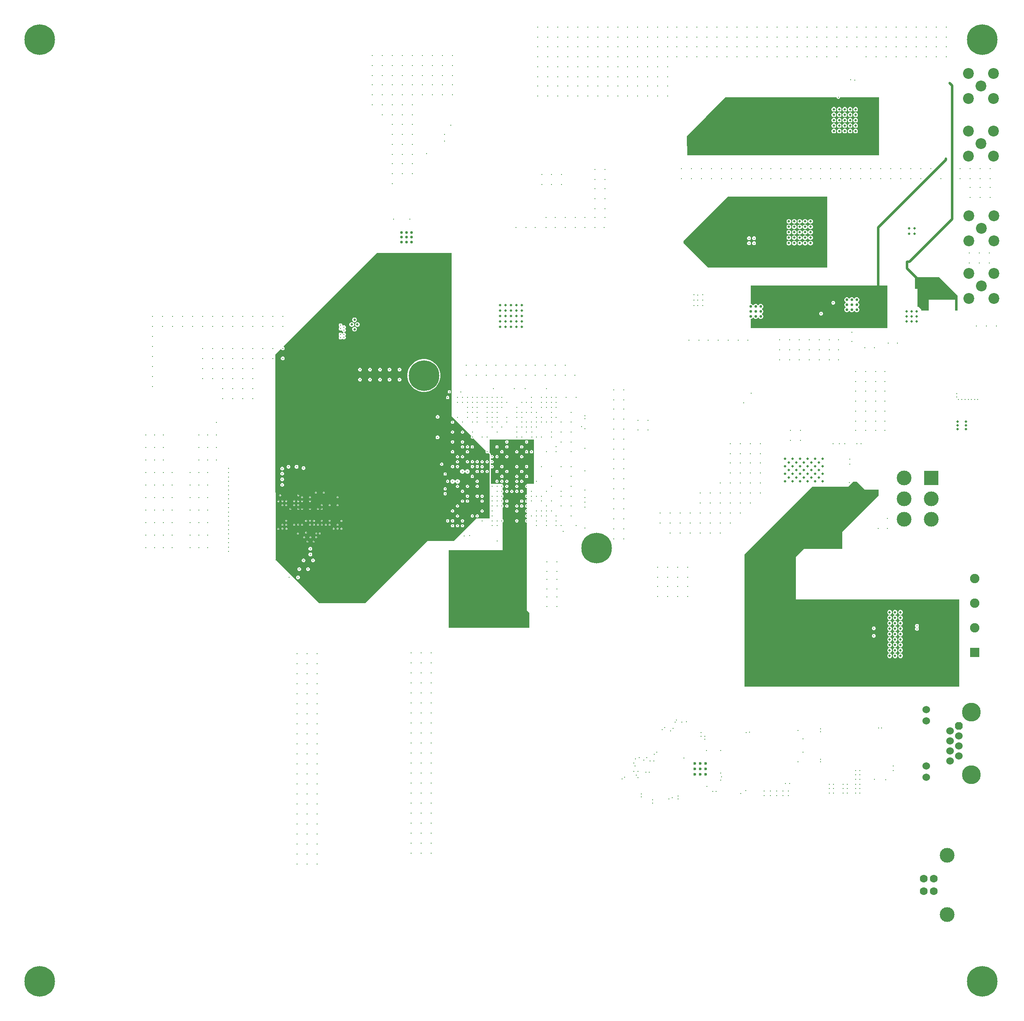
<source format=gbr>
G04*
G04 #@! TF.GenerationSoftware,Altium Limited,Altium Designer,23.11.1 (41)*
G04*
G04 Layer_Physical_Order=10*
G04 Layer_Color=16777215*
%FSLAX44Y44*%
%MOMM*%
G71*
G04*
G04 #@! TF.SameCoordinates,838A1BA1-0531-4938-89FD-2D76D54D1B47*
G04*
G04*
G04 #@! TF.FilePolarity,Positive*
G04*
G01*
G75*
%ADD12C,0.5080*%
%ADD217C,6.2000*%
%ADD218C,2.2000*%
%ADD219C,3.8100*%
G04:AMPARAMS|DCode=220|XSize=1.524mm|YSize=1.524mm|CornerRadius=0mm|HoleSize=0mm|Usage=FLASHONLY|Rotation=90.000|XOffset=0mm|YOffset=0mm|HoleType=Round|Shape=Octagon|*
%AMOCTAGOND220*
4,1,8,0.3810,0.7620,-0.3810,0.7620,-0.7620,0.3810,-0.7620,-0.3810,-0.3810,-0.7620,0.3810,-0.7620,0.7620,-0.3810,0.7620,0.3810,0.3810,0.7620,0.0*
%
%ADD220OCTAGOND220*%

%ADD221C,1.5240*%
%ADD222C,3.0000*%
%ADD223C,1.6000*%
%ADD224C,0.6000*%
%ADD225R,1.9050X1.9050*%
%ADD226C,1.9050*%
%ADD227R,3.0000X3.0000*%
%ADD228C,0.3048*%
%ADD229C,0.5000*%
%ADD230C,0.5588*%
%ADD231C,0.5080*%
G36*
X1746504Y1721576D02*
X1358025D01*
X1357574Y1759155D01*
X1435480Y1838721D01*
X1660398D01*
Y1838710D01*
X1660978Y1837310D01*
X1662050Y1836238D01*
X1663450Y1835658D01*
X1664966D01*
X1666366Y1836238D01*
X1667438Y1837310D01*
X1668018Y1838710D01*
Y1838721D01*
X1746504D01*
Y1721576D01*
D02*
G37*
G36*
X1641911Y1493612D02*
X1400391D01*
X1350253Y1543750D01*
Y1547938D01*
X1440227Y1637912D01*
X1641911D01*
Y1493612D01*
D02*
G37*
G36*
X1905769Y1436835D02*
X1905769Y1406438D01*
X1900743D01*
Y1428340D01*
X1847217D01*
Y1406252D01*
X1832369D01*
Y1408813D01*
X1827392Y1413790D01*
X1824273D01*
Y1450796D01*
X1819615Y1450796D01*
Y1474470D01*
X1868134D01*
X1905769Y1436835D01*
D02*
G37*
G36*
X1763711Y1370483D02*
X1486810D01*
Y1389531D01*
X1487821D01*
X1489688Y1390304D01*
X1491117Y1391733D01*
X1491175Y1391874D01*
X1492445D01*
X1492504Y1391733D01*
X1493933Y1390304D01*
X1495800Y1389531D01*
X1497821D01*
X1499688Y1390304D01*
X1501117Y1391733D01*
X1501175Y1391874D01*
X1502445D01*
X1502504Y1391733D01*
X1503933Y1390304D01*
X1505800Y1389531D01*
X1507821D01*
X1509688Y1390304D01*
X1511117Y1391733D01*
X1511890Y1393600D01*
Y1395621D01*
X1511117Y1397488D01*
X1509688Y1398917D01*
X1509547Y1398976D01*
Y1400246D01*
X1509688Y1400304D01*
X1511117Y1401733D01*
X1511890Y1403600D01*
Y1405621D01*
X1511117Y1407488D01*
X1509688Y1408917D01*
X1509547Y1408976D01*
Y1410246D01*
X1509688Y1410304D01*
X1511117Y1411733D01*
X1511890Y1413600D01*
Y1415621D01*
X1511117Y1417488D01*
X1509688Y1418917D01*
X1507821Y1419691D01*
X1505800D01*
X1503933Y1418917D01*
X1502504Y1417488D01*
X1502445Y1417347D01*
X1501175D01*
X1501117Y1417488D01*
X1499688Y1418917D01*
X1497821Y1419691D01*
X1495800D01*
X1493933Y1418917D01*
X1492504Y1417488D01*
X1492445Y1417347D01*
X1491175D01*
X1491117Y1417488D01*
X1489688Y1418917D01*
X1487821Y1419691D01*
X1486810D01*
Y1456944D01*
X1763711D01*
Y1370483D01*
D02*
G37*
G36*
X880945Y1191565D02*
X920165Y1152345D01*
X919691Y1151871D01*
X919188Y1150657D01*
Y1149343D01*
X919691Y1148130D01*
X920620Y1147201D01*
X921833Y1146698D01*
X923147D01*
X924361Y1147201D01*
X924835Y1147675D01*
X950170Y1122340D01*
X949701Y1121871D01*
X949198Y1120657D01*
Y1119343D01*
X949701Y1118130D01*
X950630Y1117201D01*
X951843Y1116698D01*
X953157D01*
X954370Y1117201D01*
X954840Y1117670D01*
X957510Y1115000D01*
Y985001D01*
X930428D01*
X884852Y939424D01*
X831929D01*
X705289Y812785D01*
X611768D01*
X523655Y900897D01*
X523700Y900942D01*
Y1036960D01*
X523283Y1037377D01*
Y1317214D01*
X533959Y1327890D01*
X535204Y1327642D01*
X535250Y1327532D01*
X536322Y1326460D01*
X537722Y1325880D01*
X539238D01*
X540638Y1326460D01*
X541710Y1327532D01*
X542290Y1328932D01*
Y1330448D01*
X541710Y1331848D01*
X540638Y1332920D01*
X540528Y1332966D01*
X540280Y1334211D01*
X729072Y1523003D01*
X880945D01*
X880945Y1191565D01*
D02*
G37*
G36*
X1047510Y1055000D02*
X1032553D01*
Y1053302D01*
X1031853D01*
X1030640Y1052800D01*
X1029711Y1051871D01*
X1029208Y1050657D01*
Y1049344D01*
X1029711Y1048130D01*
X1030640Y1047201D01*
X1031853Y1046698D01*
X1032553D01*
Y1033307D01*
X1031843D01*
X1030630Y1032805D01*
X1029701Y1031876D01*
X1029198Y1030662D01*
Y1029349D01*
X1029701Y1028135D01*
X1030630Y1027206D01*
X1031843Y1026703D01*
X1032553D01*
Y1023302D01*
X1031853D01*
X1030640Y1022800D01*
X1029711Y1021871D01*
X1029208Y1020657D01*
Y1019343D01*
X1029711Y1018130D01*
X1030640Y1017201D01*
X1031853Y1016698D01*
X1032553D01*
Y1013302D01*
X1031853D01*
X1030640Y1012800D01*
X1029711Y1011871D01*
X1029208Y1010657D01*
Y1009343D01*
X1029711Y1008130D01*
X1030640Y1007201D01*
X1031853Y1006698D01*
X1032553D01*
Y1003303D01*
X1031853D01*
X1030640Y1002800D01*
X1029711Y1001871D01*
X1029208Y1000657D01*
Y999344D01*
X1029711Y998130D01*
X1030640Y997201D01*
X1031853Y996699D01*
X1032553D01*
Y993302D01*
X1031853D01*
X1030640Y992800D01*
X1029711Y991871D01*
X1029208Y990657D01*
Y989343D01*
X1029711Y988130D01*
X1030640Y987201D01*
X1031853Y986698D01*
X1032553D01*
Y983302D01*
X1031853D01*
X1030640Y982800D01*
X1029711Y981871D01*
X1029208Y980657D01*
Y979343D01*
X1029711Y978130D01*
X1030640Y977201D01*
X1031853Y976698D01*
X1032553D01*
Y798748D01*
X1038355Y792946D01*
Y762553D01*
X874864D01*
Y920409D01*
X984231D01*
Y977133D01*
X984370Y977191D01*
X985299Y978120D01*
X985802Y979333D01*
Y980647D01*
X985299Y981861D01*
X984370Y982790D01*
X984231Y982847D01*
Y1007133D01*
X984370Y1007191D01*
X985299Y1008120D01*
X985802Y1009333D01*
Y1010647D01*
X985299Y1011861D01*
X984370Y1012790D01*
X984231Y1012847D01*
Y1017143D01*
X984370Y1017201D01*
X985299Y1018130D01*
X985802Y1019343D01*
Y1020657D01*
X985299Y1021871D01*
X984370Y1022800D01*
X984231Y1022857D01*
Y1027133D01*
X984370Y1027191D01*
X985299Y1028120D01*
X985802Y1029333D01*
Y1030647D01*
X985299Y1031861D01*
X984370Y1032790D01*
X984231Y1032847D01*
Y1037133D01*
X984370Y1037191D01*
X985299Y1038120D01*
X985802Y1039333D01*
Y1040647D01*
X985299Y1041861D01*
X984370Y1042790D01*
X984231Y1042847D01*
Y1047148D01*
X984361Y1047201D01*
X985289Y1048130D01*
X985792Y1049344D01*
Y1050657D01*
X985289Y1051871D01*
X984361Y1052800D01*
X984231Y1052853D01*
Y1055000D01*
X960739Y1055000D01*
X959841Y1055898D01*
Y1086353D01*
X961111Y1087015D01*
X961859Y1086705D01*
X963173D01*
X964387Y1087207D01*
X965315Y1088136D01*
X965818Y1089350D01*
Y1090664D01*
X965315Y1091877D01*
X964387Y1092806D01*
X963173Y1093309D01*
X961859D01*
X961111Y1092999D01*
X959841Y1093660D01*
Y1096341D01*
X961111Y1097006D01*
X961853Y1096698D01*
X963167D01*
X964380Y1097201D01*
X965309Y1098130D01*
X965812Y1099343D01*
Y1100657D01*
X965309Y1101871D01*
X964380Y1102800D01*
X963167Y1103302D01*
X961853D01*
X961111Y1102995D01*
X959841Y1103660D01*
Y1106340D01*
X961111Y1107011D01*
X961843Y1106708D01*
X963157D01*
X964370Y1107211D01*
X965299Y1108140D01*
X965802Y1109353D01*
Y1110667D01*
X965299Y1111881D01*
X964370Y1112810D01*
X963157Y1113312D01*
X961843D01*
X961111Y1113009D01*
X959841Y1113680D01*
Y1115000D01*
X959663Y1115892D01*
X959158Y1116648D01*
X957510Y1118297D01*
Y1145000D01*
X1047510D01*
Y1055000D01*
D02*
G37*
G36*
X1718310Y1042887D02*
X1746250Y1042887D01*
X1746250Y1031457D01*
X1714500Y999707D01*
X1672227Y957434D01*
Y922719D01*
X1594532D01*
X1577917Y906104D01*
Y820300D01*
X1909600D01*
Y643425D01*
X1474113D01*
Y912351D01*
X1521460Y959698D01*
X1610999Y1049237D01*
X1684020D01*
X1694180Y1059397D01*
X1701800D01*
X1718310Y1042887D01*
D02*
G37*
%LPC*%
G36*
X1700028Y1819514D02*
X1698124D01*
X1696365Y1818786D01*
X1695019Y1817439D01*
X1694290Y1815680D01*
Y1813776D01*
X1695019Y1812017D01*
X1696365Y1810671D01*
X1698124Y1809942D01*
X1700028D01*
X1701787Y1810671D01*
X1703134Y1812017D01*
X1703862Y1813776D01*
Y1815680D01*
X1703134Y1817439D01*
X1701787Y1818786D01*
X1700028Y1819514D01*
D02*
G37*
G36*
X1689028D02*
X1687124D01*
X1685365Y1818786D01*
X1684019Y1817439D01*
X1683291Y1815680D01*
Y1813776D01*
X1684019Y1812017D01*
X1685365Y1810671D01*
X1687124Y1809942D01*
X1689028D01*
X1690788Y1810671D01*
X1692134Y1812017D01*
X1692863Y1813776D01*
Y1815680D01*
X1692134Y1817439D01*
X1690788Y1818786D01*
X1689028Y1819514D01*
D02*
G37*
G36*
X1678028D02*
X1676124D01*
X1674365Y1818786D01*
X1673019Y1817439D01*
X1672290Y1815680D01*
Y1813776D01*
X1673019Y1812017D01*
X1674365Y1810671D01*
X1676124Y1809942D01*
X1678028D01*
X1679787Y1810671D01*
X1681134Y1812017D01*
X1681862Y1813776D01*
Y1815680D01*
X1681134Y1817439D01*
X1679787Y1818786D01*
X1678028Y1819514D01*
D02*
G37*
G36*
X1667029D02*
X1665125D01*
X1663365Y1818786D01*
X1662019Y1817439D01*
X1661291Y1815680D01*
Y1813776D01*
X1662019Y1812017D01*
X1663365Y1810671D01*
X1665125Y1809942D01*
X1667029D01*
X1668788Y1810671D01*
X1670134Y1812017D01*
X1670863Y1813776D01*
Y1815680D01*
X1670134Y1817439D01*
X1668788Y1818786D01*
X1667029Y1819514D01*
D02*
G37*
G36*
X1656028D02*
X1654124D01*
X1652365Y1818786D01*
X1651019Y1817439D01*
X1650290Y1815680D01*
Y1813776D01*
X1651019Y1812017D01*
X1652365Y1810671D01*
X1654124Y1809942D01*
X1656028D01*
X1657787Y1810671D01*
X1659134Y1812017D01*
X1659862Y1813776D01*
Y1815680D01*
X1659134Y1817439D01*
X1657787Y1818786D01*
X1656028Y1819514D01*
D02*
G37*
G36*
X1700028Y1808515D02*
X1698124D01*
X1696365Y1807786D01*
X1695019Y1806440D01*
X1694290Y1804680D01*
Y1802776D01*
X1695019Y1801017D01*
X1696365Y1799671D01*
X1698124Y1798943D01*
X1700028D01*
X1701787Y1799671D01*
X1703134Y1801017D01*
X1703862Y1802776D01*
Y1804680D01*
X1703134Y1806440D01*
X1701787Y1807786D01*
X1700028Y1808515D01*
D02*
G37*
G36*
X1689028D02*
X1687124D01*
X1685365Y1807786D01*
X1684019Y1806440D01*
X1683291Y1804680D01*
Y1802776D01*
X1684019Y1801017D01*
X1685365Y1799671D01*
X1687124Y1798943D01*
X1689028D01*
X1690788Y1799671D01*
X1692134Y1801017D01*
X1692863Y1802776D01*
Y1804680D01*
X1692134Y1806440D01*
X1690788Y1807786D01*
X1689028Y1808515D01*
D02*
G37*
G36*
X1678028D02*
X1676124D01*
X1674365Y1807786D01*
X1673019Y1806440D01*
X1672290Y1804680D01*
Y1802776D01*
X1673019Y1801017D01*
X1674365Y1799671D01*
X1676124Y1798943D01*
X1678028D01*
X1679787Y1799671D01*
X1681134Y1801017D01*
X1681862Y1802776D01*
Y1804680D01*
X1681134Y1806440D01*
X1679787Y1807786D01*
X1678028Y1808515D01*
D02*
G37*
G36*
X1667029D02*
X1665125D01*
X1663365Y1807786D01*
X1662019Y1806440D01*
X1661291Y1804680D01*
Y1802776D01*
X1662019Y1801017D01*
X1663365Y1799671D01*
X1665125Y1798943D01*
X1667029D01*
X1668788Y1799671D01*
X1670134Y1801017D01*
X1670863Y1802776D01*
Y1804680D01*
X1670134Y1806440D01*
X1668788Y1807786D01*
X1667029Y1808515D01*
D02*
G37*
G36*
X1656028D02*
X1654124D01*
X1652365Y1807786D01*
X1651019Y1806440D01*
X1650290Y1804680D01*
Y1802776D01*
X1651019Y1801017D01*
X1652365Y1799671D01*
X1654124Y1798943D01*
X1656028D01*
X1657787Y1799671D01*
X1659134Y1801017D01*
X1659862Y1802776D01*
Y1804680D01*
X1659134Y1806440D01*
X1657787Y1807786D01*
X1656028Y1808515D01*
D02*
G37*
G36*
X1700028Y1797514D02*
X1698124D01*
X1696365Y1796786D01*
X1695019Y1795439D01*
X1694290Y1793680D01*
Y1791776D01*
X1695019Y1790017D01*
X1696365Y1788671D01*
X1698124Y1787942D01*
X1700028D01*
X1701787Y1788671D01*
X1703134Y1790017D01*
X1703862Y1791776D01*
Y1793680D01*
X1703134Y1795439D01*
X1701787Y1796786D01*
X1700028Y1797514D01*
D02*
G37*
G36*
X1689028D02*
X1687124D01*
X1685365Y1796786D01*
X1684019Y1795439D01*
X1683291Y1793680D01*
Y1791776D01*
X1684019Y1790017D01*
X1685365Y1788671D01*
X1687124Y1787942D01*
X1689028D01*
X1690788Y1788671D01*
X1692134Y1790017D01*
X1692863Y1791776D01*
Y1793680D01*
X1692134Y1795439D01*
X1690788Y1796786D01*
X1689028Y1797514D01*
D02*
G37*
G36*
X1678028D02*
X1676124D01*
X1674365Y1796786D01*
X1673019Y1795439D01*
X1672290Y1793680D01*
Y1791776D01*
X1673019Y1790017D01*
X1674365Y1788671D01*
X1676124Y1787942D01*
X1678028D01*
X1679787Y1788671D01*
X1681134Y1790017D01*
X1681862Y1791776D01*
Y1793680D01*
X1681134Y1795439D01*
X1679787Y1796786D01*
X1678028Y1797514D01*
D02*
G37*
G36*
X1667029D02*
X1665125D01*
X1663365Y1796786D01*
X1662019Y1795439D01*
X1661291Y1793680D01*
Y1791776D01*
X1662019Y1790017D01*
X1663365Y1788671D01*
X1665125Y1787942D01*
X1667029D01*
X1668788Y1788671D01*
X1670134Y1790017D01*
X1670863Y1791776D01*
Y1793680D01*
X1670134Y1795439D01*
X1668788Y1796786D01*
X1667029Y1797514D01*
D02*
G37*
G36*
X1656028D02*
X1654124D01*
X1652365Y1796786D01*
X1651019Y1795439D01*
X1650290Y1793680D01*
Y1791776D01*
X1651019Y1790017D01*
X1652365Y1788671D01*
X1654124Y1787942D01*
X1656028D01*
X1657787Y1788671D01*
X1659134Y1790017D01*
X1659862Y1791776D01*
Y1793680D01*
X1659134Y1795439D01*
X1657787Y1796786D01*
X1656028Y1797514D01*
D02*
G37*
G36*
X1700028Y1786514D02*
X1698124D01*
X1696365Y1785786D01*
X1695019Y1784440D01*
X1694290Y1782681D01*
Y1780777D01*
X1695019Y1779017D01*
X1696365Y1777671D01*
X1698124Y1776942D01*
X1700028D01*
X1701787Y1777671D01*
X1703134Y1779017D01*
X1703862Y1780777D01*
Y1782681D01*
X1703134Y1784440D01*
X1701787Y1785786D01*
X1700028Y1786514D01*
D02*
G37*
G36*
X1689028D02*
X1687124D01*
X1685365Y1785786D01*
X1684019Y1784440D01*
X1683291Y1782681D01*
Y1780777D01*
X1684019Y1779017D01*
X1685365Y1777671D01*
X1687124Y1776942D01*
X1689028D01*
X1690788Y1777671D01*
X1692134Y1779017D01*
X1692863Y1780777D01*
Y1782681D01*
X1692134Y1784440D01*
X1690788Y1785786D01*
X1689028Y1786514D01*
D02*
G37*
G36*
X1678028D02*
X1676124D01*
X1674365Y1785786D01*
X1673019Y1784440D01*
X1672290Y1782681D01*
Y1780777D01*
X1673019Y1779017D01*
X1674365Y1777671D01*
X1676124Y1776942D01*
X1678028D01*
X1679787Y1777671D01*
X1681134Y1779017D01*
X1681862Y1780777D01*
Y1782681D01*
X1681134Y1784440D01*
X1679787Y1785786D01*
X1678028Y1786514D01*
D02*
G37*
G36*
X1667029D02*
X1665125D01*
X1663365Y1785786D01*
X1662019Y1784440D01*
X1661291Y1782681D01*
Y1780777D01*
X1662019Y1779017D01*
X1663365Y1777671D01*
X1665125Y1776942D01*
X1667029D01*
X1668788Y1777671D01*
X1670134Y1779017D01*
X1670863Y1780777D01*
Y1782681D01*
X1670134Y1784440D01*
X1668788Y1785786D01*
X1667029Y1786514D01*
D02*
G37*
G36*
X1656028D02*
X1654124D01*
X1652365Y1785786D01*
X1651019Y1784440D01*
X1650290Y1782681D01*
Y1780777D01*
X1651019Y1779017D01*
X1652365Y1777671D01*
X1654124Y1776942D01*
X1656028D01*
X1657787Y1777671D01*
X1659134Y1779017D01*
X1659862Y1780777D01*
Y1782681D01*
X1659134Y1784440D01*
X1657787Y1785786D01*
X1656028Y1786514D01*
D02*
G37*
G36*
X1700028Y1775514D02*
X1698124D01*
X1696365Y1774786D01*
X1695019Y1773439D01*
X1694290Y1771680D01*
Y1769776D01*
X1695019Y1768017D01*
X1696365Y1766671D01*
X1698124Y1765942D01*
X1700028D01*
X1701787Y1766671D01*
X1703134Y1768017D01*
X1703862Y1769776D01*
Y1771680D01*
X1703134Y1773439D01*
X1701787Y1774786D01*
X1700028Y1775514D01*
D02*
G37*
G36*
X1689028D02*
X1687124D01*
X1685365Y1774786D01*
X1684019Y1773439D01*
X1683291Y1771680D01*
Y1769776D01*
X1684019Y1768017D01*
X1685365Y1766671D01*
X1687124Y1765942D01*
X1689028D01*
X1690788Y1766671D01*
X1692134Y1768017D01*
X1692863Y1769776D01*
Y1771680D01*
X1692134Y1773439D01*
X1690788Y1774786D01*
X1689028Y1775514D01*
D02*
G37*
G36*
X1678028D02*
X1676124D01*
X1674365Y1774786D01*
X1673019Y1773439D01*
X1672290Y1771680D01*
Y1769776D01*
X1673019Y1768017D01*
X1674365Y1766671D01*
X1676124Y1765942D01*
X1678028D01*
X1679787Y1766671D01*
X1681134Y1768017D01*
X1681862Y1769776D01*
Y1771680D01*
X1681134Y1773439D01*
X1679787Y1774786D01*
X1678028Y1775514D01*
D02*
G37*
G36*
X1667029D02*
X1665125D01*
X1663365Y1774786D01*
X1662019Y1773439D01*
X1661291Y1771680D01*
Y1769776D01*
X1662019Y1768017D01*
X1663365Y1766671D01*
X1665125Y1765942D01*
X1667029D01*
X1668788Y1766671D01*
X1670134Y1768017D01*
X1670863Y1769776D01*
Y1771680D01*
X1670134Y1773439D01*
X1668788Y1774786D01*
X1667029Y1775514D01*
D02*
G37*
G36*
X1656028D02*
X1654124D01*
X1652365Y1774786D01*
X1651019Y1773439D01*
X1650290Y1771680D01*
Y1769776D01*
X1651019Y1768017D01*
X1652365Y1766671D01*
X1654124Y1765942D01*
X1656028D01*
X1657787Y1766671D01*
X1659134Y1768017D01*
X1659862Y1769776D01*
Y1771680D01*
X1659134Y1773439D01*
X1657787Y1774786D01*
X1656028Y1775514D01*
D02*
G37*
G36*
X1608915Y1592020D02*
X1607011D01*
X1605252Y1591292D01*
X1603905Y1589945D01*
X1603177Y1588186D01*
Y1586282D01*
X1603905Y1584523D01*
X1605252Y1583177D01*
X1607011Y1582448D01*
X1608915D01*
X1610674Y1583177D01*
X1612020Y1584523D01*
X1612749Y1586282D01*
Y1588186D01*
X1612020Y1589945D01*
X1610674Y1591292D01*
X1608915Y1592020D01*
D02*
G37*
G36*
X1597915D02*
X1596011D01*
X1594252Y1591292D01*
X1592905Y1589945D01*
X1592177Y1588186D01*
Y1586282D01*
X1592905Y1584523D01*
X1594252Y1583177D01*
X1596011Y1582448D01*
X1597915D01*
X1599674Y1583177D01*
X1601020Y1584523D01*
X1601749Y1586282D01*
Y1588186D01*
X1601020Y1589945D01*
X1599674Y1591292D01*
X1597915Y1592020D01*
D02*
G37*
G36*
X1586915D02*
X1585011D01*
X1583252Y1591292D01*
X1581906Y1589945D01*
X1581177Y1588186D01*
Y1586282D01*
X1581906Y1584523D01*
X1583252Y1583177D01*
X1585011Y1582448D01*
X1586915D01*
X1588674Y1583177D01*
X1590020Y1584523D01*
X1590749Y1586282D01*
Y1588186D01*
X1590020Y1589945D01*
X1588674Y1591292D01*
X1586915Y1592020D01*
D02*
G37*
G36*
X1575915D02*
X1574011D01*
X1572252Y1591292D01*
X1570905Y1589945D01*
X1570177Y1588186D01*
Y1586282D01*
X1570905Y1584523D01*
X1572252Y1583177D01*
X1574011Y1582448D01*
X1575915D01*
X1577674Y1583177D01*
X1579020Y1584523D01*
X1579749Y1586282D01*
Y1588186D01*
X1579020Y1589945D01*
X1577674Y1591292D01*
X1575915Y1592020D01*
D02*
G37*
G36*
X1564915D02*
X1563011D01*
X1561252Y1591292D01*
X1559906Y1589945D01*
X1559177Y1588186D01*
Y1586282D01*
X1559906Y1584523D01*
X1561252Y1583177D01*
X1563011Y1582448D01*
X1564915D01*
X1566674Y1583177D01*
X1568020Y1584523D01*
X1568749Y1586282D01*
Y1588186D01*
X1568020Y1589945D01*
X1566674Y1591292D01*
X1564915Y1592020D01*
D02*
G37*
G36*
X1608915Y1581020D02*
X1607011D01*
X1605252Y1580291D01*
X1603905Y1578945D01*
X1603177Y1577186D01*
Y1575282D01*
X1603905Y1573523D01*
X1605252Y1572177D01*
X1607011Y1571448D01*
X1608915D01*
X1610674Y1572177D01*
X1612020Y1573523D01*
X1612749Y1575282D01*
Y1577186D01*
X1612020Y1578945D01*
X1610674Y1580291D01*
X1608915Y1581020D01*
D02*
G37*
G36*
X1597915D02*
X1596011D01*
X1594252Y1580291D01*
X1592905Y1578945D01*
X1592177Y1577186D01*
Y1575282D01*
X1592905Y1573523D01*
X1594252Y1572177D01*
X1596011Y1571448D01*
X1597915D01*
X1599674Y1572177D01*
X1601020Y1573523D01*
X1601749Y1575282D01*
Y1577186D01*
X1601020Y1578945D01*
X1599674Y1580291D01*
X1597915Y1581020D01*
D02*
G37*
G36*
X1586915D02*
X1585011D01*
X1583252Y1580291D01*
X1581906Y1578945D01*
X1581177Y1577186D01*
Y1575282D01*
X1581906Y1573523D01*
X1583252Y1572177D01*
X1585011Y1571448D01*
X1586915D01*
X1588674Y1572177D01*
X1590020Y1573523D01*
X1590749Y1575282D01*
Y1577186D01*
X1590020Y1578945D01*
X1588674Y1580291D01*
X1586915Y1581020D01*
D02*
G37*
G36*
X1575915D02*
X1574011D01*
X1572252Y1580291D01*
X1570905Y1578945D01*
X1570177Y1577186D01*
Y1575282D01*
X1570905Y1573523D01*
X1572252Y1572177D01*
X1574011Y1571448D01*
X1575915D01*
X1577674Y1572177D01*
X1579020Y1573523D01*
X1579749Y1575282D01*
Y1577186D01*
X1579020Y1578945D01*
X1577674Y1580291D01*
X1575915Y1581020D01*
D02*
G37*
G36*
X1564915D02*
X1563011D01*
X1561252Y1580291D01*
X1559906Y1578945D01*
X1559177Y1577186D01*
Y1575282D01*
X1559906Y1573523D01*
X1561252Y1572177D01*
X1563011Y1571448D01*
X1564915D01*
X1566674Y1572177D01*
X1568020Y1573523D01*
X1568749Y1575282D01*
Y1577186D01*
X1568020Y1578945D01*
X1566674Y1580291D01*
X1564915Y1581020D01*
D02*
G37*
G36*
X1608915Y1570020D02*
X1607011D01*
X1605252Y1569292D01*
X1603905Y1567945D01*
X1603177Y1566186D01*
Y1564282D01*
X1603905Y1562523D01*
X1605252Y1561177D01*
X1607011Y1560448D01*
X1608915D01*
X1610674Y1561177D01*
X1612020Y1562523D01*
X1612749Y1564282D01*
Y1566186D01*
X1612020Y1567945D01*
X1610674Y1569292D01*
X1608915Y1570020D01*
D02*
G37*
G36*
X1597915D02*
X1596011D01*
X1594252Y1569292D01*
X1592905Y1567945D01*
X1592177Y1566186D01*
Y1564282D01*
X1592905Y1562523D01*
X1594252Y1561177D01*
X1596011Y1560448D01*
X1597915D01*
X1599674Y1561177D01*
X1601020Y1562523D01*
X1601749Y1564282D01*
Y1566186D01*
X1601020Y1567945D01*
X1599674Y1569292D01*
X1597915Y1570020D01*
D02*
G37*
G36*
X1586915D02*
X1585011D01*
X1583252Y1569292D01*
X1581906Y1567945D01*
X1581177Y1566186D01*
Y1564282D01*
X1581906Y1562523D01*
X1583252Y1561177D01*
X1585011Y1560448D01*
X1586915D01*
X1588674Y1561177D01*
X1590020Y1562523D01*
X1590749Y1564282D01*
Y1566186D01*
X1590020Y1567945D01*
X1588674Y1569292D01*
X1586915Y1570020D01*
D02*
G37*
G36*
X1575915D02*
X1574011D01*
X1572252Y1569292D01*
X1570905Y1567945D01*
X1570177Y1566186D01*
Y1564282D01*
X1570905Y1562523D01*
X1572252Y1561177D01*
X1574011Y1560448D01*
X1575915D01*
X1577674Y1561177D01*
X1579020Y1562523D01*
X1579749Y1564282D01*
Y1566186D01*
X1579020Y1567945D01*
X1577674Y1569292D01*
X1575915Y1570020D01*
D02*
G37*
G36*
X1564915D02*
X1563011D01*
X1561252Y1569292D01*
X1559906Y1567945D01*
X1559177Y1566186D01*
Y1564282D01*
X1559906Y1562523D01*
X1561252Y1561177D01*
X1563011Y1560448D01*
X1564915D01*
X1566674Y1561177D01*
X1568020Y1562523D01*
X1568749Y1564282D01*
Y1566186D01*
X1568020Y1567945D01*
X1566674Y1569292D01*
X1564915Y1570020D01*
D02*
G37*
G36*
X1608915Y1559020D02*
X1607011D01*
X1605252Y1558291D01*
X1603905Y1556945D01*
X1603177Y1555186D01*
Y1553282D01*
X1603905Y1551523D01*
X1605252Y1550177D01*
X1607011Y1549448D01*
X1608915D01*
X1610674Y1550177D01*
X1612020Y1551523D01*
X1612749Y1553282D01*
Y1555186D01*
X1612020Y1556945D01*
X1610674Y1558291D01*
X1608915Y1559020D01*
D02*
G37*
G36*
X1597915D02*
X1596011D01*
X1594252Y1558291D01*
X1592905Y1556945D01*
X1592177Y1555186D01*
Y1553282D01*
X1592905Y1551523D01*
X1594252Y1550177D01*
X1596011Y1549448D01*
X1597915D01*
X1599674Y1550177D01*
X1601020Y1551523D01*
X1601749Y1553282D01*
Y1555186D01*
X1601020Y1556945D01*
X1599674Y1558291D01*
X1597915Y1559020D01*
D02*
G37*
G36*
X1586915D02*
X1585011D01*
X1583252Y1558291D01*
X1581906Y1556945D01*
X1581177Y1555186D01*
Y1553282D01*
X1581906Y1551523D01*
X1583252Y1550177D01*
X1585011Y1549448D01*
X1586915D01*
X1588674Y1550177D01*
X1590020Y1551523D01*
X1590749Y1553282D01*
Y1555186D01*
X1590020Y1556945D01*
X1588674Y1558291D01*
X1586915Y1559020D01*
D02*
G37*
G36*
X1575915D02*
X1574011D01*
X1572252Y1558291D01*
X1570905Y1556945D01*
X1570177Y1555186D01*
Y1553282D01*
X1570905Y1551523D01*
X1572252Y1550177D01*
X1574011Y1549448D01*
X1575915D01*
X1577674Y1550177D01*
X1579020Y1551523D01*
X1579749Y1553282D01*
Y1555186D01*
X1579020Y1556945D01*
X1577674Y1558291D01*
X1575915Y1559020D01*
D02*
G37*
G36*
X1564915D02*
X1563011D01*
X1561252Y1558291D01*
X1559906Y1556945D01*
X1559177Y1555186D01*
Y1553282D01*
X1559906Y1551523D01*
X1561252Y1550177D01*
X1563011Y1549448D01*
X1564915D01*
X1566674Y1550177D01*
X1568020Y1551523D01*
X1568749Y1553282D01*
Y1555186D01*
X1568020Y1556945D01*
X1566674Y1558291D01*
X1564915Y1559020D01*
D02*
G37*
G36*
X1494278Y1556840D02*
X1492762D01*
X1491362Y1556260D01*
X1490290Y1555188D01*
X1489710Y1553788D01*
Y1552272D01*
X1490290Y1550872D01*
X1491362Y1549800D01*
X1492762Y1549220D01*
X1494278D01*
X1495678Y1549800D01*
X1496750Y1550872D01*
X1497330Y1552272D01*
Y1553788D01*
X1496750Y1555188D01*
X1495678Y1556260D01*
X1494278Y1556840D01*
D02*
G37*
G36*
X1484118D02*
X1482602D01*
X1481202Y1556260D01*
X1480130Y1555188D01*
X1479550Y1553788D01*
Y1552272D01*
X1480130Y1550872D01*
X1481202Y1549800D01*
X1482602Y1549220D01*
X1484118D01*
X1485518Y1549800D01*
X1486590Y1550872D01*
X1487170Y1552272D01*
Y1553788D01*
X1486590Y1555188D01*
X1485518Y1556260D01*
X1484118Y1556840D01*
D02*
G37*
G36*
X1494278Y1546680D02*
X1492762D01*
X1491362Y1546100D01*
X1490290Y1545028D01*
X1489710Y1543628D01*
Y1542112D01*
X1490290Y1540712D01*
X1491362Y1539640D01*
X1492762Y1539060D01*
X1494278D01*
X1495678Y1539640D01*
X1496750Y1540712D01*
X1497330Y1542112D01*
Y1543628D01*
X1496750Y1545028D01*
X1495678Y1546100D01*
X1494278Y1546680D01*
D02*
G37*
G36*
X1484118D02*
X1482602D01*
X1481202Y1546100D01*
X1480130Y1545028D01*
X1479550Y1543628D01*
Y1542112D01*
X1480130Y1540712D01*
X1481202Y1539640D01*
X1482602Y1539060D01*
X1484118D01*
X1485518Y1539640D01*
X1486590Y1540712D01*
X1487170Y1542112D01*
Y1543628D01*
X1486590Y1545028D01*
X1485518Y1546100D01*
X1484118Y1546680D01*
D02*
G37*
G36*
X1608915Y1548020D02*
X1607011D01*
X1605252Y1547292D01*
X1603905Y1545945D01*
X1603177Y1544186D01*
Y1542282D01*
X1603905Y1540523D01*
X1605252Y1539177D01*
X1607011Y1538448D01*
X1608915D01*
X1610674Y1539177D01*
X1612020Y1540523D01*
X1612749Y1542282D01*
Y1544186D01*
X1612020Y1545945D01*
X1610674Y1547292D01*
X1608915Y1548020D01*
D02*
G37*
G36*
X1597915D02*
X1596011D01*
X1594252Y1547292D01*
X1592905Y1545945D01*
X1592177Y1544186D01*
Y1542282D01*
X1592905Y1540523D01*
X1594252Y1539177D01*
X1596011Y1538448D01*
X1597915D01*
X1599674Y1539177D01*
X1601020Y1540523D01*
X1601749Y1542282D01*
Y1544186D01*
X1601020Y1545945D01*
X1599674Y1547292D01*
X1597915Y1548020D01*
D02*
G37*
G36*
X1586915D02*
X1585011D01*
X1583252Y1547292D01*
X1581906Y1545945D01*
X1581177Y1544186D01*
Y1542282D01*
X1581906Y1540523D01*
X1583252Y1539177D01*
X1585011Y1538448D01*
X1586915D01*
X1588674Y1539177D01*
X1590020Y1540523D01*
X1590749Y1542282D01*
Y1544186D01*
X1590020Y1545945D01*
X1588674Y1547292D01*
X1586915Y1548020D01*
D02*
G37*
G36*
X1575915D02*
X1574011D01*
X1572252Y1547292D01*
X1570905Y1545945D01*
X1570177Y1544186D01*
Y1542282D01*
X1570905Y1540523D01*
X1572252Y1539177D01*
X1574011Y1538448D01*
X1575915D01*
X1577674Y1539177D01*
X1579020Y1540523D01*
X1579749Y1542282D01*
Y1544186D01*
X1579020Y1545945D01*
X1577674Y1547292D01*
X1575915Y1548020D01*
D02*
G37*
G36*
X1564915D02*
X1563011D01*
X1561252Y1547292D01*
X1559906Y1545945D01*
X1559177Y1544186D01*
Y1542282D01*
X1559906Y1540523D01*
X1561252Y1539177D01*
X1563011Y1538448D01*
X1564915D01*
X1566674Y1539177D01*
X1568020Y1540523D01*
X1568749Y1542282D01*
Y1544186D01*
X1568020Y1545945D01*
X1566674Y1547292D01*
X1564915Y1548020D01*
D02*
G37*
G36*
X1702547Y1433387D02*
X1700526D01*
X1698659Y1432613D01*
X1697230Y1431184D01*
X1697172Y1431043D01*
X1695902D01*
X1695843Y1431184D01*
X1694414Y1432613D01*
X1692547Y1433387D01*
X1690526D01*
X1688659Y1432613D01*
X1687230Y1431184D01*
X1687172Y1431043D01*
X1685902D01*
X1685843Y1431184D01*
X1684414Y1432613D01*
X1682547Y1433387D01*
X1680526D01*
X1678659Y1432613D01*
X1677230Y1431184D01*
X1676457Y1429317D01*
Y1427296D01*
X1677230Y1425429D01*
X1678659Y1424000D01*
X1678800Y1423942D01*
Y1422672D01*
X1678659Y1422613D01*
X1677230Y1421184D01*
X1676457Y1419317D01*
Y1417296D01*
X1677230Y1415429D01*
X1678659Y1414000D01*
X1678800Y1413942D01*
Y1412672D01*
X1678659Y1412613D01*
X1677230Y1411184D01*
X1676457Y1409317D01*
Y1407296D01*
X1677230Y1405429D01*
X1678659Y1404000D01*
X1680526Y1403227D01*
X1682547D01*
X1684414Y1404000D01*
X1685843Y1405429D01*
X1685902Y1405570D01*
X1687172D01*
X1687230Y1405429D01*
X1688659Y1404000D01*
X1690526Y1403227D01*
X1692547D01*
X1694414Y1404000D01*
X1695843Y1405429D01*
X1695902Y1405570D01*
X1697172D01*
X1697230Y1405429D01*
X1698659Y1404000D01*
X1700526Y1403227D01*
X1702547D01*
X1704414Y1404000D01*
X1705843Y1405429D01*
X1706617Y1407296D01*
Y1409317D01*
X1705843Y1411184D01*
X1704414Y1412613D01*
X1704273Y1412672D01*
Y1413942D01*
X1704414Y1414000D01*
X1705843Y1415429D01*
X1706617Y1417296D01*
Y1419317D01*
X1705843Y1421184D01*
X1704414Y1422613D01*
X1704273Y1422672D01*
Y1423942D01*
X1704414Y1424000D01*
X1705843Y1425429D01*
X1706617Y1427296D01*
Y1429317D01*
X1705843Y1431184D01*
X1704414Y1432613D01*
X1702547Y1433387D01*
D02*
G37*
G36*
X1654619Y1426210D02*
X1653103D01*
X1651703Y1425630D01*
X1650631Y1424558D01*
X1650051Y1423158D01*
Y1421642D01*
X1650631Y1420242D01*
X1651703Y1419170D01*
X1653103Y1418590D01*
X1654619D01*
X1656019Y1419170D01*
X1657091Y1420242D01*
X1657671Y1421642D01*
Y1423158D01*
X1657091Y1424558D01*
X1656019Y1425630D01*
X1654619Y1426210D01*
D02*
G37*
G36*
X1629914Y1404273D02*
X1628398D01*
X1626998Y1403693D01*
X1625926Y1402621D01*
X1625346Y1401221D01*
Y1399705D01*
X1625926Y1398304D01*
X1626998Y1397233D01*
X1628398Y1396653D01*
X1629914D01*
X1631314Y1397233D01*
X1632386Y1398304D01*
X1632966Y1399705D01*
Y1401221D01*
X1632386Y1402621D01*
X1631314Y1403693D01*
X1629914Y1404273D01*
D02*
G37*
G36*
X684814Y1392466D02*
X682910D01*
X681151Y1391737D01*
X679805Y1390391D01*
X679076Y1388632D01*
Y1386728D01*
X679805Y1384969D01*
X681151Y1383622D01*
X682910Y1382894D01*
X684814D01*
X686573Y1383622D01*
X687920Y1384969D01*
X688648Y1386728D01*
Y1388632D01*
X687920Y1390391D01*
X686573Y1391737D01*
X684814Y1392466D01*
D02*
G37*
G36*
X690564Y1382966D02*
X688660D01*
X686901Y1382237D01*
X685555Y1380891D01*
X684826Y1379132D01*
Y1377228D01*
X685555Y1375469D01*
X686901Y1374122D01*
X688660Y1373394D01*
X690564D01*
X692323Y1374122D01*
X693670Y1375469D01*
X694398Y1377228D01*
Y1379132D01*
X693670Y1380891D01*
X692323Y1382237D01*
X690564Y1382966D01*
D02*
G37*
G36*
X679064D02*
X677160D01*
X675401Y1382237D01*
X674055Y1380891D01*
X673326Y1379132D01*
Y1377228D01*
X674055Y1375469D01*
X675401Y1374122D01*
X677160Y1373394D01*
X679064D01*
X680823Y1374122D01*
X682170Y1375469D01*
X682898Y1377228D01*
Y1379132D01*
X682170Y1380891D01*
X680823Y1382237D01*
X679064Y1382966D01*
D02*
G37*
G36*
X684814Y1373466D02*
X682910D01*
X681151Y1372737D01*
X679805Y1371391D01*
X679076Y1369632D01*
Y1367728D01*
X679805Y1365969D01*
X681151Y1364622D01*
X682910Y1363894D01*
X684814D01*
X686573Y1364622D01*
X687920Y1365969D01*
X688648Y1367728D01*
Y1369632D01*
X687920Y1371391D01*
X686573Y1372737D01*
X684814Y1373466D01*
D02*
G37*
G36*
X656100Y1380372D02*
X654584D01*
X653184Y1379792D01*
X652112Y1378720D01*
X651532Y1377320D01*
Y1375804D01*
X652112Y1374404D01*
X652542Y1373973D01*
X653065Y1373144D01*
X652542Y1372314D01*
X652112Y1371884D01*
X651532Y1370484D01*
Y1368968D01*
X652112Y1367568D01*
X653184Y1366496D01*
X654584Y1365916D01*
X656100D01*
X657162Y1366356D01*
X658198Y1365929D01*
X658491Y1365691D01*
X659012Y1364432D01*
X660084Y1363360D01*
X661105Y1362937D01*
Y1361606D01*
X660084Y1361184D01*
X659601Y1360701D01*
X658816Y1360220D01*
X657942Y1360701D01*
X657500Y1361142D01*
X656100Y1361722D01*
X654584D01*
X653184Y1361142D01*
X652112Y1360071D01*
X651532Y1358670D01*
Y1357155D01*
X652112Y1355754D01*
X653084Y1354782D01*
X652112Y1353810D01*
X651532Y1352409D01*
Y1350894D01*
X652112Y1349493D01*
X653184Y1348422D01*
X654584Y1347841D01*
X656100D01*
X657500Y1348422D01*
X658065Y1348987D01*
X658677Y1349447D01*
X659725Y1348987D01*
X660084Y1348628D01*
X661484Y1348048D01*
X663000D01*
X664400Y1348628D01*
X665472Y1349700D01*
X666052Y1351100D01*
Y1352616D01*
X665472Y1354016D01*
X664582Y1354906D01*
X665472Y1355796D01*
X666052Y1357196D01*
Y1358712D01*
X665472Y1360112D01*
X664400Y1361184D01*
X663380Y1361606D01*
Y1362937D01*
X664400Y1363360D01*
X665472Y1364432D01*
X666052Y1365832D01*
Y1367348D01*
X665472Y1368748D01*
X664582Y1369638D01*
X665472Y1370528D01*
X666052Y1371928D01*
Y1373444D01*
X665472Y1374844D01*
X664400Y1375916D01*
X663000Y1376496D01*
X661484D01*
X660422Y1376056D01*
X659446Y1376507D01*
X659152Y1376780D01*
Y1377320D01*
X658572Y1378720D01*
X657500Y1379792D01*
X656100Y1380372D01*
D02*
G37*
G36*
X539238Y1313180D02*
X537722D01*
X536322Y1312600D01*
X535250Y1311528D01*
X534670Y1310128D01*
Y1308612D01*
X535250Y1307212D01*
X536322Y1306140D01*
X537722Y1305560D01*
X539238D01*
X540638Y1306140D01*
X541710Y1307212D01*
X542290Y1308612D01*
Y1310128D01*
X541710Y1311528D01*
X540638Y1312600D01*
X539238Y1313180D01*
D02*
G37*
G36*
X775570Y1290594D02*
X774054D01*
X772654Y1290014D01*
X771582Y1288942D01*
X771002Y1287542D01*
Y1286026D01*
X771582Y1284626D01*
X772654Y1283554D01*
X774054Y1282974D01*
X775570D01*
X776970Y1283554D01*
X778042Y1284626D01*
X778622Y1286026D01*
Y1287542D01*
X778042Y1288942D01*
X776970Y1290014D01*
X775570Y1290594D01*
D02*
G37*
G36*
X755250D02*
X753734D01*
X752334Y1290014D01*
X751262Y1288942D01*
X750682Y1287542D01*
Y1286026D01*
X751262Y1284626D01*
X752334Y1283554D01*
X753734Y1282974D01*
X755250D01*
X756650Y1283554D01*
X757722Y1284626D01*
X758302Y1286026D01*
Y1287542D01*
X757722Y1288942D01*
X756650Y1290014D01*
X755250Y1290594D01*
D02*
G37*
G36*
X736200D02*
X734684D01*
X733284Y1290014D01*
X732212Y1288942D01*
X731632Y1287542D01*
Y1286026D01*
X732212Y1284626D01*
X733284Y1283554D01*
X734684Y1282974D01*
X736200D01*
X737600Y1283554D01*
X738672Y1284626D01*
X739252Y1286026D01*
Y1287542D01*
X738672Y1288942D01*
X737600Y1290014D01*
X736200Y1290594D01*
D02*
G37*
G36*
X715880D02*
X714364D01*
X712964Y1290014D01*
X711892Y1288942D01*
X711312Y1287542D01*
Y1286026D01*
X711892Y1284626D01*
X712964Y1283554D01*
X714364Y1282974D01*
X715880D01*
X717280Y1283554D01*
X718352Y1284626D01*
X718932Y1286026D01*
Y1287542D01*
X718352Y1288942D01*
X717280Y1290014D01*
X715880Y1290594D01*
D02*
G37*
G36*
X695560D02*
X694044D01*
X692644Y1290014D01*
X691572Y1288942D01*
X690992Y1287542D01*
Y1286026D01*
X691572Y1284626D01*
X692644Y1283554D01*
X694044Y1282974D01*
X695560D01*
X696960Y1283554D01*
X698032Y1284626D01*
X698612Y1286026D01*
Y1287542D01*
X698032Y1288942D01*
X696960Y1290014D01*
X695560Y1290594D01*
D02*
G37*
G36*
X775570Y1270274D02*
X774054D01*
X772654Y1269694D01*
X771582Y1268622D01*
X771002Y1267222D01*
Y1265706D01*
X771582Y1264306D01*
X772654Y1263234D01*
X774054Y1262654D01*
X775570D01*
X776970Y1263234D01*
X778042Y1264306D01*
X778622Y1265706D01*
Y1267222D01*
X778042Y1268622D01*
X776970Y1269694D01*
X775570Y1270274D01*
D02*
G37*
G36*
X755250D02*
X753734D01*
X752334Y1269694D01*
X751262Y1268622D01*
X750682Y1267222D01*
Y1265706D01*
X751262Y1264306D01*
X752334Y1263234D01*
X753734Y1262654D01*
X755250D01*
X756650Y1263234D01*
X757722Y1264306D01*
X758302Y1265706D01*
Y1267222D01*
X757722Y1268622D01*
X756650Y1269694D01*
X755250Y1270274D01*
D02*
G37*
G36*
X736200D02*
X734684D01*
X733284Y1269694D01*
X732212Y1268622D01*
X731632Y1267222D01*
Y1265706D01*
X732212Y1264306D01*
X733284Y1263234D01*
X734684Y1262654D01*
X736200D01*
X737600Y1263234D01*
X738672Y1264306D01*
X739252Y1265706D01*
Y1267222D01*
X738672Y1268622D01*
X737600Y1269694D01*
X736200Y1270274D01*
D02*
G37*
G36*
X715880D02*
X714364D01*
X712964Y1269694D01*
X711892Y1268622D01*
X711312Y1267222D01*
Y1265706D01*
X711892Y1264306D01*
X712964Y1263234D01*
X714364Y1262654D01*
X715880D01*
X717280Y1263234D01*
X718352Y1264306D01*
X718932Y1265706D01*
Y1267222D01*
X718352Y1268622D01*
X717280Y1269694D01*
X715880Y1270274D01*
D02*
G37*
G36*
X695560D02*
X694044D01*
X692644Y1269694D01*
X691572Y1268622D01*
X690992Y1267222D01*
Y1265706D01*
X691572Y1264306D01*
X692644Y1263234D01*
X694044Y1262654D01*
X695560D01*
X696960Y1263234D01*
X698032Y1264306D01*
X698612Y1265706D01*
Y1267222D01*
X698032Y1268622D01*
X696960Y1269694D01*
X695560Y1270274D01*
D02*
G37*
G36*
X827020Y1307990D02*
X821780D01*
X816606Y1307171D01*
X811623Y1305552D01*
X806954Y1303173D01*
X802716Y1300093D01*
X799011Y1296389D01*
X795931Y1292150D01*
X793553Y1287482D01*
X791934Y1282499D01*
X791114Y1277324D01*
Y1272085D01*
X791934Y1266910D01*
X793553Y1261927D01*
X795931Y1257259D01*
X799011Y1253020D01*
X802716Y1249315D01*
X806954Y1246236D01*
X811623Y1243857D01*
X816606Y1242238D01*
X821780Y1241418D01*
X827020D01*
X832195Y1242238D01*
X837178Y1243857D01*
X841846Y1246236D01*
X846084Y1249315D01*
X849789Y1253020D01*
X852869Y1257259D01*
X855247Y1261927D01*
X856867Y1266910D01*
X857686Y1272085D01*
Y1277324D01*
X856867Y1282499D01*
X855247Y1287482D01*
X852869Y1292150D01*
X849789Y1296389D01*
X846084Y1300093D01*
X841846Y1303173D01*
X837178Y1305552D01*
X832195Y1307171D01*
X827020Y1307990D01*
D02*
G37*
G36*
X876576Y1244986D02*
X875262D01*
X874049Y1244483D01*
X873120Y1243555D01*
X872617Y1242341D01*
Y1241027D01*
X873120Y1239814D01*
X874049Y1238885D01*
X875262Y1238382D01*
X876576D01*
X877790Y1238885D01*
X878718Y1239814D01*
X879221Y1241027D01*
Y1242341D01*
X878718Y1243555D01*
X877790Y1244483D01*
X876576Y1244986D01*
D02*
G37*
G36*
X873167Y1233302D02*
X871853D01*
X870640Y1232800D01*
X869711Y1231871D01*
X869208Y1230657D01*
Y1229343D01*
X869711Y1228130D01*
X870640Y1227201D01*
X871853Y1226698D01*
X873167D01*
X874380Y1227201D01*
X875309Y1228130D01*
X875812Y1229343D01*
Y1230657D01*
X875309Y1231871D01*
X874380Y1232800D01*
X873167Y1233302D01*
D02*
G37*
G36*
X852827Y1194569D02*
X851312D01*
X849911Y1193989D01*
X848840Y1192917D01*
X848260Y1191516D01*
Y1190001D01*
X848840Y1188600D01*
X849911Y1187529D01*
X851312Y1186949D01*
X852827D01*
X854228Y1187529D01*
X855300Y1188600D01*
X855880Y1190001D01*
Y1191516D01*
X855300Y1192917D01*
X854228Y1193989D01*
X852827Y1194569D01*
D02*
G37*
G36*
X883147Y1183302D02*
X881833D01*
X880620Y1182800D01*
X879691Y1181871D01*
X879188Y1180657D01*
Y1179343D01*
X879691Y1178130D01*
X880620Y1177201D01*
X881833Y1176698D01*
X883147D01*
X884361Y1177201D01*
X885289Y1178130D01*
X885792Y1179343D01*
Y1180657D01*
X885289Y1181871D01*
X884361Y1182800D01*
X883147Y1183302D01*
D02*
G37*
G36*
X903147Y1163302D02*
X901833D01*
X900620Y1162800D01*
X899691Y1161871D01*
X899188Y1160657D01*
Y1159343D01*
X899691Y1158130D01*
X900620Y1157201D01*
X901833Y1156698D01*
X903147D01*
X904361Y1157201D01*
X905290Y1158130D01*
X905792Y1159343D01*
Y1160657D01*
X905290Y1161871D01*
X904361Y1162800D01*
X903147Y1163302D01*
D02*
G37*
G36*
X883147D02*
X881833D01*
X880620Y1162800D01*
X879691Y1161871D01*
X879188Y1160657D01*
Y1159343D01*
X879691Y1158130D01*
X880620Y1157201D01*
X881833Y1156698D01*
X883147D01*
X884361Y1157201D01*
X885289Y1158130D01*
X885792Y1159343D01*
Y1160657D01*
X885289Y1161871D01*
X884361Y1162800D01*
X883147Y1163302D01*
D02*
G37*
G36*
X852684Y1153102D02*
X851169D01*
X849768Y1152522D01*
X848696Y1151450D01*
X848116Y1150050D01*
Y1148534D01*
X848696Y1147134D01*
X849768Y1146062D01*
X851169Y1145482D01*
X852684D01*
X854085Y1146062D01*
X855156Y1147134D01*
X855736Y1148534D01*
Y1150050D01*
X855156Y1151450D01*
X854085Y1152522D01*
X852684Y1153102D01*
D02*
G37*
G36*
X903147Y1143302D02*
X901833D01*
X900620Y1142800D01*
X899691Y1141871D01*
X899188Y1140657D01*
Y1139343D01*
X899691Y1138130D01*
X900620Y1137201D01*
X901833Y1136698D01*
X903147D01*
X904361Y1137201D01*
X905290Y1138130D01*
X905792Y1139343D01*
Y1140657D01*
X905290Y1141871D01*
X904361Y1142800D01*
X903147Y1143302D01*
D02*
G37*
G36*
X883147D02*
X881833D01*
X880620Y1142800D01*
X879691Y1141871D01*
X879188Y1140657D01*
Y1139343D01*
X879691Y1138130D01*
X880620Y1137201D01*
X881833Y1136698D01*
X883147D01*
X884361Y1137201D01*
X885289Y1138130D01*
X885792Y1139343D01*
Y1140657D01*
X885289Y1141871D01*
X884361Y1142800D01*
X883147Y1143302D01*
D02*
G37*
G36*
X913295Y1133391D02*
X911981D01*
X910767Y1132888D01*
X909838Y1131960D01*
X909336Y1130746D01*
Y1129432D01*
X909838Y1128219D01*
X910767Y1127290D01*
X911981Y1126787D01*
X913295D01*
X914508Y1127290D01*
X915437Y1128219D01*
X915940Y1129432D01*
Y1130746D01*
X915437Y1131960D01*
X914508Y1132888D01*
X913295Y1133391D01*
D02*
G37*
G36*
X903147Y1133302D02*
X901833D01*
X900620Y1132800D01*
X899691Y1131871D01*
X899188Y1130657D01*
Y1129343D01*
X899691Y1128130D01*
X900620Y1127201D01*
X901833Y1126698D01*
X903147D01*
X904361Y1127201D01*
X905290Y1128130D01*
X905792Y1129343D01*
Y1130657D01*
X905290Y1131871D01*
X904361Y1132800D01*
X903147Y1133302D01*
D02*
G37*
G36*
X923147Y1133302D02*
X921833D01*
X920620Y1132799D01*
X919691Y1131870D01*
X919188Y1130657D01*
Y1129343D01*
X919691Y1128129D01*
X920620Y1127200D01*
X921833Y1126698D01*
X923147D01*
X924361Y1127200D01*
X925289Y1128129D01*
X925792Y1129343D01*
Y1130657D01*
X925289Y1131870D01*
X924361Y1132799D01*
X923147Y1133302D01*
D02*
G37*
G36*
X883167Y1123303D02*
X881853D01*
X880640Y1122800D01*
X879711Y1121871D01*
X879208Y1120657D01*
Y1119344D01*
X879711Y1118130D01*
X880640Y1117201D01*
X881853Y1116699D01*
X883167D01*
X884380Y1117201D01*
X885309Y1118130D01*
X885812Y1119344D01*
Y1120657D01*
X885309Y1121871D01*
X884380Y1122800D01*
X883167Y1123303D01*
D02*
G37*
G36*
X913147Y1123302D02*
X911833D01*
X910620Y1122800D01*
X909691Y1121871D01*
X909188Y1120657D01*
Y1119343D01*
X909691Y1118130D01*
X910620Y1117201D01*
X911833Y1116698D01*
X913147D01*
X914361Y1117201D01*
X915289Y1118130D01*
X915792Y1119343D01*
Y1120657D01*
X915289Y1121871D01*
X914361Y1122800D01*
X913147Y1123302D01*
D02*
G37*
G36*
X893167Y1113303D02*
X891853D01*
X890640Y1112800D01*
X889711Y1111871D01*
X889208Y1110657D01*
Y1109344D01*
X889711Y1108130D01*
X890640Y1107201D01*
X891853Y1106699D01*
X893167D01*
X894380Y1107201D01*
X895309Y1108130D01*
X895812Y1109344D01*
Y1110657D01*
X895309Y1111871D01*
X894380Y1112800D01*
X893167Y1113303D01*
D02*
G37*
G36*
X903167Y1113302D02*
X901853D01*
X900640Y1112800D01*
X899711Y1111871D01*
X899208Y1110657D01*
Y1109344D01*
X899711Y1108130D01*
X900640Y1107201D01*
X901853Y1106698D01*
X903167D01*
X904380Y1107201D01*
X905309Y1108130D01*
X905812Y1109344D01*
Y1110657D01*
X905309Y1111871D01*
X904380Y1112800D01*
X903167Y1113302D01*
D02*
G37*
G36*
X913167Y1103302D02*
X911853D01*
X910639Y1102800D01*
X909710Y1101871D01*
X909208Y1100657D01*
Y1099343D01*
X909710Y1098130D01*
X910639Y1097201D01*
X911853Y1096698D01*
X913167D01*
X914380Y1097201D01*
X915309Y1098130D01*
X915812Y1099343D01*
Y1100657D01*
X915309Y1101871D01*
X914380Y1102800D01*
X913167Y1103302D01*
D02*
G37*
G36*
X953167Y1103302D02*
X951853D01*
X950640Y1102800D01*
X949711Y1101871D01*
X949208Y1100657D01*
Y1099343D01*
X949711Y1098130D01*
X950640Y1097201D01*
X951853Y1096698D01*
X953167D01*
X954380Y1097201D01*
X955309Y1098130D01*
X955812Y1099343D01*
Y1100657D01*
X955309Y1101871D01*
X954380Y1102800D01*
X953167Y1103302D01*
D02*
G37*
G36*
X933167D02*
X931853D01*
X930640Y1102800D01*
X929711Y1101871D01*
X929208Y1100657D01*
Y1099343D01*
X929711Y1098130D01*
X930640Y1097201D01*
X931853Y1096698D01*
X933167D01*
X934380Y1097201D01*
X935309Y1098130D01*
X935812Y1099343D01*
Y1100657D01*
X935309Y1101871D01*
X934380Y1102800D01*
X933167Y1103302D01*
D02*
G37*
G36*
X943167Y1103302D02*
X941853D01*
X940640Y1102800D01*
X939711Y1101871D01*
X939208Y1100657D01*
Y1099343D01*
X939711Y1098130D01*
X940640Y1097201D01*
X941853Y1096698D01*
X943167D01*
X944380Y1097201D01*
X945309Y1098130D01*
X945812Y1099343D01*
Y1100657D01*
X945309Y1101871D01*
X944380Y1102800D01*
X943167Y1103302D01*
D02*
G37*
G36*
X923247Y1103223D02*
X921933D01*
X920719Y1102720D01*
X919790Y1101791D01*
X919288Y1100577D01*
Y1099264D01*
X919790Y1098050D01*
X920719Y1097121D01*
X921933Y1096619D01*
X923247D01*
X924460Y1097121D01*
X925389Y1098050D01*
X925892Y1099264D01*
Y1100577D01*
X925389Y1101791D01*
X924460Y1102720D01*
X923247Y1103223D01*
D02*
G37*
G36*
X893207D02*
X891893D01*
X890679Y1102720D01*
X889751Y1101791D01*
X889248Y1100577D01*
Y1099264D01*
X889751Y1098050D01*
X890679Y1097121D01*
X891893Y1096619D01*
X893207D01*
X894420Y1097121D01*
X895349Y1098050D01*
X895852Y1099264D01*
Y1100577D01*
X895349Y1101791D01*
X894420Y1102720D01*
X893207Y1103223D01*
D02*
G37*
G36*
X861207Y1098303D02*
X859893D01*
X858680Y1097800D01*
X857751Y1096871D01*
X857248Y1095657D01*
Y1094344D01*
X857751Y1093130D01*
X858680Y1092201D01*
X859893Y1091699D01*
X861207D01*
X862420Y1092201D01*
X863349Y1093130D01*
X863852Y1094344D01*
Y1095657D01*
X863349Y1096871D01*
X862420Y1097800D01*
X861207Y1098303D01*
D02*
G37*
G36*
X923207Y1093382D02*
X921893D01*
X920679Y1092880D01*
X919751Y1091951D01*
X919248Y1090737D01*
Y1089424D01*
X919751Y1088210D01*
X920679Y1087281D01*
X921893Y1086778D01*
X923207D01*
X924420Y1087281D01*
X925349Y1088210D01*
X925852Y1089424D01*
Y1090737D01*
X925349Y1091951D01*
X924420Y1092880D01*
X923207Y1093382D01*
D02*
G37*
G36*
X893136D02*
X891823D01*
X890609Y1092880D01*
X889680Y1091951D01*
X889177Y1090737D01*
Y1089424D01*
X889680Y1088210D01*
X890609Y1087281D01*
X891823Y1086778D01*
X893136D01*
X894350Y1087281D01*
X895279Y1088210D01*
X895781Y1089424D01*
Y1090737D01*
X895279Y1091951D01*
X894350Y1092880D01*
X893136Y1093382D01*
D02*
G37*
G36*
X933247Y1093302D02*
X931933D01*
X930719Y1092800D01*
X929790Y1091871D01*
X929288Y1090657D01*
Y1089343D01*
X929790Y1088130D01*
X930719Y1087201D01*
X931933Y1086698D01*
X933247D01*
X934460Y1087201D01*
X935389Y1088130D01*
X935892Y1089343D01*
Y1090657D01*
X935389Y1091871D01*
X934460Y1092800D01*
X933247Y1093302D01*
D02*
G37*
G36*
X943167Y1093302D02*
X941853D01*
X940639Y1092800D01*
X939710Y1091871D01*
X939208Y1090657D01*
Y1089343D01*
X939710Y1088130D01*
X940639Y1087201D01*
X941853Y1086698D01*
X943167D01*
X944380Y1087201D01*
X945309Y1088130D01*
X945812Y1089343D01*
Y1090657D01*
X945309Y1091871D01*
X944380Y1092800D01*
X943167Y1093302D01*
D02*
G37*
G36*
X883157Y1093302D02*
X881843D01*
X880630Y1092800D01*
X879701Y1091871D01*
X879198Y1090657D01*
Y1089343D01*
X879701Y1088130D01*
X880630Y1087201D01*
X881843Y1086698D01*
X883157D01*
X884370Y1087201D01*
X885299Y1088130D01*
X885802Y1089343D01*
Y1090657D01*
X885299Y1091871D01*
X884370Y1092800D01*
X883157Y1093302D01*
D02*
G37*
G36*
X567178Y1093470D02*
X565662D01*
X564262Y1092890D01*
X563190Y1091818D01*
X562610Y1090418D01*
Y1088902D01*
X563190Y1087502D01*
X564262Y1086430D01*
X565662Y1085850D01*
X567178D01*
X568578Y1086430D01*
X569650Y1087502D01*
X570230Y1088902D01*
Y1090418D01*
X569650Y1091818D01*
X568578Y1092890D01*
X567178Y1093470D01*
D02*
G37*
G36*
X550668D02*
X549152D01*
X547752Y1092890D01*
X546680Y1091818D01*
X546100Y1090418D01*
Y1088902D01*
X546680Y1087502D01*
X547752Y1086430D01*
X549152Y1085850D01*
X550668D01*
X552068Y1086430D01*
X553140Y1087502D01*
X553720Y1088902D01*
Y1090418D01*
X553140Y1091818D01*
X552068Y1092890D01*
X550668Y1093470D01*
D02*
G37*
G36*
X581148Y1090930D02*
X579632D01*
X578232Y1090350D01*
X577160Y1089278D01*
X576580Y1087878D01*
Y1086362D01*
X577160Y1084962D01*
X578232Y1083890D01*
X579632Y1083310D01*
X581148D01*
X582548Y1083890D01*
X583620Y1084962D01*
X584200Y1086362D01*
Y1087878D01*
X583620Y1089278D01*
X582548Y1090350D01*
X581148Y1090930D01*
D02*
G37*
G36*
X537968Y1089660D02*
X536452D01*
X535052Y1089080D01*
X533980Y1088008D01*
X533400Y1086608D01*
Y1085092D01*
X533980Y1083692D01*
X535052Y1082620D01*
X536452Y1082040D01*
X537968D01*
X539368Y1082620D01*
X540440Y1083692D01*
X541020Y1085092D01*
Y1086608D01*
X540440Y1088008D01*
X539368Y1089080D01*
X537968Y1089660D01*
D02*
G37*
G36*
X933127Y1083336D02*
X931813D01*
X930600Y1082833D01*
X929671Y1081905D01*
X929168Y1080691D01*
Y1079377D01*
X929671Y1078164D01*
X930600Y1077235D01*
X931813Y1076732D01*
X933127D01*
X934341Y1077235D01*
X935269Y1078164D01*
X935772Y1079377D01*
Y1080691D01*
X935269Y1081905D01*
X934341Y1082833D01*
X933127Y1083336D01*
D02*
G37*
G36*
X953157Y1083302D02*
X951843D01*
X950630Y1082800D01*
X949701Y1081871D01*
X949198Y1080657D01*
Y1079343D01*
X949701Y1078130D01*
X950630Y1077201D01*
X951843Y1076698D01*
X953157D01*
X954370Y1077201D01*
X955299Y1078130D01*
X955802Y1079343D01*
Y1080657D01*
X955299Y1081871D01*
X954370Y1082800D01*
X953157Y1083302D01*
D02*
G37*
G36*
X943157Y1083292D02*
X941843D01*
X940630Y1082790D01*
X939701Y1081861D01*
X939198Y1080647D01*
Y1079333D01*
X939701Y1078120D01*
X940630Y1077191D01*
X941843Y1076688D01*
X943157D01*
X944370Y1077191D01*
X945299Y1078120D01*
X945802Y1079333D01*
Y1080647D01*
X945299Y1081861D01*
X944370Y1082790D01*
X943157Y1083292D01*
D02*
G37*
G36*
X903380Y1084600D02*
X901561D01*
X899880Y1083904D01*
X898594Y1082618D01*
X897898Y1080938D01*
Y1079119D01*
X898594Y1077438D01*
X899880Y1076152D01*
X901561Y1075456D01*
X903380D01*
X905060Y1076152D01*
X906346Y1077438D01*
X906797Y1078527D01*
X908172D01*
X908634Y1077410D01*
X909920Y1076124D01*
X911601Y1075428D01*
X913419D01*
X915100Y1076124D01*
X916386Y1077410D01*
X917082Y1079091D01*
Y1080910D01*
X916386Y1082590D01*
X915100Y1083876D01*
X913419Y1084572D01*
X911601D01*
X909920Y1083876D01*
X908634Y1082590D01*
X908183Y1081501D01*
X906808D01*
X906346Y1082618D01*
X905060Y1083904D01*
X903380Y1084600D01*
D02*
G37*
G36*
X537968Y1079500D02*
X536452D01*
X535052Y1078920D01*
X533980Y1077848D01*
X533400Y1076448D01*
Y1074932D01*
X533980Y1073532D01*
X535052Y1072460D01*
X536452Y1071880D01*
X537968D01*
X539368Y1072460D01*
X540440Y1073532D01*
X541020Y1074932D01*
Y1076448D01*
X540440Y1077848D01*
X539368Y1078920D01*
X537968Y1079500D01*
D02*
G37*
G36*
X868167Y1078302D02*
X866853D01*
X865640Y1077800D01*
X864711Y1076871D01*
X864208Y1075657D01*
Y1074343D01*
X864711Y1073130D01*
X865640Y1072201D01*
X866853Y1071698D01*
X868167D01*
X869380Y1072201D01*
X870309Y1073130D01*
X870812Y1074343D01*
Y1075657D01*
X870309Y1076871D01*
X869380Y1077800D01*
X868167Y1078302D01*
D02*
G37*
G36*
X923167Y1073302D02*
X921853D01*
X920640Y1072800D01*
X919711Y1071871D01*
X919208Y1070657D01*
Y1069343D01*
X919711Y1068130D01*
X920640Y1067201D01*
X921853Y1066698D01*
X923167D01*
X924380Y1067201D01*
X925309Y1068130D01*
X925812Y1069343D01*
Y1070657D01*
X925309Y1071871D01*
X924380Y1072800D01*
X923167Y1073302D01*
D02*
G37*
G36*
X893410Y1064572D02*
X891591D01*
X889910Y1063876D01*
X888624Y1062590D01*
X888187Y1061536D01*
X886813D01*
X886376Y1062590D01*
X885090Y1063876D01*
X883410Y1064572D01*
X881591D01*
X879910Y1063876D01*
X878624Y1062590D01*
X877928Y1060910D01*
Y1059091D01*
X878624Y1057410D01*
X879910Y1056124D01*
X881591Y1055428D01*
X883410D01*
X885090Y1056124D01*
X886376Y1057410D01*
X886813Y1058465D01*
X888187D01*
X888624Y1057410D01*
X889910Y1056124D01*
X891591Y1055428D01*
X893410D01*
X895090Y1056124D01*
X896376Y1057410D01*
X897072Y1059091D01*
Y1060910D01*
X896376Y1062590D01*
X895090Y1063876D01*
X893410Y1064572D01*
D02*
G37*
G36*
X537968Y1068070D02*
X536452D01*
X535052Y1067490D01*
X533980Y1066418D01*
X533400Y1065018D01*
Y1063502D01*
X533980Y1062102D01*
X535052Y1061030D01*
X536452Y1060450D01*
X537968D01*
X539368Y1061030D01*
X540440Y1062102D01*
X541020Y1063502D01*
Y1065018D01*
X540440Y1066418D01*
X539368Y1067490D01*
X537968Y1068070D01*
D02*
G37*
G36*
X933167Y1063302D02*
X931853D01*
X930639Y1062800D01*
X929711Y1061871D01*
X929208Y1060657D01*
Y1059343D01*
X929711Y1058130D01*
X930639Y1057201D01*
X931853Y1056698D01*
X933167D01*
X934380Y1057201D01*
X935309Y1058130D01*
X935812Y1059343D01*
Y1060657D01*
X935309Y1061871D01*
X934380Y1062800D01*
X933167Y1063302D01*
D02*
G37*
G36*
X873157Y1063293D02*
X871843D01*
X870630Y1062790D01*
X869701Y1061861D01*
X869198Y1060647D01*
Y1059334D01*
X869701Y1058120D01*
X870630Y1057191D01*
X871843Y1056689D01*
X873157D01*
X874370Y1057191D01*
X875299Y1058120D01*
X875802Y1059334D01*
Y1060647D01*
X875299Y1061861D01*
X874370Y1062790D01*
X873157Y1063293D01*
D02*
G37*
G36*
X537968Y1056640D02*
X536452D01*
X535052Y1056060D01*
X533980Y1054988D01*
X533400Y1053588D01*
Y1052072D01*
X533980Y1050672D01*
X535052Y1049600D01*
X536452Y1049020D01*
X537968D01*
X539368Y1049600D01*
X540440Y1050672D01*
X541020Y1052072D01*
Y1053588D01*
X540440Y1054988D01*
X539368Y1056060D01*
X537968Y1056640D01*
D02*
G37*
G36*
X933167Y1053302D02*
X931853D01*
X930640Y1052800D01*
X929711Y1051871D01*
X929208Y1050657D01*
Y1049344D01*
X929711Y1048130D01*
X930640Y1047201D01*
X931853Y1046698D01*
X933167D01*
X934380Y1047201D01*
X935309Y1048130D01*
X935812Y1049344D01*
Y1050657D01*
X935309Y1051871D01*
X934380Y1052800D01*
X933167Y1053302D01*
D02*
G37*
G36*
X893167Y1053302D02*
X891853D01*
X890640Y1052800D01*
X889711Y1051871D01*
X889208Y1050657D01*
Y1049343D01*
X889711Y1048130D01*
X890640Y1047201D01*
X891853Y1046698D01*
X893167D01*
X894381Y1047201D01*
X895309Y1048130D01*
X895812Y1049343D01*
Y1050657D01*
X895309Y1051871D01*
X894381Y1052800D01*
X893167Y1053302D01*
D02*
G37*
G36*
X913167Y1053302D02*
X911853D01*
X910640Y1052800D01*
X909711Y1051871D01*
X909208Y1050657D01*
Y1049343D01*
X909711Y1048130D01*
X910640Y1047201D01*
X911853Y1046698D01*
X913167D01*
X914380Y1047201D01*
X915309Y1048130D01*
X915812Y1049343D01*
Y1050657D01*
X915309Y1051871D01*
X914380Y1052800D01*
X913167Y1053302D01*
D02*
G37*
G36*
X868167Y1048303D02*
X866853D01*
X865640Y1047800D01*
X864711Y1046871D01*
X864208Y1045658D01*
Y1044344D01*
X864711Y1043130D01*
X865640Y1042201D01*
X866853Y1041699D01*
X868167D01*
X869380Y1042201D01*
X870309Y1043130D01*
X870812Y1044344D01*
Y1045658D01*
X870309Y1046871D01*
X869380Y1047800D01*
X868167Y1048303D01*
D02*
G37*
G36*
X903167Y1043302D02*
X901853D01*
X900640Y1042800D01*
X899711Y1041871D01*
X899208Y1040657D01*
Y1039343D01*
X899711Y1038130D01*
X900640Y1037201D01*
X901853Y1036698D01*
X903167D01*
X904380Y1037201D01*
X905309Y1038130D01*
X905812Y1039343D01*
Y1040657D01*
X905309Y1041871D01*
X904380Y1042800D01*
X903167Y1043302D01*
D02*
G37*
G36*
X621854Y1038878D02*
X621147D01*
X620493Y1038608D01*
X619993Y1038107D01*
X619722Y1037454D01*
Y1036747D01*
X619993Y1036093D01*
X620493Y1035593D01*
X621147Y1035322D01*
X621854D01*
X622507Y1035593D01*
X623008Y1036093D01*
X623278Y1036747D01*
Y1037454D01*
X623008Y1038107D01*
X622507Y1038608D01*
X621854Y1038878D01*
D02*
G37*
G36*
X605854D02*
X605147D01*
X604493Y1038608D01*
X603993Y1038107D01*
X603722Y1037454D01*
Y1036747D01*
X603993Y1036093D01*
X604493Y1035593D01*
X605147Y1035322D01*
X605854D01*
X606507Y1035593D01*
X607008Y1036093D01*
X607278Y1036747D01*
Y1037454D01*
X607008Y1038107D01*
X606507Y1038608D01*
X605854Y1038878D01*
D02*
G37*
G36*
X868167Y1038322D02*
X866853D01*
X865640Y1037820D01*
X864711Y1036891D01*
X864208Y1035677D01*
Y1034363D01*
X864711Y1033150D01*
X865640Y1032221D01*
X866853Y1031718D01*
X868167D01*
X869380Y1032221D01*
X870309Y1033150D01*
X870812Y1034363D01*
Y1035677D01*
X870309Y1036891D01*
X869380Y1037820D01*
X868167Y1038322D01*
D02*
G37*
G36*
X569933Y1033641D02*
X569225D01*
X568572Y1033370D01*
X568072Y1032870D01*
X567801Y1032216D01*
Y1031509D01*
X568072Y1030855D01*
X568572Y1030355D01*
X569225Y1030085D01*
X569933D01*
X570586Y1030355D01*
X571086Y1030855D01*
X571357Y1031509D01*
Y1032216D01*
X571086Y1032870D01*
X570586Y1033370D01*
X569933Y1033641D01*
D02*
G37*
G36*
X533289Y1033502D02*
X532581D01*
X531928Y1033231D01*
X531428Y1032731D01*
X531157Y1032077D01*
Y1031370D01*
X531428Y1030717D01*
X531928Y1030216D01*
X532581Y1029946D01*
X533289D01*
X533942Y1030216D01*
X534442Y1030717D01*
X534713Y1031370D01*
Y1032077D01*
X534442Y1032731D01*
X533942Y1033231D01*
X533289Y1033502D01*
D02*
G37*
G36*
X933167Y1033303D02*
X931853D01*
X930640Y1032800D01*
X929711Y1031871D01*
X929208Y1030657D01*
Y1029344D01*
X929711Y1028130D01*
X930640Y1027201D01*
X931853Y1026699D01*
X933167D01*
X934381Y1027201D01*
X935310Y1028130D01*
X935812Y1029344D01*
Y1030657D01*
X935310Y1031871D01*
X934381Y1032800D01*
X933167Y1033303D01*
D02*
G37*
G36*
X943167Y1033302D02*
X941853D01*
X940640Y1032800D01*
X939711Y1031871D01*
X939208Y1030657D01*
Y1029343D01*
X939711Y1028130D01*
X940640Y1027201D01*
X941853Y1026698D01*
X943167D01*
X944380Y1027201D01*
X945309Y1028130D01*
X945812Y1029343D01*
Y1030657D01*
X945309Y1031871D01*
X944380Y1032800D01*
X943167Y1033302D01*
D02*
G37*
G36*
X913167D02*
X911853D01*
X910640Y1032800D01*
X909711Y1031871D01*
X909208Y1030657D01*
Y1029343D01*
X909711Y1028130D01*
X910640Y1027201D01*
X911853Y1026698D01*
X913167D01*
X914380Y1027201D01*
X915309Y1028130D01*
X915812Y1029343D01*
Y1030657D01*
X915309Y1031871D01*
X914380Y1032800D01*
X913167Y1033302D01*
D02*
G37*
G36*
X593854Y1029778D02*
X593147D01*
X592493Y1029508D01*
X591993Y1029007D01*
X591722Y1028354D01*
Y1027647D01*
X591993Y1026993D01*
X592493Y1026493D01*
X593147Y1026222D01*
X593854D01*
X594508Y1026493D01*
X595008Y1026993D01*
X595279Y1027647D01*
Y1028354D01*
X595008Y1029007D01*
X594508Y1029508D01*
X593854Y1029778D01*
D02*
G37*
G36*
X649854Y1029778D02*
X649146D01*
X648493Y1029508D01*
X647993Y1029007D01*
X647722Y1028354D01*
Y1027647D01*
X647993Y1026993D01*
X648493Y1026493D01*
X649146Y1026222D01*
X649854D01*
X650507Y1026493D01*
X651007Y1026993D01*
X651278Y1027647D01*
Y1028354D01*
X651007Y1029007D01*
X650507Y1029508D01*
X649854Y1029778D01*
D02*
G37*
G36*
X577854D02*
X577147D01*
X576493Y1029508D01*
X575993Y1029007D01*
X575723Y1028354D01*
Y1027647D01*
X575993Y1026993D01*
X576493Y1026493D01*
X577147Y1026222D01*
X577854D01*
X578508Y1026493D01*
X579008Y1026993D01*
X579279Y1027647D01*
Y1028354D01*
X579008Y1029007D01*
X578508Y1029508D01*
X577854Y1029778D01*
D02*
G37*
G36*
X529854Y1021779D02*
X529146D01*
X528493Y1021508D01*
X527993Y1021008D01*
X527722Y1020354D01*
Y1019647D01*
X527993Y1018994D01*
X528493Y1018493D01*
X529146Y1018223D01*
X529854D01*
X530507Y1018493D01*
X531007Y1018994D01*
X531278Y1019647D01*
Y1020354D01*
X531007Y1021008D01*
X530507Y1021508D01*
X529854Y1021779D01*
D02*
G37*
G36*
X569854Y1021778D02*
X569146D01*
X568493Y1021508D01*
X567993Y1021008D01*
X567722Y1020354D01*
Y1019647D01*
X567993Y1018993D01*
X568493Y1018493D01*
X569146Y1018223D01*
X569854D01*
X570507Y1018493D01*
X571007Y1018993D01*
X571278Y1019647D01*
Y1020354D01*
X571007Y1021008D01*
X570507Y1021508D01*
X569854Y1021778D01*
D02*
G37*
G36*
X537854Y1021778D02*
X537146D01*
X536493Y1021508D01*
X535993Y1021008D01*
X535722Y1020354D01*
Y1019647D01*
X535993Y1018993D01*
X536493Y1018493D01*
X537146Y1018222D01*
X537854D01*
X538507Y1018493D01*
X539007Y1018993D01*
X539278Y1019647D01*
Y1020354D01*
X539007Y1021008D01*
X538507Y1021508D01*
X537854Y1021778D01*
D02*
G37*
G36*
X545853Y1021778D02*
X545146D01*
X544492Y1021508D01*
X543992Y1021008D01*
X543722Y1020354D01*
Y1019647D01*
X543992Y1018993D01*
X544492Y1018493D01*
X545146Y1018222D01*
X545853D01*
X546507Y1018493D01*
X547007Y1018993D01*
X547278Y1019647D01*
Y1020354D01*
X547007Y1021008D01*
X546507Y1021508D01*
X545853Y1021778D01*
D02*
G37*
G36*
X577854Y1021778D02*
X577146D01*
X576493Y1021507D01*
X575993Y1021007D01*
X575722Y1020354D01*
Y1019647D01*
X575993Y1018993D01*
X576493Y1018493D01*
X577146Y1018222D01*
X577854D01*
X578507Y1018493D01*
X579007Y1018993D01*
X579278Y1019647D01*
Y1020354D01*
X579007Y1021007D01*
X578507Y1021507D01*
X577854Y1021778D01*
D02*
G37*
G36*
X561853D02*
X561146D01*
X560492Y1021507D01*
X559992Y1021007D01*
X559722Y1020354D01*
Y1019647D01*
X559992Y1018993D01*
X560492Y1018493D01*
X561146Y1018222D01*
X561853D01*
X562507Y1018493D01*
X563007Y1018993D01*
X563278Y1019647D01*
Y1020354D01*
X563007Y1021007D01*
X562507Y1021507D01*
X561853Y1021778D01*
D02*
G37*
G36*
X593854Y1021778D02*
X593147D01*
X592493Y1021507D01*
X591993Y1021007D01*
X591722Y1020353D01*
Y1019646D01*
X591993Y1018993D01*
X592493Y1018492D01*
X593147Y1018222D01*
X593854D01*
X594507Y1018492D01*
X595008Y1018993D01*
X595278Y1019646D01*
Y1020353D01*
X595008Y1021007D01*
X594507Y1021507D01*
X593854Y1021778D01*
D02*
G37*
G36*
X913167Y1023302D02*
X911853D01*
X910640Y1022800D01*
X909711Y1021871D01*
X909208Y1020657D01*
Y1019344D01*
X909711Y1018130D01*
X910640Y1017201D01*
X911853Y1016698D01*
X913167D01*
X914380Y1017201D01*
X915309Y1018130D01*
X915812Y1019344D01*
Y1020657D01*
X915309Y1021871D01*
X914380Y1022800D01*
X913167Y1023302D01*
D02*
G37*
G36*
X943157Y1023302D02*
X941843D01*
X940630Y1022800D01*
X939701Y1021871D01*
X939198Y1020657D01*
Y1019343D01*
X939701Y1018130D01*
X940630Y1017201D01*
X941843Y1016698D01*
X943157D01*
X944370Y1017201D01*
X945299Y1018130D01*
X945802Y1019343D01*
Y1020657D01*
X945299Y1021871D01*
X944370Y1022800D01*
X943157Y1023302D01*
D02*
G37*
G36*
X903167D02*
X901853D01*
X900640Y1022800D01*
X899711Y1021871D01*
X899208Y1020657D01*
Y1019343D01*
X899711Y1018130D01*
X900640Y1017201D01*
X901853Y1016698D01*
X903167D01*
X904380Y1017201D01*
X905309Y1018130D01*
X905812Y1019343D01*
Y1020657D01*
X905309Y1021871D01*
X904380Y1022800D01*
X903167Y1023302D01*
D02*
G37*
G36*
X537901Y1013826D02*
X537194D01*
X536540Y1013555D01*
X536040Y1013055D01*
X535770Y1012402D01*
Y1011694D01*
X536040Y1011041D01*
X536540Y1010541D01*
X537194Y1010270D01*
X537901D01*
X538555Y1010541D01*
X539055Y1011041D01*
X539325Y1011694D01*
Y1012402D01*
X539055Y1013055D01*
X538555Y1013555D01*
X537901Y1013826D01*
D02*
G37*
G36*
X545854Y1013779D02*
X545146D01*
X544493Y1013508D01*
X543993Y1013008D01*
X543722Y1012355D01*
Y1011647D01*
X543993Y1010994D01*
X544493Y1010493D01*
X545146Y1010223D01*
X545854D01*
X546507Y1010493D01*
X547007Y1010994D01*
X547278Y1011647D01*
Y1012355D01*
X547007Y1013008D01*
X546507Y1013508D01*
X545854Y1013779D01*
D02*
G37*
G36*
X617854Y1013779D02*
X617147D01*
X616493Y1013508D01*
X615993Y1013008D01*
X615722Y1012354D01*
Y1011647D01*
X615993Y1010994D01*
X616493Y1010493D01*
X617147Y1010223D01*
X617854D01*
X618508Y1010493D01*
X619008Y1010994D01*
X619278Y1011647D01*
Y1012354D01*
X619008Y1013008D01*
X618508Y1013508D01*
X617854Y1013779D01*
D02*
G37*
G36*
X649854Y1013778D02*
X649146D01*
X648493Y1013508D01*
X647993Y1013007D01*
X647722Y1012354D01*
Y1011647D01*
X647993Y1010993D01*
X648493Y1010493D01*
X649146Y1010222D01*
X649854D01*
X650507Y1010493D01*
X651007Y1010993D01*
X651278Y1011647D01*
Y1012354D01*
X651007Y1013007D01*
X650507Y1013508D01*
X649854Y1013778D01*
D02*
G37*
G36*
X633854D02*
X633146D01*
X632493Y1013508D01*
X631993Y1013007D01*
X631722Y1012354D01*
Y1011647D01*
X631993Y1010993D01*
X632493Y1010493D01*
X633146Y1010222D01*
X633854D01*
X634507Y1010493D01*
X635007Y1010993D01*
X635278Y1011647D01*
Y1012354D01*
X635007Y1013007D01*
X634507Y1013508D01*
X633854Y1013778D01*
D02*
G37*
G36*
X569854D02*
X569146D01*
X568493Y1013508D01*
X567993Y1013007D01*
X567722Y1012354D01*
Y1011647D01*
X567993Y1010993D01*
X568493Y1010493D01*
X569146Y1010222D01*
X569854D01*
X570507Y1010493D01*
X571007Y1010993D01*
X571278Y1011647D01*
Y1012354D01*
X571007Y1013007D01*
X570507Y1013508D01*
X569854Y1013778D01*
D02*
G37*
G36*
X561854D02*
X561146D01*
X560493Y1013508D01*
X559993Y1013007D01*
X559722Y1012354D01*
Y1011647D01*
X559993Y1010993D01*
X560493Y1010493D01*
X561146Y1010222D01*
X561854D01*
X562507Y1010493D01*
X563007Y1010993D01*
X563278Y1011647D01*
Y1012354D01*
X563007Y1013007D01*
X562507Y1013508D01*
X561854Y1013778D01*
D02*
G37*
G36*
X893166Y1013317D02*
X891853D01*
X890639Y1012815D01*
X889710Y1011886D01*
X889208Y1010672D01*
Y1009359D01*
X889710Y1008145D01*
X890639Y1007216D01*
X891853Y1006713D01*
X893166D01*
X894380Y1007216D01*
X895309Y1008145D01*
X895812Y1009359D01*
Y1010672D01*
X895309Y1011886D01*
X894380Y1012815D01*
X893166Y1013317D01*
D02*
G37*
G36*
X593854Y1005778D02*
X593146D01*
X592493Y1005508D01*
X591993Y1005007D01*
X591722Y1004354D01*
Y1003647D01*
X591993Y1002993D01*
X592493Y1002493D01*
X593146Y1002222D01*
X593854D01*
X594507Y1002493D01*
X595007Y1002993D01*
X595278Y1003647D01*
Y1004354D01*
X595007Y1005007D01*
X594507Y1005508D01*
X593854Y1005778D01*
D02*
G37*
G36*
X617854Y1005778D02*
X617146D01*
X616493Y1005508D01*
X615993Y1005007D01*
X615722Y1004354D01*
Y1003647D01*
X615993Y1002993D01*
X616493Y1002493D01*
X617146Y1002222D01*
X617854D01*
X618507Y1002493D01*
X619007Y1002993D01*
X619278Y1003647D01*
Y1004354D01*
X619007Y1005007D01*
X618507Y1005508D01*
X617854Y1005778D01*
D02*
G37*
G36*
X609854D02*
X609146D01*
X608493Y1005508D01*
X607993Y1005007D01*
X607722Y1004354D01*
Y1003647D01*
X607993Y1002993D01*
X608493Y1002493D01*
X609146Y1002222D01*
X609854D01*
X610507Y1002493D01*
X611007Y1002993D01*
X611278Y1003647D01*
Y1004354D01*
X611007Y1005007D01*
X610507Y1005508D01*
X609854Y1005778D01*
D02*
G37*
G36*
X577854D02*
X577146D01*
X576493Y1005508D01*
X575993Y1005007D01*
X575722Y1004354D01*
Y1003647D01*
X575993Y1002993D01*
X576493Y1002493D01*
X577146Y1002222D01*
X577854D01*
X578507Y1002493D01*
X579007Y1002993D01*
X579278Y1003647D01*
Y1004354D01*
X579007Y1005007D01*
X578507Y1005508D01*
X577854Y1005778D01*
D02*
G37*
G36*
X569853Y1005778D02*
X569146D01*
X568492Y1005507D01*
X567992Y1005007D01*
X567722Y1004353D01*
Y1003646D01*
X567992Y1002993D01*
X568492Y1002493D01*
X569146Y1002222D01*
X569853D01*
X570507Y1002493D01*
X571007Y1002993D01*
X571278Y1003646D01*
Y1004353D01*
X571007Y1005007D01*
X570507Y1005507D01*
X569853Y1005778D01*
D02*
G37*
G36*
X553776Y1005777D02*
X553069D01*
X552416Y1005506D01*
X551915Y1005006D01*
X551645Y1004353D01*
Y1003645D01*
X551915Y1002992D01*
X552416Y1002492D01*
X553069Y1002221D01*
X553776D01*
X554430Y1002492D01*
X554930Y1002992D01*
X555201Y1003645D01*
Y1004353D01*
X554930Y1005006D01*
X554430Y1005506D01*
X553776Y1005777D01*
D02*
G37*
G36*
X883157Y1003302D02*
X881843D01*
X880630Y1002800D01*
X879701Y1001871D01*
X879198Y1000657D01*
Y999343D01*
X879701Y998130D01*
X880630Y997201D01*
X881843Y996698D01*
X883157D01*
X884370Y997201D01*
X885299Y998130D01*
X885802Y999343D01*
Y1000657D01*
X885299Y1001871D01*
X884370Y1002800D01*
X883157Y1003302D01*
D02*
G37*
G36*
X943157Y1003292D02*
X941843D01*
X940630Y1002790D01*
X939701Y1001861D01*
X939198Y1000647D01*
Y999333D01*
X939701Y998120D01*
X940630Y997191D01*
X941843Y996688D01*
X943157D01*
X944370Y997191D01*
X945299Y998120D01*
X945802Y999333D01*
Y1000647D01*
X945299Y1001861D01*
X944370Y1002790D01*
X943157Y1003292D01*
D02*
G37*
G36*
X893112Y993302D02*
X891798D01*
X890584Y992800D01*
X889656Y991871D01*
X889153Y990657D01*
Y989343D01*
X889656Y988130D01*
X890584Y987201D01*
X891798Y986698D01*
X893112D01*
X894325Y987201D01*
X895254Y988130D01*
X895757Y989343D01*
Y990657D01*
X895254Y991871D01*
X894325Y992800D01*
X893112Y993302D01*
D02*
G37*
G36*
X923157Y993293D02*
X921843D01*
X920630Y992790D01*
X919701Y991861D01*
X919198Y990648D01*
Y989334D01*
X919701Y988120D01*
X920630Y987191D01*
X921843Y986689D01*
X923157D01*
X924371Y987191D01*
X925300Y988120D01*
X925802Y989334D01*
Y990648D01*
X925300Y991861D01*
X924371Y992790D01*
X923157Y993293D01*
D02*
G37*
G36*
X933157Y993292D02*
X931843D01*
X930630Y992790D01*
X929701Y991861D01*
X929198Y990647D01*
Y989333D01*
X929701Y988120D01*
X930630Y987191D01*
X931843Y986688D01*
X933157D01*
X934370Y987191D01*
X935299Y988120D01*
X935802Y989333D01*
Y990647D01*
X935299Y991861D01*
X934370Y992790D01*
X933157Y993292D01*
D02*
G37*
G36*
X633854Y981778D02*
X633146D01*
X632493Y981507D01*
X631993Y981007D01*
X631722Y980354D01*
Y979647D01*
X631993Y978993D01*
X632493Y978493D01*
X633146Y978222D01*
X633854D01*
X634507Y978493D01*
X635007Y978993D01*
X635278Y979647D01*
Y980354D01*
X635007Y981007D01*
X634507Y981507D01*
X633854Y981778D01*
D02*
G37*
G36*
X601854D02*
X601146D01*
X600493Y981507D01*
X599993Y981007D01*
X599722Y980354D01*
Y979647D01*
X599993Y978993D01*
X600493Y978493D01*
X601146Y978222D01*
X601854D01*
X602507Y978493D01*
X603007Y978993D01*
X603278Y979647D01*
Y980354D01*
X603007Y981007D01*
X602507Y981507D01*
X601854Y981778D01*
D02*
G37*
G36*
X593854D02*
X593146D01*
X592493Y981507D01*
X591993Y981007D01*
X591722Y980354D01*
Y979647D01*
X591993Y978993D01*
X592493Y978493D01*
X593146Y978222D01*
X593854D01*
X594507Y978493D01*
X595007Y978993D01*
X595278Y979647D01*
Y980354D01*
X595007Y981007D01*
X594507Y981507D01*
X593854Y981778D01*
D02*
G37*
G36*
X585854D02*
X585146D01*
X584493Y981507D01*
X583993Y981007D01*
X583722Y980354D01*
Y979647D01*
X583993Y978993D01*
X584493Y978493D01*
X585146Y978222D01*
X585854D01*
X586507Y978493D01*
X587007Y978993D01*
X587278Y979647D01*
Y980354D01*
X587007Y981007D01*
X586507Y981507D01*
X585854Y981778D01*
D02*
G37*
G36*
X545854D02*
X545146D01*
X544493Y981507D01*
X543993Y981007D01*
X543722Y980354D01*
Y979647D01*
X543993Y978993D01*
X544493Y978493D01*
X545146Y978222D01*
X545854D01*
X546507Y978493D01*
X547007Y978993D01*
X547278Y979647D01*
Y980354D01*
X547007Y981007D01*
X546507Y981507D01*
X545854Y981778D01*
D02*
G37*
G36*
X617854Y981778D02*
X617146D01*
X616493Y981507D01*
X615993Y981007D01*
X615722Y980354D01*
Y979646D01*
X615993Y978993D01*
X616493Y978493D01*
X617146Y978222D01*
X617854D01*
X618507Y978493D01*
X619007Y978993D01*
X619278Y979646D01*
Y980354D01*
X619007Y981007D01*
X618507Y981507D01*
X617854Y981778D01*
D02*
G37*
G36*
X657854Y981778D02*
X657146D01*
X656493Y981507D01*
X655993Y981007D01*
X655722Y980354D01*
Y979646D01*
X655993Y978993D01*
X656493Y978493D01*
X657146Y978222D01*
X657854D01*
X658507Y978493D01*
X659007Y978993D01*
X659278Y979646D01*
Y980354D01*
X659007Y981007D01*
X658507Y981507D01*
X657854Y981778D01*
D02*
G37*
G36*
X883166Y983302D02*
X881853D01*
X880639Y982800D01*
X879710Y981871D01*
X879208Y980657D01*
Y979343D01*
X879710Y978130D01*
X880639Y977201D01*
X881853Y976698D01*
X883166D01*
X884380Y977201D01*
X885309Y978130D01*
X885812Y979343D01*
Y980657D01*
X885309Y981871D01*
X884380Y982800D01*
X883166Y983302D01*
D02*
G37*
G36*
X873157D02*
X871843D01*
X870630Y982800D01*
X869701Y981871D01*
X869198Y980657D01*
Y979343D01*
X869701Y978130D01*
X870630Y977201D01*
X871843Y976698D01*
X873157D01*
X874370Y977201D01*
X875299Y978130D01*
X875802Y979343D01*
Y980657D01*
X875299Y981871D01*
X874370Y982800D01*
X873157Y983302D01*
D02*
G37*
G36*
X903157Y983292D02*
X901843D01*
X900630Y982790D01*
X899701Y981861D01*
X899198Y980647D01*
Y979333D01*
X899701Y978120D01*
X900630Y977191D01*
X901843Y976688D01*
X903157D01*
X904370Y977191D01*
X905299Y978120D01*
X905802Y979333D01*
Y980647D01*
X905299Y981861D01*
X904370Y982790D01*
X903157Y983292D01*
D02*
G37*
G36*
X537854Y973778D02*
X537146D01*
X536493Y973508D01*
X535993Y973008D01*
X535722Y972354D01*
Y971647D01*
X535993Y970993D01*
X536493Y970493D01*
X537146Y970222D01*
X537854D01*
X538507Y970493D01*
X539007Y970993D01*
X539278Y971647D01*
Y972354D01*
X539007Y973008D01*
X538507Y973508D01*
X537854Y973778D01*
D02*
G37*
G36*
X649854Y973778D02*
X649146D01*
X648493Y973508D01*
X647993Y973007D01*
X647722Y972354D01*
Y971647D01*
X647993Y970993D01*
X648493Y970493D01*
X649146Y970222D01*
X649854D01*
X650507Y970493D01*
X651007Y970993D01*
X651278Y971647D01*
Y972354D01*
X651007Y973007D01*
X650507Y973508D01*
X649854Y973778D01*
D02*
G37*
G36*
X633854D02*
X633146D01*
X632493Y973508D01*
X631993Y973007D01*
X631722Y972354D01*
Y971647D01*
X631993Y970993D01*
X632493Y970493D01*
X633146Y970222D01*
X633854D01*
X634507Y970493D01*
X635007Y970993D01*
X635278Y971647D01*
Y972354D01*
X635007Y973007D01*
X634507Y973508D01*
X633854Y973778D01*
D02*
G37*
G36*
X625854D02*
X625146D01*
X624493Y973508D01*
X623993Y973007D01*
X623722Y972354D01*
Y971647D01*
X623993Y970993D01*
X624493Y970493D01*
X625146Y970222D01*
X625854D01*
X626507Y970493D01*
X627007Y970993D01*
X627278Y971647D01*
Y972354D01*
X627007Y973007D01*
X626507Y973508D01*
X625854Y973778D01*
D02*
G37*
G36*
X609854D02*
X609146D01*
X608493Y973508D01*
X607993Y973007D01*
X607722Y972354D01*
Y971647D01*
X607993Y970993D01*
X608493Y970493D01*
X609146Y970222D01*
X609854D01*
X610507Y970493D01*
X611007Y970993D01*
X611278Y971647D01*
Y972354D01*
X611007Y973007D01*
X610507Y973508D01*
X609854Y973778D01*
D02*
G37*
G36*
X601854D02*
X601146D01*
X600493Y973508D01*
X599993Y973007D01*
X599722Y972354D01*
Y971647D01*
X599993Y970993D01*
X600493Y970493D01*
X601146Y970222D01*
X601854D01*
X602507Y970493D01*
X603007Y970993D01*
X603278Y971647D01*
Y972354D01*
X603007Y973007D01*
X602507Y973508D01*
X601854Y973778D01*
D02*
G37*
G36*
X593854D02*
X593146D01*
X592493Y973508D01*
X591993Y973007D01*
X591722Y972354D01*
Y971647D01*
X591993Y970993D01*
X592493Y970493D01*
X593146Y970222D01*
X593854D01*
X594507Y970493D01*
X595007Y970993D01*
X595278Y971647D01*
Y972354D01*
X595007Y973007D01*
X594507Y973508D01*
X593854Y973778D01*
D02*
G37*
G36*
X577854D02*
X577146D01*
X576493Y973508D01*
X575993Y973007D01*
X575722Y972354D01*
Y971647D01*
X575993Y970993D01*
X576493Y970493D01*
X577146Y970222D01*
X577854D01*
X578507Y970493D01*
X579007Y970993D01*
X579278Y971647D01*
Y972354D01*
X579007Y973007D01*
X578507Y973508D01*
X577854Y973778D01*
D02*
G37*
G36*
X569854D02*
X569146D01*
X568493Y973508D01*
X567993Y973007D01*
X567722Y972354D01*
Y971647D01*
X567993Y970993D01*
X568493Y970493D01*
X569146Y970222D01*
X569854D01*
X570507Y970493D01*
X571007Y970993D01*
X571278Y971647D01*
Y972354D01*
X571007Y973007D01*
X570507Y973508D01*
X569854Y973778D01*
D02*
G37*
G36*
X561854D02*
X561146D01*
X560493Y973508D01*
X559993Y973007D01*
X559722Y972354D01*
Y971647D01*
X559993Y970993D01*
X560493Y970493D01*
X561146Y970222D01*
X561854D01*
X562507Y970493D01*
X563007Y970993D01*
X563278Y971647D01*
Y972354D01*
X563007Y973007D01*
X562507Y973508D01*
X561854Y973778D01*
D02*
G37*
G36*
X545854D02*
X545146D01*
X544493Y973508D01*
X543993Y973007D01*
X543722Y972354D01*
Y971647D01*
X543993Y970993D01*
X544493Y970493D01*
X545146Y970222D01*
X545854D01*
X546507Y970493D01*
X547007Y970993D01*
X547278Y971647D01*
Y972354D01*
X547007Y973007D01*
X546507Y973508D01*
X545854Y973778D01*
D02*
G37*
G36*
X617854Y973778D02*
X617146D01*
X616493Y973507D01*
X615993Y973007D01*
X615722Y972354D01*
Y971646D01*
X615993Y970993D01*
X616493Y970493D01*
X617146Y970222D01*
X617854D01*
X618507Y970493D01*
X619007Y970993D01*
X619278Y971646D01*
Y972354D01*
X619007Y973007D01*
X618507Y973507D01*
X617854Y973778D01*
D02*
G37*
G36*
X883167Y973302D02*
X881853D01*
X880640Y972800D01*
X879711Y971871D01*
X879208Y970657D01*
Y969343D01*
X879711Y968130D01*
X880640Y967201D01*
X881853Y966698D01*
X883167D01*
X884380Y967201D01*
X885309Y968130D01*
X885812Y969343D01*
Y970657D01*
X885309Y971871D01*
X884380Y972800D01*
X883167Y973302D01*
D02*
G37*
G36*
X903157Y973292D02*
X901843D01*
X900630Y972790D01*
X899701Y971861D01*
X899198Y970647D01*
Y969333D01*
X899701Y968120D01*
X900630Y967191D01*
X901843Y966688D01*
X903157D01*
X904370Y967191D01*
X905299Y968120D01*
X905802Y969333D01*
Y970647D01*
X905299Y971861D01*
X904370Y972790D01*
X903157Y973292D01*
D02*
G37*
G36*
X893157D02*
X891843D01*
X890630Y972790D01*
X889701Y971861D01*
X889198Y970647D01*
Y969333D01*
X889701Y968120D01*
X890630Y967191D01*
X891843Y966688D01*
X893157D01*
X894370Y967191D01*
X895299Y968120D01*
X895802Y969333D01*
Y970647D01*
X895299Y971861D01*
X894370Y972790D01*
X893157Y973292D01*
D02*
G37*
G36*
X641854Y965779D02*
X641147D01*
X640493Y965508D01*
X639993Y965008D01*
X639722Y964354D01*
Y963647D01*
X639993Y962993D01*
X640493Y962493D01*
X641147Y962223D01*
X641854D01*
X642507Y962493D01*
X643008Y962993D01*
X643278Y963647D01*
Y964354D01*
X643008Y965008D01*
X642507Y965508D01*
X641854Y965779D01*
D02*
G37*
G36*
X657854Y965778D02*
X657146D01*
X656493Y965508D01*
X655993Y965007D01*
X655722Y964354D01*
Y963647D01*
X655993Y962993D01*
X656493Y962493D01*
X657146Y962222D01*
X657854D01*
X658507Y962493D01*
X659007Y962993D01*
X659278Y963647D01*
Y964354D01*
X659007Y965007D01*
X658507Y965508D01*
X657854Y965778D01*
D02*
G37*
G36*
X649854D02*
X649146D01*
X648493Y965508D01*
X647993Y965007D01*
X647722Y964354D01*
Y963647D01*
X647993Y962993D01*
X648493Y962493D01*
X649146Y962222D01*
X649854D01*
X650507Y962493D01*
X651007Y962993D01*
X651278Y963647D01*
Y964354D01*
X651007Y965007D01*
X650507Y965508D01*
X649854Y965778D01*
D02*
G37*
G36*
X545989D02*
X545281D01*
X544628Y965508D01*
X544128Y965007D01*
X543857Y964354D01*
Y963647D01*
X544128Y962993D01*
X544628Y962493D01*
X545281Y962222D01*
X545989D01*
X546642Y962493D01*
X547142Y962993D01*
X547413Y963647D01*
Y964354D01*
X547142Y965007D01*
X546642Y965508D01*
X545989Y965778D01*
D02*
G37*
G36*
X537854D02*
X537146D01*
X536493Y965508D01*
X535993Y965007D01*
X535722Y964354D01*
Y963647D01*
X535993Y962993D01*
X536493Y962493D01*
X537146Y962222D01*
X537854D01*
X538507Y962493D01*
X539007Y962993D01*
X539278Y963647D01*
Y964354D01*
X539007Y965007D01*
X538507Y965508D01*
X537854Y965778D01*
D02*
G37*
G36*
X529548Y965378D02*
X528841D01*
X528187Y965108D01*
X527687Y964608D01*
X527416Y963954D01*
Y963247D01*
X527687Y962593D01*
X528187Y962093D01*
X528841Y961823D01*
X529548D01*
X530201Y962093D01*
X530702Y962593D01*
X530972Y963247D01*
Y963954D01*
X530702Y964608D01*
X530201Y965108D01*
X529548Y965378D01*
D02*
G37*
G36*
X585854Y957778D02*
X585146D01*
X584493Y957507D01*
X583993Y957007D01*
X583722Y956354D01*
Y955647D01*
X583993Y954993D01*
X584493Y954493D01*
X585146Y954222D01*
X585854D01*
X586507Y954493D01*
X587007Y954993D01*
X587278Y955647D01*
Y956354D01*
X587007Y957007D01*
X586507Y957507D01*
X585854Y957778D01*
D02*
G37*
G36*
X606667Y956346D02*
X605960D01*
X605306Y956075D01*
X604806Y955575D01*
X604535Y954922D01*
Y954214D01*
X604806Y953561D01*
X605306Y953061D01*
X605960Y952790D01*
X606667D01*
X607321Y953061D01*
X607821Y953561D01*
X608092Y954214D01*
Y954922D01*
X607821Y955575D01*
X607321Y956075D01*
X606667Y956346D01*
D02*
G37*
G36*
X613651Y956237D02*
X612944D01*
X612290Y955967D01*
X611790Y955467D01*
X611519Y954813D01*
Y954106D01*
X611790Y953452D01*
X612290Y952952D01*
X612944Y952681D01*
X613651D01*
X614304Y952952D01*
X614804Y953452D01*
X615075Y954106D01*
Y954813D01*
X614804Y955467D01*
X614304Y955967D01*
X613651Y956237D01*
D02*
G37*
G36*
X569103Y955937D02*
X568395D01*
X567742Y955666D01*
X567242Y955166D01*
X566971Y954513D01*
Y953805D01*
X567242Y953152D01*
X567742Y952652D01*
X568395Y952381D01*
X569103D01*
X569756Y952652D01*
X570256Y953152D01*
X570527Y953805D01*
Y954513D01*
X570256Y955166D01*
X569756Y955666D01*
X569103Y955937D01*
D02*
G37*
G36*
X606314Y948568D02*
X605606D01*
X604953Y948298D01*
X604453Y947797D01*
X604182Y947144D01*
Y946437D01*
X604453Y945783D01*
X604953Y945283D01*
X605606Y945012D01*
X606314D01*
X606967Y945283D01*
X607467Y945783D01*
X607738Y946437D01*
Y947144D01*
X607467Y947797D01*
X606967Y948298D01*
X606314Y948568D01*
D02*
G37*
G36*
X594884D02*
X594176D01*
X593523Y948298D01*
X593023Y947797D01*
X592752Y947144D01*
Y946437D01*
X593023Y945783D01*
X593523Y945283D01*
X594176Y945012D01*
X594884D01*
X595537Y945283D01*
X596037Y945783D01*
X596308Y946437D01*
Y947144D01*
X596037Y947797D01*
X595537Y948298D01*
X594884Y948568D01*
D02*
G37*
G36*
X582184D02*
X581476D01*
X580823Y948298D01*
X580323Y947797D01*
X580052Y947144D01*
Y946437D01*
X580323Y945783D01*
X580823Y945283D01*
X581476Y945012D01*
X582184D01*
X582837Y945283D01*
X583337Y945783D01*
X583608Y946437D01*
Y947144D01*
X583337Y947797D01*
X582837Y948298D01*
X582184Y948568D01*
D02*
G37*
G36*
X601234Y939678D02*
X600526D01*
X599873Y939408D01*
X599373Y938907D01*
X599102Y938254D01*
Y937547D01*
X599373Y936893D01*
X599873Y936393D01*
X600526Y936122D01*
X601234D01*
X601887Y936393D01*
X602387Y936893D01*
X602658Y937547D01*
Y938254D01*
X602387Y938907D01*
X601887Y939408D01*
X601234Y939678D01*
D02*
G37*
G36*
X588534D02*
X587826D01*
X587173Y939408D01*
X586673Y938907D01*
X586402Y938254D01*
Y937547D01*
X586673Y936893D01*
X587173Y936393D01*
X587826Y936122D01*
X588534D01*
X589187Y936393D01*
X589687Y936893D01*
X589958Y937547D01*
Y938254D01*
X589687Y938907D01*
X589187Y939408D01*
X588534Y939678D01*
D02*
G37*
G36*
X595118Y927100D02*
X593602D01*
X592202Y926520D01*
X591130Y925448D01*
X590550Y924048D01*
Y922532D01*
X591130Y921132D01*
X592202Y920060D01*
X593602Y919480D01*
X595118D01*
X596518Y920060D01*
X597590Y921132D01*
X598170Y922532D01*
Y924048D01*
X597590Y925448D01*
X596518Y926520D01*
X595118Y927100D01*
D02*
G37*
G36*
Y915670D02*
X593602D01*
X592202Y915090D01*
X591130Y914018D01*
X590550Y912618D01*
Y911102D01*
X591130Y909702D01*
X592202Y908630D01*
X593602Y908050D01*
X595118D01*
X596518Y908630D01*
X597590Y909702D01*
X598170Y911102D01*
Y912618D01*
X597590Y914018D01*
X596518Y915090D01*
X595118Y915670D01*
D02*
G37*
G36*
X600368Y903610D02*
X598852D01*
X597452Y903030D01*
X596380Y901958D01*
X595800Y900558D01*
Y899042D01*
X596380Y897642D01*
X597452Y896570D01*
X598852Y895990D01*
X600368D01*
X601768Y896570D01*
X602840Y897642D01*
X603420Y899042D01*
Y900558D01*
X602840Y901958D01*
X601768Y903030D01*
X600368Y903610D01*
D02*
G37*
G36*
X581318D02*
X579802D01*
X578402Y903030D01*
X577330Y901958D01*
X576750Y900558D01*
Y899042D01*
X577330Y897642D01*
X578402Y896570D01*
X579802Y895990D01*
X581318D01*
X582718Y896570D01*
X583790Y897642D01*
X584370Y899042D01*
Y900558D01*
X583790Y901958D01*
X582718Y903030D01*
X581318Y903610D01*
D02*
G37*
G36*
X590208Y885830D02*
X588692D01*
X587292Y885250D01*
X586220Y884178D01*
X585640Y882778D01*
Y881262D01*
X586220Y879862D01*
X587292Y878790D01*
X588692Y878210D01*
X590208D01*
X591608Y878790D01*
X592680Y879862D01*
X593260Y881262D01*
Y882778D01*
X592680Y884178D01*
X591608Y885250D01*
X590208Y885830D01*
D02*
G37*
G36*
X572428D02*
X570912D01*
X569512Y885250D01*
X568440Y884178D01*
X567860Y882778D01*
Y881262D01*
X568440Y879862D01*
X569512Y878790D01*
X570912Y878210D01*
X572428D01*
X573828Y878790D01*
X574900Y879862D01*
X575480Y881262D01*
Y882778D01*
X574900Y884178D01*
X573828Y885250D01*
X572428Y885830D01*
D02*
G37*
G36*
X569813Y869003D02*
X568297D01*
X566897Y868423D01*
X565825Y867351D01*
X565245Y865951D01*
Y864435D01*
X565825Y863035D01*
X566897Y861963D01*
X568297Y861383D01*
X569813D01*
X571213Y861963D01*
X572285Y863035D01*
X572865Y864435D01*
Y865951D01*
X572285Y867351D01*
X571213Y868423D01*
X569813Y869003D01*
D02*
G37*
G36*
X993147Y1143302D02*
X991833D01*
X990620Y1142800D01*
X989691Y1141871D01*
X989188Y1140657D01*
Y1139343D01*
X989691Y1138130D01*
X990620Y1137201D01*
X991833Y1136698D01*
X993147D01*
X994361Y1137201D01*
X995289Y1138130D01*
X995792Y1139343D01*
Y1140657D01*
X995289Y1141871D01*
X994361Y1142800D01*
X993147Y1143302D01*
D02*
G37*
G36*
X1033147Y1143302D02*
X1031833D01*
X1030620Y1142799D01*
X1029691Y1141870D01*
X1029188Y1140657D01*
Y1139343D01*
X1029691Y1138130D01*
X1030620Y1137201D01*
X1031833Y1136698D01*
X1033147D01*
X1034361Y1137201D01*
X1035289Y1138130D01*
X1035792Y1139343D01*
Y1140657D01*
X1035289Y1141870D01*
X1034361Y1142799D01*
X1033147Y1143302D01*
D02*
G37*
G36*
X1023167Y1133302D02*
X1021853D01*
X1020640Y1132800D01*
X1019711Y1131871D01*
X1019208Y1130657D01*
Y1129343D01*
X1019711Y1128130D01*
X1020640Y1127201D01*
X1021853Y1126698D01*
X1023167D01*
X1024380Y1127201D01*
X1025309Y1128130D01*
X1025812Y1129343D01*
Y1130657D01*
X1025309Y1131871D01*
X1024380Y1132800D01*
X1023167Y1133302D01*
D02*
G37*
G36*
X993147Y1133302D02*
X991833D01*
X990620Y1132800D01*
X989691Y1131871D01*
X989188Y1130657D01*
Y1129343D01*
X989691Y1128130D01*
X990620Y1127201D01*
X991833Y1126698D01*
X993147D01*
X994361Y1127201D01*
X995289Y1128130D01*
X995792Y1129343D01*
Y1130657D01*
X995289Y1131871D01*
X994361Y1132800D01*
X993147Y1133302D01*
D02*
G37*
G36*
X973147D02*
X971833D01*
X970620Y1132800D01*
X969691Y1131871D01*
X969188Y1130657D01*
Y1129343D01*
X969691Y1128130D01*
X970620Y1127201D01*
X971833Y1126698D01*
X973147D01*
X974361Y1127201D01*
X975289Y1128130D01*
X975792Y1129343D01*
Y1130657D01*
X975289Y1131871D01*
X974361Y1132800D01*
X973147Y1133302D01*
D02*
G37*
G36*
X1043167Y1123302D02*
X1041853D01*
X1040640Y1122800D01*
X1039711Y1121871D01*
X1039208Y1120657D01*
Y1119343D01*
X1039711Y1118130D01*
X1040640Y1117201D01*
X1041853Y1116698D01*
X1043167D01*
X1044380Y1117201D01*
X1045309Y1118130D01*
X1045812Y1119343D01*
Y1120657D01*
X1045309Y1121871D01*
X1044380Y1122800D01*
X1043167Y1123302D01*
D02*
G37*
G36*
X1033167D02*
X1031853D01*
X1030640Y1122800D01*
X1029711Y1121871D01*
X1029208Y1120657D01*
Y1119343D01*
X1029711Y1118130D01*
X1030640Y1117201D01*
X1031853Y1116698D01*
X1033167D01*
X1034380Y1117201D01*
X1035309Y1118130D01*
X1035812Y1119343D01*
Y1120657D01*
X1035309Y1121871D01*
X1034380Y1122800D01*
X1033167Y1123302D01*
D02*
G37*
G36*
X1013167D02*
X1011853D01*
X1010640Y1122800D01*
X1009711Y1121871D01*
X1009208Y1120657D01*
Y1119343D01*
X1009711Y1118130D01*
X1010640Y1117201D01*
X1011853Y1116698D01*
X1013167D01*
X1014380Y1117201D01*
X1015309Y1118130D01*
X1015812Y1119343D01*
Y1120657D01*
X1015309Y1121871D01*
X1014380Y1122800D01*
X1013167Y1123302D01*
D02*
G37*
G36*
X983147D02*
X981833D01*
X980620Y1122800D01*
X979691Y1121871D01*
X979188Y1120657D01*
Y1119343D01*
X979691Y1118130D01*
X980620Y1117201D01*
X981833Y1116698D01*
X983147D01*
X984361Y1117201D01*
X985289Y1118130D01*
X985792Y1119343D01*
Y1120657D01*
X985289Y1121871D01*
X984361Y1122800D01*
X983147Y1123302D01*
D02*
G37*
G36*
X993147Y1113302D02*
X991833D01*
X990620Y1112800D01*
X989691Y1111871D01*
X989188Y1110657D01*
Y1109343D01*
X989691Y1108130D01*
X990620Y1107201D01*
X991833Y1106698D01*
X993147D01*
X994361Y1107201D01*
X995289Y1108130D01*
X995792Y1109343D01*
Y1110657D01*
X995289Y1111871D01*
X994361Y1112800D01*
X993147Y1113302D01*
D02*
G37*
G36*
X973147D02*
X971833D01*
X970620Y1112800D01*
X969691Y1111871D01*
X969188Y1110657D01*
Y1109343D01*
X969691Y1108130D01*
X970620Y1107201D01*
X971833Y1106698D01*
X973147D01*
X974361Y1107201D01*
X975289Y1108130D01*
X975792Y1109343D01*
Y1110657D01*
X975289Y1111871D01*
X974361Y1112800D01*
X973147Y1113302D01*
D02*
G37*
G36*
X1023167Y1113302D02*
X1021853D01*
X1020640Y1112800D01*
X1019711Y1111871D01*
X1019208Y1110657D01*
Y1109343D01*
X1019711Y1108130D01*
X1020640Y1107201D01*
X1021853Y1106698D01*
X1023167D01*
X1024380Y1107201D01*
X1025309Y1108130D01*
X1025812Y1109343D01*
Y1110657D01*
X1025309Y1111871D01*
X1024380Y1112800D01*
X1023167Y1113302D01*
D02*
G37*
G36*
X1033167Y1093302D02*
X1031853D01*
X1030640Y1092800D01*
X1029711Y1091871D01*
X1029208Y1090657D01*
Y1089343D01*
X1029711Y1088130D01*
X1030640Y1087201D01*
X1031853Y1086698D01*
X1033167D01*
X1034380Y1087201D01*
X1035309Y1088130D01*
X1035812Y1089343D01*
Y1090657D01*
X1035309Y1091871D01*
X1034380Y1092800D01*
X1033167Y1093302D01*
D02*
G37*
G36*
X1013167D02*
X1011853D01*
X1010640Y1092800D01*
X1009711Y1091871D01*
X1009208Y1090657D01*
Y1089343D01*
X1009711Y1088130D01*
X1010640Y1087201D01*
X1011853Y1086698D01*
X1013167D01*
X1014380Y1087201D01*
X1015309Y1088130D01*
X1015812Y1089343D01*
Y1090657D01*
X1015309Y1091871D01*
X1014380Y1092800D01*
X1013167Y1093302D01*
D02*
G37*
G36*
X983147D02*
X981833D01*
X980620Y1092800D01*
X979691Y1091871D01*
X979188Y1090657D01*
Y1089343D01*
X979691Y1088130D01*
X980620Y1087201D01*
X981833Y1086698D01*
X983147D01*
X984361Y1087201D01*
X985289Y1088130D01*
X985792Y1089343D01*
Y1090657D01*
X985289Y1091871D01*
X984361Y1092800D01*
X983147Y1093302D01*
D02*
G37*
G36*
X1023167Y1083302D02*
X1021853D01*
X1020640Y1082800D01*
X1019711Y1081871D01*
X1019208Y1080657D01*
Y1079343D01*
X1019711Y1078130D01*
X1020640Y1077201D01*
X1021853Y1076698D01*
X1023167D01*
X1024380Y1077201D01*
X1025309Y1078130D01*
X1025812Y1079343D01*
Y1080657D01*
X1025309Y1081871D01*
X1024380Y1082800D01*
X1023167Y1083302D01*
D02*
G37*
G36*
X993147D02*
X991833D01*
X990620Y1082800D01*
X989691Y1081871D01*
X989188Y1080657D01*
Y1079343D01*
X989691Y1078130D01*
X990620Y1077201D01*
X991833Y1076698D01*
X993147D01*
X994361Y1077201D01*
X995289Y1078130D01*
X995792Y1079343D01*
Y1080657D01*
X995289Y1081871D01*
X994361Y1082800D01*
X993147Y1083302D01*
D02*
G37*
G36*
X973147D02*
X971833D01*
X970620Y1082800D01*
X969691Y1081871D01*
X969188Y1080657D01*
Y1079343D01*
X969691Y1078130D01*
X970620Y1077201D01*
X971833Y1076698D01*
X973147D01*
X974361Y1077201D01*
X975289Y1078130D01*
X975792Y1079343D01*
Y1080657D01*
X975289Y1081871D01*
X974361Y1082800D01*
X973147Y1083302D01*
D02*
G37*
G36*
X1033167Y1073302D02*
X1031853D01*
X1030640Y1072800D01*
X1029711Y1071871D01*
X1029208Y1070657D01*
Y1069343D01*
X1029711Y1068130D01*
X1030640Y1067201D01*
X1031853Y1066698D01*
X1033167D01*
X1034380Y1067201D01*
X1035309Y1068130D01*
X1035812Y1069343D01*
Y1070657D01*
X1035309Y1071871D01*
X1034380Y1072800D01*
X1033167Y1073302D01*
D02*
G37*
G36*
X1013167D02*
X1011853D01*
X1010640Y1072800D01*
X1009711Y1071871D01*
X1009208Y1070657D01*
Y1069343D01*
X1009711Y1068130D01*
X1010640Y1067201D01*
X1011853Y1066698D01*
X1013167D01*
X1014380Y1067201D01*
X1015309Y1068130D01*
X1015812Y1069343D01*
Y1070657D01*
X1015309Y1071871D01*
X1014380Y1072800D01*
X1013167Y1073302D01*
D02*
G37*
G36*
X983147D02*
X981833D01*
X980620Y1072800D01*
X979691Y1071871D01*
X979188Y1070657D01*
Y1069343D01*
X979691Y1068130D01*
X980620Y1067201D01*
X981833Y1066698D01*
X983147D01*
X984361Y1067201D01*
X985289Y1068130D01*
X985792Y1069343D01*
Y1070657D01*
X985289Y1071871D01*
X984361Y1072800D01*
X983147Y1073302D01*
D02*
G37*
G36*
X1023167Y1063330D02*
X1021853D01*
X1020640Y1062827D01*
X1019711Y1061898D01*
X1019208Y1060685D01*
Y1059371D01*
X1019711Y1058158D01*
X1020640Y1057229D01*
X1021853Y1056726D01*
X1023167D01*
X1024380Y1057229D01*
X1025309Y1058158D01*
X1025812Y1059371D01*
Y1060685D01*
X1025309Y1061898D01*
X1024380Y1062827D01*
X1023167Y1063330D01*
D02*
G37*
G36*
X983147D02*
X981833D01*
X980620Y1062827D01*
X979691Y1061898D01*
X979188Y1060685D01*
Y1059371D01*
X979691Y1058158D01*
X980620Y1057229D01*
X981833Y1056726D01*
X983147D01*
X984361Y1057229D01*
X985289Y1058158D01*
X985792Y1059371D01*
Y1060685D01*
X985289Y1061898D01*
X984361Y1062827D01*
X983147Y1063330D01*
D02*
G37*
G36*
X973145D02*
X971832D01*
X970618Y1062827D01*
X969689Y1061898D01*
X969186Y1060685D01*
Y1059371D01*
X969689Y1058158D01*
X970618Y1057229D01*
X971832Y1056726D01*
X973145D01*
X974359Y1057229D01*
X975288Y1058158D01*
X975790Y1059371D01*
Y1060685D01*
X975288Y1061898D01*
X974359Y1062827D01*
X973145Y1063330D01*
D02*
G37*
G36*
X1013167Y1063302D02*
X1011853D01*
X1010640Y1062800D01*
X1009711Y1061871D01*
X1009208Y1060657D01*
Y1059343D01*
X1009711Y1058130D01*
X1010640Y1057201D01*
X1011853Y1056698D01*
X1013167D01*
X1014380Y1057201D01*
X1015309Y1058130D01*
X1015812Y1059343D01*
Y1060657D01*
X1015309Y1061871D01*
X1014380Y1062800D01*
X1013167Y1063302D01*
D02*
G37*
G36*
X993147D02*
X991833D01*
X990620Y1062800D01*
X989691Y1061871D01*
X989188Y1060657D01*
Y1059343D01*
X989691Y1058130D01*
X990620Y1057201D01*
X991833Y1056698D01*
X993147D01*
X994361Y1057201D01*
X995289Y1058130D01*
X995792Y1059343D01*
Y1060657D01*
X995289Y1061871D01*
X994361Y1062800D01*
X993147Y1063302D01*
D02*
G37*
G36*
Y1053303D02*
X991833D01*
X990620Y1052800D01*
X989691Y1051871D01*
X989188Y1050657D01*
Y1049344D01*
X989691Y1048130D01*
X990620Y1047201D01*
X991833Y1046699D01*
X993147D01*
X994361Y1047201D01*
X995289Y1048130D01*
X995792Y1049344D01*
Y1050657D01*
X995289Y1051871D01*
X994361Y1052800D01*
X993147Y1053303D01*
D02*
G37*
G36*
X1013167Y1053302D02*
X1011853D01*
X1010640Y1052800D01*
X1009711Y1051871D01*
X1009208Y1050657D01*
Y1049343D01*
X1009711Y1048130D01*
X1010640Y1047201D01*
X1011853Y1046698D01*
X1013167D01*
X1014380Y1047201D01*
X1015309Y1048130D01*
X1015812Y1049343D01*
Y1050657D01*
X1015309Y1051871D01*
X1014380Y1052800D01*
X1013167Y1053302D01*
D02*
G37*
G36*
X1023167Y1043302D02*
X1021853D01*
X1020640Y1042800D01*
X1019711Y1041871D01*
X1019208Y1040657D01*
Y1039343D01*
X1019711Y1038130D01*
X1020640Y1037201D01*
X1021853Y1036698D01*
X1023167D01*
X1024380Y1037201D01*
X1025309Y1038130D01*
X1025812Y1039343D01*
Y1040657D01*
X1025309Y1041871D01*
X1024380Y1042800D01*
X1023167Y1043302D01*
D02*
G37*
G36*
X1013167D02*
X1011853D01*
X1010640Y1042800D01*
X1009711Y1041871D01*
X1009208Y1040657D01*
Y1039343D01*
X1009711Y1038130D01*
X1010640Y1037201D01*
X1011853Y1036698D01*
X1013167D01*
X1014380Y1037201D01*
X1015309Y1038130D01*
X1015812Y1039343D01*
Y1040657D01*
X1015309Y1041871D01*
X1014380Y1042800D01*
X1013167Y1043302D01*
D02*
G37*
G36*
X1003167Y1043292D02*
X1001854D01*
X1000640Y1042790D01*
X999711Y1041861D01*
X999209Y1040647D01*
Y1039333D01*
X999711Y1038120D01*
X1000640Y1037191D01*
X1001854Y1036688D01*
X1003167D01*
X1004381Y1037191D01*
X1005310Y1038120D01*
X1005813Y1039333D01*
Y1040647D01*
X1005310Y1041861D01*
X1004381Y1042790D01*
X1003167Y1043292D01*
D02*
G37*
G36*
X993157Y1043291D02*
X991844D01*
X990630Y1042788D01*
X989701Y1041859D01*
X989198Y1040645D01*
Y1039332D01*
X989701Y1038118D01*
X990630Y1037189D01*
X991844Y1036687D01*
X993157D01*
X994371Y1037189D01*
X995300Y1038118D01*
X995802Y1039332D01*
Y1040645D01*
X995300Y1041859D01*
X994371Y1042788D01*
X993157Y1043291D01*
D02*
G37*
G36*
X993157Y1023302D02*
X991843D01*
X990630Y1022800D01*
X989701Y1021871D01*
X989198Y1020657D01*
Y1019343D01*
X989701Y1018130D01*
X990630Y1017201D01*
X991843Y1016698D01*
X993157D01*
X994370Y1017201D01*
X995299Y1018130D01*
X995802Y1019343D01*
Y1020657D01*
X995299Y1021871D01*
X994370Y1022800D01*
X993157Y1023302D01*
D02*
G37*
G36*
X1023157Y1023302D02*
X1021843D01*
X1020630Y1022800D01*
X1019701Y1021871D01*
X1019198Y1020657D01*
Y1019343D01*
X1019701Y1018130D01*
X1020630Y1017201D01*
X1021843Y1016698D01*
X1023157D01*
X1024370Y1017201D01*
X1025299Y1018130D01*
X1025802Y1019343D01*
Y1020657D01*
X1025299Y1021871D01*
X1024370Y1022800D01*
X1023157Y1023302D01*
D02*
G37*
G36*
Y1013302D02*
X1021843D01*
X1020630Y1012800D01*
X1019701Y1011871D01*
X1019198Y1010657D01*
Y1009343D01*
X1019701Y1008130D01*
X1020630Y1007201D01*
X1021843Y1006698D01*
X1023157D01*
X1024370Y1007201D01*
X1025299Y1008130D01*
X1025802Y1009343D01*
Y1010657D01*
X1025299Y1011871D01*
X1024370Y1012800D01*
X1023157Y1013302D01*
D02*
G37*
G36*
X993157D02*
X991843D01*
X990630Y1012800D01*
X989701Y1011871D01*
X989198Y1010657D01*
Y1009343D01*
X989701Y1008130D01*
X990630Y1007201D01*
X991843Y1006698D01*
X993157D01*
X994370Y1007201D01*
X995299Y1008130D01*
X995802Y1009343D01*
Y1010657D01*
X995299Y1011871D01*
X994370Y1012800D01*
X993157Y1013302D01*
D02*
G37*
G36*
X1013167Y1013302D02*
X1011853D01*
X1010640Y1012800D01*
X1009711Y1011871D01*
X1009208Y1010657D01*
Y1009343D01*
X1009711Y1008130D01*
X1010640Y1007201D01*
X1011853Y1006698D01*
X1013167D01*
X1014380Y1007201D01*
X1015309Y1008130D01*
X1015812Y1009343D01*
Y1010657D01*
X1015309Y1011871D01*
X1014380Y1012800D01*
X1013167Y1013302D01*
D02*
G37*
G36*
Y1003302D02*
X1011853D01*
X1010640Y1002800D01*
X1009711Y1001871D01*
X1009208Y1000657D01*
Y999343D01*
X1009711Y998130D01*
X1010640Y997201D01*
X1011853Y996698D01*
X1013167D01*
X1014380Y997201D01*
X1015309Y998130D01*
X1015812Y999343D01*
Y1000657D01*
X1015309Y1001871D01*
X1014380Y1002800D01*
X1013167Y1003302D01*
D02*
G37*
G36*
Y983302D02*
X1011853D01*
X1010640Y982800D01*
X1009711Y981871D01*
X1009208Y980657D01*
Y979343D01*
X1009711Y978130D01*
X1010640Y977201D01*
X1011853Y976698D01*
X1013167D01*
X1014380Y977201D01*
X1015309Y978130D01*
X1015812Y979343D01*
Y980657D01*
X1015309Y981871D01*
X1014380Y982800D01*
X1013167Y983302D01*
D02*
G37*
G36*
X1791122Y798986D02*
X1789218D01*
X1787459Y798257D01*
X1786113Y796911D01*
X1785384Y795152D01*
Y793248D01*
X1786113Y791489D01*
X1787459Y790142D01*
X1789218Y789414D01*
X1791122D01*
X1792881Y790142D01*
X1794227Y791489D01*
X1794956Y793248D01*
Y795152D01*
X1794227Y796911D01*
X1792881Y798257D01*
X1791122Y798986D01*
D02*
G37*
G36*
X1780122D02*
X1778218D01*
X1776459Y798257D01*
X1775112Y796911D01*
X1774384Y795152D01*
Y793248D01*
X1775112Y791489D01*
X1776459Y790142D01*
X1778218Y789414D01*
X1780122D01*
X1781881Y790142D01*
X1783227Y791489D01*
X1783956Y793248D01*
Y795152D01*
X1783227Y796911D01*
X1781881Y798257D01*
X1780122Y798986D01*
D02*
G37*
G36*
X1769122D02*
X1767218D01*
X1765459Y798257D01*
X1764113Y796911D01*
X1763384Y795152D01*
Y793248D01*
X1764113Y791489D01*
X1765459Y790142D01*
X1767218Y789414D01*
X1769122D01*
X1770881Y790142D01*
X1772227Y791489D01*
X1772956Y793248D01*
Y795152D01*
X1772227Y796911D01*
X1770881Y798257D01*
X1769122Y798986D01*
D02*
G37*
G36*
X1791122Y787986D02*
X1789218D01*
X1787459Y787257D01*
X1786113Y785911D01*
X1785384Y784152D01*
Y782248D01*
X1786113Y780489D01*
X1787459Y779143D01*
X1789218Y778414D01*
X1791122D01*
X1792881Y779143D01*
X1794227Y780489D01*
X1794956Y782248D01*
Y784152D01*
X1794227Y785911D01*
X1792881Y787257D01*
X1791122Y787986D01*
D02*
G37*
G36*
X1780122D02*
X1778218D01*
X1776459Y787257D01*
X1775112Y785911D01*
X1774384Y784152D01*
Y782248D01*
X1775112Y780489D01*
X1776459Y779143D01*
X1778218Y778414D01*
X1780122D01*
X1781881Y779143D01*
X1783227Y780489D01*
X1783956Y782248D01*
Y784152D01*
X1783227Y785911D01*
X1781881Y787257D01*
X1780122Y787986D01*
D02*
G37*
G36*
X1769122D02*
X1767218D01*
X1765459Y787257D01*
X1764113Y785911D01*
X1763384Y784152D01*
Y782248D01*
X1764113Y780489D01*
X1765459Y779143D01*
X1767218Y778414D01*
X1769122D01*
X1770881Y779143D01*
X1772227Y780489D01*
X1772956Y782248D01*
Y784152D01*
X1772227Y785911D01*
X1770881Y787257D01*
X1769122Y787986D01*
D02*
G37*
G36*
X1791122Y776986D02*
X1789218D01*
X1787459Y776257D01*
X1786113Y774911D01*
X1785384Y773152D01*
Y771248D01*
X1786113Y769489D01*
X1787459Y768142D01*
X1789218Y767414D01*
X1791122D01*
X1792881Y768142D01*
X1794227Y769489D01*
X1794956Y771248D01*
Y773152D01*
X1794227Y774911D01*
X1792881Y776257D01*
X1791122Y776986D01*
D02*
G37*
G36*
X1780122D02*
X1778218D01*
X1776459Y776257D01*
X1775112Y774911D01*
X1774384Y773152D01*
Y771248D01*
X1775112Y769489D01*
X1776459Y768142D01*
X1778218Y767414D01*
X1780122D01*
X1781881Y768142D01*
X1783227Y769489D01*
X1783956Y771248D01*
Y773152D01*
X1783227Y774911D01*
X1781881Y776257D01*
X1780122Y776986D01*
D02*
G37*
G36*
X1769122D02*
X1767218D01*
X1765459Y776257D01*
X1764113Y774911D01*
X1763384Y773152D01*
Y771248D01*
X1764113Y769489D01*
X1765459Y768142D01*
X1767218Y767414D01*
X1769122D01*
X1770881Y768142D01*
X1772227Y769489D01*
X1772956Y771248D01*
Y773152D01*
X1772227Y774911D01*
X1770881Y776257D01*
X1769122Y776986D01*
D02*
G37*
G36*
X1736848Y765810D02*
X1735332D01*
X1733932Y765230D01*
X1732860Y764158D01*
X1732280Y762758D01*
Y761242D01*
X1732860Y759842D01*
X1733932Y758770D01*
X1735332Y758190D01*
X1736848D01*
X1738248Y758770D01*
X1739320Y759842D01*
X1739900Y761242D01*
Y762758D01*
X1739320Y764158D01*
X1738248Y765230D01*
X1736848Y765810D01*
D02*
G37*
G36*
X1824478Y770890D02*
X1822962D01*
X1821562Y770310D01*
X1820490Y769238D01*
X1819910Y767838D01*
Y766322D01*
X1820490Y764922D01*
X1821507Y763905D01*
X1820490Y762888D01*
X1819910Y761488D01*
Y759972D01*
X1820490Y758572D01*
X1821562Y757500D01*
X1822962Y756920D01*
X1824478D01*
X1825878Y757500D01*
X1826950Y758572D01*
X1827530Y759972D01*
Y761488D01*
X1826950Y762888D01*
X1825933Y763905D01*
X1826950Y764922D01*
X1827530Y766322D01*
Y767838D01*
X1826950Y769238D01*
X1825878Y770310D01*
X1824478Y770890D01*
D02*
G37*
G36*
X1791122Y765986D02*
X1789218D01*
X1787459Y765257D01*
X1786113Y763911D01*
X1785384Y762152D01*
Y760248D01*
X1786113Y758489D01*
X1787459Y757143D01*
X1789218Y756414D01*
X1791122D01*
X1792881Y757143D01*
X1794227Y758489D01*
X1794956Y760248D01*
Y762152D01*
X1794227Y763911D01*
X1792881Y765257D01*
X1791122Y765986D01*
D02*
G37*
G36*
X1780122D02*
X1778218D01*
X1776459Y765257D01*
X1775112Y763911D01*
X1774384Y762152D01*
Y760248D01*
X1775112Y758489D01*
X1776459Y757143D01*
X1778218Y756414D01*
X1780122D01*
X1781881Y757143D01*
X1783227Y758489D01*
X1783956Y760248D01*
Y762152D01*
X1783227Y763911D01*
X1781881Y765257D01*
X1780122Y765986D01*
D02*
G37*
G36*
X1769122D02*
X1767218D01*
X1765459Y765257D01*
X1764113Y763911D01*
X1763384Y762152D01*
Y760248D01*
X1764113Y758489D01*
X1765459Y757143D01*
X1767218Y756414D01*
X1769122D01*
X1770881Y757143D01*
X1772227Y758489D01*
X1772956Y760248D01*
Y762152D01*
X1772227Y763911D01*
X1770881Y765257D01*
X1769122Y765986D01*
D02*
G37*
G36*
X1791122Y754986D02*
X1789218D01*
X1787459Y754257D01*
X1786113Y752911D01*
X1785384Y751152D01*
Y749248D01*
X1786113Y747489D01*
X1787459Y746143D01*
X1789218Y745414D01*
X1791122D01*
X1792881Y746143D01*
X1794227Y747489D01*
X1794956Y749248D01*
Y751152D01*
X1794227Y752911D01*
X1792881Y754257D01*
X1791122Y754986D01*
D02*
G37*
G36*
X1780122D02*
X1778218D01*
X1776459Y754257D01*
X1775112Y752911D01*
X1774384Y751152D01*
Y749248D01*
X1775112Y747489D01*
X1776459Y746143D01*
X1778218Y745414D01*
X1780122D01*
X1781881Y746143D01*
X1783227Y747489D01*
X1783956Y749248D01*
Y751152D01*
X1783227Y752911D01*
X1781881Y754257D01*
X1780122Y754986D01*
D02*
G37*
G36*
X1769122D02*
X1767218D01*
X1765459Y754257D01*
X1764113Y752911D01*
X1763384Y751152D01*
Y749248D01*
X1764113Y747489D01*
X1765459Y746143D01*
X1767218Y745414D01*
X1769122D01*
X1770881Y746143D01*
X1772227Y747489D01*
X1772956Y749248D01*
Y751152D01*
X1772227Y752911D01*
X1770881Y754257D01*
X1769122Y754986D01*
D02*
G37*
G36*
X1736848Y750570D02*
X1735332D01*
X1733932Y749990D01*
X1732860Y748918D01*
X1732280Y747518D01*
Y746002D01*
X1732860Y744602D01*
X1733932Y743530D01*
X1735332Y742950D01*
X1736848D01*
X1738248Y743530D01*
X1739320Y744602D01*
X1739900Y746002D01*
Y747518D01*
X1739320Y748918D01*
X1738248Y749990D01*
X1736848Y750570D01*
D02*
G37*
G36*
X1791122Y743986D02*
X1789218D01*
X1787459Y743258D01*
X1786113Y741911D01*
X1785384Y740152D01*
Y738248D01*
X1786113Y736489D01*
X1787459Y735143D01*
X1789218Y734414D01*
X1791122D01*
X1792881Y735143D01*
X1794227Y736489D01*
X1794956Y738248D01*
Y740152D01*
X1794227Y741911D01*
X1792881Y743258D01*
X1791122Y743986D01*
D02*
G37*
G36*
X1780122D02*
X1778218D01*
X1776459Y743258D01*
X1775112Y741911D01*
X1774384Y740152D01*
Y738248D01*
X1775112Y736489D01*
X1776459Y735143D01*
X1778218Y734414D01*
X1780122D01*
X1781881Y735143D01*
X1783227Y736489D01*
X1783956Y738248D01*
Y740152D01*
X1783227Y741911D01*
X1781881Y743258D01*
X1780122Y743986D01*
D02*
G37*
G36*
X1769122D02*
X1767218D01*
X1765459Y743258D01*
X1764113Y741911D01*
X1763384Y740152D01*
Y738248D01*
X1764113Y736489D01*
X1765459Y735143D01*
X1767218Y734414D01*
X1769122D01*
X1770881Y735143D01*
X1772227Y736489D01*
X1772956Y738248D01*
Y740152D01*
X1772227Y741911D01*
X1770881Y743258D01*
X1769122Y743986D01*
D02*
G37*
G36*
X1791122Y732986D02*
X1789218D01*
X1787459Y732257D01*
X1786113Y730911D01*
X1785384Y729152D01*
Y727248D01*
X1786113Y725489D01*
X1787459Y724143D01*
X1789218Y723414D01*
X1791122D01*
X1792881Y724143D01*
X1794227Y725489D01*
X1794956Y727248D01*
Y729152D01*
X1794227Y730911D01*
X1792881Y732257D01*
X1791122Y732986D01*
D02*
G37*
G36*
X1780122D02*
X1778218D01*
X1776459Y732257D01*
X1775112Y730911D01*
X1774384Y729152D01*
Y727248D01*
X1775112Y725489D01*
X1776459Y724143D01*
X1778218Y723414D01*
X1780122D01*
X1781881Y724143D01*
X1783227Y725489D01*
X1783956Y727248D01*
Y729152D01*
X1783227Y730911D01*
X1781881Y732257D01*
X1780122Y732986D01*
D02*
G37*
G36*
X1769122D02*
X1767218D01*
X1765459Y732257D01*
X1764113Y730911D01*
X1763384Y729152D01*
Y727248D01*
X1764113Y725489D01*
X1765459Y724143D01*
X1767218Y723414D01*
X1769122D01*
X1770881Y724143D01*
X1772227Y725489D01*
X1772956Y727248D01*
Y729152D01*
X1772227Y730911D01*
X1770881Y732257D01*
X1769122Y732986D01*
D02*
G37*
G36*
X1791122Y721986D02*
X1789218D01*
X1787459Y721258D01*
X1786113Y719911D01*
X1785384Y718152D01*
Y716248D01*
X1786113Y714489D01*
X1787459Y713143D01*
X1789218Y712414D01*
X1791122D01*
X1792881Y713143D01*
X1794227Y714489D01*
X1794956Y716248D01*
Y718152D01*
X1794227Y719911D01*
X1792881Y721258D01*
X1791122Y721986D01*
D02*
G37*
G36*
X1780122D02*
X1778218D01*
X1776459Y721258D01*
X1775112Y719911D01*
X1774384Y718152D01*
Y716248D01*
X1775112Y714489D01*
X1776459Y713143D01*
X1778218Y712414D01*
X1780122D01*
X1781881Y713143D01*
X1783227Y714489D01*
X1783956Y716248D01*
Y718152D01*
X1783227Y719911D01*
X1781881Y721258D01*
X1780122Y721986D01*
D02*
G37*
G36*
X1769122D02*
X1767218D01*
X1765459Y721258D01*
X1764113Y719911D01*
X1763384Y718152D01*
Y716248D01*
X1764113Y714489D01*
X1765459Y713143D01*
X1767218Y712414D01*
X1769122D01*
X1770881Y713143D01*
X1772227Y714489D01*
X1772956Y716248D01*
Y718152D01*
X1772227Y719911D01*
X1770881Y721258D01*
X1769122Y721986D01*
D02*
G37*
G36*
X1791122Y710986D02*
X1789218D01*
X1787459Y710257D01*
X1786113Y708911D01*
X1785384Y707152D01*
Y705248D01*
X1786113Y703489D01*
X1787459Y702143D01*
X1789218Y701414D01*
X1791122D01*
X1792881Y702143D01*
X1794227Y703489D01*
X1794956Y705248D01*
Y707152D01*
X1794227Y708911D01*
X1792881Y710257D01*
X1791122Y710986D01*
D02*
G37*
G36*
X1780122D02*
X1778218D01*
X1776459Y710257D01*
X1775112Y708911D01*
X1774384Y707152D01*
Y705248D01*
X1775112Y703489D01*
X1776459Y702143D01*
X1778218Y701414D01*
X1780122D01*
X1781881Y702143D01*
X1783227Y703489D01*
X1783956Y705248D01*
Y707152D01*
X1783227Y708911D01*
X1781881Y710257D01*
X1780122Y710986D01*
D02*
G37*
G36*
X1769122D02*
X1767218D01*
X1765459Y710257D01*
X1764113Y708911D01*
X1763384Y707152D01*
Y705248D01*
X1764113Y703489D01*
X1765459Y702143D01*
X1767218Y701414D01*
X1769122D01*
X1770881Y702143D01*
X1772227Y703489D01*
X1772956Y705248D01*
Y707152D01*
X1772227Y708911D01*
X1770881Y710257D01*
X1769122Y710986D01*
D02*
G37*
%LPD*%
D12*
X1882101Y1711833D02*
Y1714207D01*
X1894838Y1591918D02*
Y1862457D01*
X1889760Y1867535D02*
X1894838Y1862457D01*
X1808632Y1505712D02*
X1894838Y1591918D01*
X1745383Y1575115D02*
X1788022Y1617754D01*
X1882101Y1714207D02*
X1882394Y1714500D01*
X1788022Y1617754D02*
X1882101Y1711833D01*
X1741738Y1416813D02*
X1745383Y1420458D01*
Y1575115D01*
X1803398Y1492029D02*
X1829458Y1465969D01*
X1830951D01*
X1831340Y1465580D01*
X1803398Y1492029D02*
Y1505712D01*
X1808632D01*
D217*
X45720Y1955800D02*
D03*
X1174400Y924704D02*
D03*
X824400Y1274704D02*
D03*
X45720Y45720D02*
D03*
X1955800D02*
D03*
Y1955800D02*
D03*
D218*
X1927606Y1719326D02*
D03*
X1978406D02*
D03*
Y1770126D02*
D03*
X1927606D02*
D03*
X1953006Y1744726D02*
D03*
X1954530Y1573127D02*
D03*
X1929130Y1598527D02*
D03*
X1979930D02*
D03*
Y1547727D02*
D03*
X1929130D02*
D03*
X1954530Y1456287D02*
D03*
X1929130Y1481687D02*
D03*
X1979930D02*
D03*
Y1430887D02*
D03*
X1929130D02*
D03*
X1953006Y1861566D02*
D03*
X1927606Y1886966D02*
D03*
X1978406D02*
D03*
Y1836166D02*
D03*
X1927606D02*
D03*
D219*
X1933980Y591820D02*
D03*
Y464820D02*
D03*
D220*
X1908580Y563880D02*
D03*
D221*
Y543560D02*
D03*
Y523240D02*
D03*
Y502920D02*
D03*
X1890800Y553720D02*
D03*
Y533400D02*
D03*
Y513080D02*
D03*
Y492760D02*
D03*
X1842540Y596900D02*
D03*
Y482600D02*
D03*
Y459740D02*
D03*
Y574040D02*
D03*
D222*
X1884680Y301500D02*
D03*
Y181100D02*
D03*
X1797320Y982800D02*
D03*
Y1024800D02*
D03*
Y1066800D02*
D03*
X1852320Y982800D02*
D03*
Y1024800D02*
D03*
D223*
X1857680Y228800D02*
D03*
Y253800D02*
D03*
X1837680Y228800D02*
D03*
Y253800D02*
D03*
D224*
X1373680Y487570D02*
D03*
X1384380D02*
D03*
X1395080D02*
D03*
X1373680Y476870D02*
D03*
X1384380D02*
D03*
X1395080D02*
D03*
X1373680Y466170D02*
D03*
X1384380D02*
D03*
X1395080D02*
D03*
D225*
X1940560Y712800D02*
D03*
D226*
Y762800D02*
D03*
Y812800D02*
D03*
Y862800D02*
D03*
D227*
X1852320Y1066800D02*
D03*
D228*
X1472438Y1219454D02*
D03*
X1487973Y1239192D02*
D03*
X567015Y507559D02*
D03*
Y629464D02*
D03*
Y609145D02*
D03*
Y588825D02*
D03*
Y548185D02*
D03*
Y527864D02*
D03*
X798155Y712014D02*
D03*
Y691694D02*
D03*
X818475D02*
D03*
X798155Y671375D02*
D03*
X818475D02*
D03*
X838795D02*
D03*
Y691694D02*
D03*
X818475Y712014D02*
D03*
X838795D02*
D03*
X798155Y590094D02*
D03*
Y549454D02*
D03*
X818475D02*
D03*
Y590094D02*
D03*
X838795Y549454D02*
D03*
Y590094D02*
D03*
X798155Y569775D02*
D03*
X587335Y588825D02*
D03*
X818475Y569775D02*
D03*
X587335Y548185D02*
D03*
X567015Y568504D02*
D03*
X587335D02*
D03*
X838795Y569775D02*
D03*
X798155Y610415D02*
D03*
Y651055D02*
D03*
Y630734D02*
D03*
X818475D02*
D03*
X838795D02*
D03*
X818475Y651055D02*
D03*
X838795D02*
D03*
X818475Y610415D02*
D03*
X838795D02*
D03*
X798155Y508829D02*
D03*
Y529134D02*
D03*
X818475D02*
D03*
Y508829D02*
D03*
X838795D02*
D03*
Y529134D02*
D03*
X567015Y649784D02*
D03*
Y670105D02*
D03*
X587335Y649784D02*
D03*
Y670105D02*
D03*
Y710744D02*
D03*
Y690424D02*
D03*
X567015D02*
D03*
Y710744D02*
D03*
X607655Y670105D02*
D03*
Y710744D02*
D03*
Y690424D02*
D03*
Y649784D02*
D03*
X587335Y629464D02*
D03*
X607655Y548185D02*
D03*
Y568504D02*
D03*
Y629464D02*
D03*
Y588825D02*
D03*
X587335Y609145D02*
D03*
X607655D02*
D03*
X587335Y527864D02*
D03*
Y507559D02*
D03*
X607655D02*
D03*
Y527864D02*
D03*
X587335Y304359D02*
D03*
Y344999D02*
D03*
Y324679D02*
D03*
Y284039D02*
D03*
X567015D02*
D03*
X838795Y366589D02*
D03*
X818475D02*
D03*
X838795Y427549D02*
D03*
X798155Y468189D02*
D03*
Y366589D02*
D03*
Y427549D02*
D03*
Y407229D02*
D03*
X818475Y386909D02*
D03*
Y407229D02*
D03*
Y447869D02*
D03*
Y468189D02*
D03*
Y427549D02*
D03*
X838795Y386909D02*
D03*
Y407229D02*
D03*
Y468189D02*
D03*
Y447869D02*
D03*
X567015Y426279D02*
D03*
Y385639D02*
D03*
Y324679D02*
D03*
Y344999D02*
D03*
Y365319D02*
D03*
Y487239D02*
D03*
Y446599D02*
D03*
Y405959D02*
D03*
Y466919D02*
D03*
X818475Y346269D02*
D03*
X838795Y325949D02*
D03*
Y305629D02*
D03*
Y346269D02*
D03*
X818475Y305629D02*
D03*
X798155D02*
D03*
X818475Y325949D02*
D03*
X798155Y346269D02*
D03*
Y325949D02*
D03*
X587335Y487239D02*
D03*
X567015Y304359D02*
D03*
X607655Y324679D02*
D03*
Y304359D02*
D03*
Y344999D02*
D03*
Y284039D02*
D03*
Y487239D02*
D03*
X587335Y365319D02*
D03*
Y385639D02*
D03*
Y405959D02*
D03*
Y426279D02*
D03*
Y466919D02*
D03*
Y446599D02*
D03*
X607655Y385639D02*
D03*
Y365319D02*
D03*
Y446599D02*
D03*
Y466919D02*
D03*
Y405959D02*
D03*
Y426279D02*
D03*
X798155Y386909D02*
D03*
Y447869D02*
D03*
Y488509D02*
D03*
X818475D02*
D03*
X838795D02*
D03*
X829930Y1725196D02*
D03*
X878630Y1782534D02*
D03*
X1686951Y1057600D02*
D03*
X1710466Y1136166D02*
D03*
X1701800Y1136340D02*
D03*
X1677653D02*
D03*
X1666669D02*
D03*
X1653975D02*
D03*
X1907540Y1225865D02*
D03*
X1275563Y499307D02*
D03*
X1532654Y1404801D02*
D03*
X906099Y949076D02*
D03*
X863778Y948843D02*
D03*
X973106Y938822D02*
D03*
X852069Y1190759D02*
D03*
X851926Y1149292D02*
D03*
X872510Y1230000D02*
D03*
X899101Y1241684D02*
D03*
X875919D02*
D03*
X965260Y1248336D02*
D03*
X1007510D02*
D03*
X1072510Y1248288D02*
D03*
X1029760D02*
D03*
X1144079Y1171479D02*
D03*
X1150532Y1193293D02*
D03*
X1150451Y1187250D02*
D03*
Y1167250D02*
D03*
Y1127250D02*
D03*
X1150536Y1081285D02*
D03*
X1150660Y1042751D02*
D03*
Y1018037D02*
D03*
Y1026731D02*
D03*
X1151044Y965000D02*
D03*
Y1007251D02*
D03*
X1106388Y958424D02*
D03*
X917078Y949854D02*
D03*
X1082510Y1159769D02*
D03*
X922490Y1160023D02*
D03*
X1052500Y990000D02*
D03*
X1052510Y970000D02*
D03*
X537210Y1052830D02*
D03*
X428033Y1068710D02*
D03*
Y1086490D02*
D03*
X715122Y1266464D02*
D03*
Y1286784D02*
D03*
X735442D02*
D03*
Y1266464D02*
D03*
X754492D02*
D03*
Y1286784D02*
D03*
X694802Y1266464D02*
D03*
Y1286784D02*
D03*
X774812Y1266464D02*
D03*
Y1286784D02*
D03*
X274320Y1272525D02*
D03*
Y1252205D02*
D03*
Y1292860D02*
D03*
Y1333500D02*
D03*
Y1353820D02*
D03*
Y1313180D02*
D03*
Y1374140D02*
D03*
Y1394460D02*
D03*
X1520190Y1430020D02*
D03*
X1540510D02*
D03*
Y1450340D02*
D03*
X1520190D02*
D03*
X1560830D02*
D03*
X1581150D02*
D03*
Y1430020D02*
D03*
X1560830D02*
D03*
X1718310Y1389380D02*
D03*
X1483360Y1553030D02*
D03*
X1493520D02*
D03*
Y1542870D02*
D03*
X1483360D02*
D03*
X1883410Y1921510D02*
D03*
Y1941830D02*
D03*
Y1960880D02*
D03*
Y1981200D02*
D03*
X1822450D02*
D03*
X1842770D02*
D03*
X1863090D02*
D03*
Y1960880D02*
D03*
X1842770D02*
D03*
X1822450D02*
D03*
Y1941830D02*
D03*
X1842770D02*
D03*
X1863090D02*
D03*
Y1921510D02*
D03*
X1842770D02*
D03*
X1822450D02*
D03*
X1438910D02*
D03*
X1459230D02*
D03*
X1479550D02*
D03*
Y1941830D02*
D03*
X1459230D02*
D03*
X1438910D02*
D03*
Y1960880D02*
D03*
X1459230D02*
D03*
X1479550D02*
D03*
Y1981200D02*
D03*
X1459230D02*
D03*
X1438910D02*
D03*
X1499870D02*
D03*
X1520190D02*
D03*
X1540510D02*
D03*
Y1960880D02*
D03*
X1520190D02*
D03*
X1499870D02*
D03*
Y1941830D02*
D03*
X1520190D02*
D03*
X1540510D02*
D03*
Y1921510D02*
D03*
X1520190D02*
D03*
X1499870D02*
D03*
X1560830D02*
D03*
X1581150D02*
D03*
X1601470D02*
D03*
Y1941830D02*
D03*
X1581150D02*
D03*
X1560830D02*
D03*
Y1960880D02*
D03*
X1581150D02*
D03*
X1601470D02*
D03*
Y1981200D02*
D03*
X1581150D02*
D03*
X1560830D02*
D03*
X1661160D02*
D03*
X1681480D02*
D03*
X1701800D02*
D03*
Y1960880D02*
D03*
X1681480D02*
D03*
X1661160D02*
D03*
Y1941830D02*
D03*
X1681480D02*
D03*
X1701800D02*
D03*
X1661160Y1921510D02*
D03*
X1620520D02*
D03*
X1640840D02*
D03*
Y1941830D02*
D03*
X1620520D02*
D03*
Y1960880D02*
D03*
X1640840D02*
D03*
Y1981200D02*
D03*
X1620520D02*
D03*
X1720850D02*
D03*
X1741170D02*
D03*
Y1960880D02*
D03*
X1720850D02*
D03*
Y1941830D02*
D03*
X1741170D02*
D03*
Y1921510D02*
D03*
X1720850D02*
D03*
X1761490D02*
D03*
X1781810D02*
D03*
X1802130D02*
D03*
Y1941830D02*
D03*
X1781810D02*
D03*
X1761490D02*
D03*
Y1960880D02*
D03*
X1781810D02*
D03*
X1802130D02*
D03*
Y1981200D02*
D03*
X1781810D02*
D03*
X1761490D02*
D03*
X1984369Y1374726D02*
D03*
X1964049D02*
D03*
X1943729D02*
D03*
X1950048Y1502926D02*
D03*
X1970368D02*
D03*
Y1523246D02*
D03*
X1950048D02*
D03*
X1929728D02*
D03*
Y1502926D02*
D03*
X1931670Y1635760D02*
D03*
Y1656080D02*
D03*
X1951990D02*
D03*
X1972310D02*
D03*
Y1635760D02*
D03*
X1951990D02*
D03*
X1729740Y1673860D02*
D03*
X1750060D02*
D03*
X1770380D02*
D03*
Y1694180D02*
D03*
X1750060D02*
D03*
X1729740D02*
D03*
X1790700D02*
D03*
X1811020D02*
D03*
X1831340D02*
D03*
Y1673860D02*
D03*
X1811020D02*
D03*
X1790700D02*
D03*
X1871980D02*
D03*
X1851660Y1694180D02*
D03*
X1951990D02*
D03*
X1972310D02*
D03*
Y1673860D02*
D03*
X1951990D02*
D03*
X1911350D02*
D03*
X1931670D02*
D03*
Y1694180D02*
D03*
X1911350D02*
D03*
X1346200Y1673860D02*
D03*
X1366520D02*
D03*
X1386840D02*
D03*
Y1694180D02*
D03*
X1366520D02*
D03*
X1346200D02*
D03*
X1407160D02*
D03*
X1427480D02*
D03*
X1447800D02*
D03*
Y1673860D02*
D03*
X1427480D02*
D03*
X1407160D02*
D03*
X1468120D02*
D03*
X1488440D02*
D03*
X1508760D02*
D03*
Y1694180D02*
D03*
X1488440D02*
D03*
X1468120D02*
D03*
X1568450D02*
D03*
X1588770D02*
D03*
X1609090D02*
D03*
Y1673860D02*
D03*
X1588770D02*
D03*
X1568450D02*
D03*
X1527810D02*
D03*
X1548130D02*
D03*
Y1694180D02*
D03*
X1527810D02*
D03*
X1628140D02*
D03*
X1648460D02*
D03*
Y1673860D02*
D03*
X1628140D02*
D03*
X1668780D02*
D03*
X1689100D02*
D03*
X1709420D02*
D03*
Y1694180D02*
D03*
X1689100D02*
D03*
X1668780D02*
D03*
X1691640Y1362710D02*
D03*
Y1343660D02*
D03*
X1737360Y1330960D02*
D03*
X1718310D02*
D03*
X1784350Y1340439D02*
D03*
X1765300D02*
D03*
X436880Y1228090D02*
D03*
Y1248410D02*
D03*
X416560D02*
D03*
Y1228090D02*
D03*
X477520D02*
D03*
Y1248410D02*
D03*
Y1268730D02*
D03*
X457200D02*
D03*
Y1248410D02*
D03*
Y1228090D02*
D03*
Y1289050D02*
D03*
X477520D02*
D03*
X1441450Y1346200D02*
D03*
X1461770D02*
D03*
X1480820D02*
D03*
X1421130D02*
D03*
X1400810D02*
D03*
X1381760D02*
D03*
X1361440D02*
D03*
X1625600Y1306830D02*
D03*
Y1327150D02*
D03*
Y1347470D02*
D03*
X1645920D02*
D03*
Y1327150D02*
D03*
Y1306830D02*
D03*
X1664970D02*
D03*
Y1327150D02*
D03*
Y1347470D02*
D03*
X1605280Y1306830D02*
D03*
Y1327150D02*
D03*
Y1347470D02*
D03*
X1584960D02*
D03*
Y1327150D02*
D03*
Y1306830D02*
D03*
X1565910D02*
D03*
Y1327150D02*
D03*
Y1347470D02*
D03*
X1545590D02*
D03*
Y1327150D02*
D03*
Y1306830D02*
D03*
X1699260Y1202690D02*
D03*
X1719580D02*
D03*
X1739900D02*
D03*
Y1182370D02*
D03*
X1719580D02*
D03*
X1699260D02*
D03*
Y1163320D02*
D03*
X1719580D02*
D03*
X1739900D02*
D03*
X1699260Y1223010D02*
D03*
X1719580D02*
D03*
X1739900D02*
D03*
Y1243330D02*
D03*
X1719580D02*
D03*
X1699260D02*
D03*
Y1262380D02*
D03*
X1719580D02*
D03*
X1739900D02*
D03*
Y1282700D02*
D03*
X1719580D02*
D03*
X1699260D02*
D03*
X1758950Y1202690D02*
D03*
Y1182370D02*
D03*
Y1163320D02*
D03*
Y1223010D02*
D03*
Y1243330D02*
D03*
Y1262380D02*
D03*
Y1282700D02*
D03*
X1587500Y1143000D02*
D03*
Y1163320D02*
D03*
X1567180D02*
D03*
Y1143000D02*
D03*
X1384300Y1036320D02*
D03*
Y1016000D02*
D03*
X1363980Y995680D02*
D03*
X1323340D02*
D03*
X1343660D02*
D03*
X1303020D02*
D03*
Y975360D02*
D03*
X1323340Y955040D02*
D03*
X1343660D02*
D03*
Y975360D02*
D03*
X1323340D02*
D03*
X1384300Y995680D02*
D03*
X1445260Y975360D02*
D03*
X1384300D02*
D03*
X1363980D02*
D03*
Y955040D02*
D03*
X1384300D02*
D03*
X1404620D02*
D03*
X1424940D02*
D03*
Y975360D02*
D03*
X1404620D02*
D03*
X1424940Y1036320D02*
D03*
X1404620D02*
D03*
X1424940Y1056640D02*
D03*
Y1016000D02*
D03*
X1404620D02*
D03*
Y995680D02*
D03*
X1424940D02*
D03*
X1445260D02*
D03*
X1465580D02*
D03*
X1485900Y1016000D02*
D03*
X1465580D02*
D03*
X1445260D02*
D03*
Y1056640D02*
D03*
X1465580D02*
D03*
X1485900D02*
D03*
Y1036320D02*
D03*
X1465580D02*
D03*
X1445260D02*
D03*
Y1076960D02*
D03*
X1465580D02*
D03*
X1485900D02*
D03*
Y1097280D02*
D03*
X1465580D02*
D03*
X1445260D02*
D03*
Y1116330D02*
D03*
X1465580D02*
D03*
X1485900D02*
D03*
Y1136650D02*
D03*
X1465580D02*
D03*
X1445260D02*
D03*
X1506220D02*
D03*
Y1116330D02*
D03*
Y1097280D02*
D03*
Y1076960D02*
D03*
Y1036320D02*
D03*
Y1056640D02*
D03*
X1278108Y1183614D02*
D03*
X1257788D02*
D03*
Y1164564D02*
D03*
X1278108D02*
D03*
X1093769Y896700D02*
D03*
X1073449D02*
D03*
Y877650D02*
D03*
X1093769D02*
D03*
X1094286Y861117D02*
D03*
X1073966D02*
D03*
Y842067D02*
D03*
X1094286D02*
D03*
X1297860Y826062D02*
D03*
X1318180D02*
D03*
X1338500D02*
D03*
Y846382D02*
D03*
X1318180D02*
D03*
X1297860D02*
D03*
Y865432D02*
D03*
X1318180D02*
D03*
X1338500D02*
D03*
Y885752D02*
D03*
X1318180D02*
D03*
X1297860D02*
D03*
X1358820D02*
D03*
Y865432D02*
D03*
Y846382D02*
D03*
Y826062D02*
D03*
X1671032Y995593D02*
D03*
Y1015913D02*
D03*
X1650712D02*
D03*
Y995593D02*
D03*
X1631662D02*
D03*
Y1015913D02*
D03*
X1611342D02*
D03*
Y995593D02*
D03*
X1538822Y870578D02*
D03*
X1559142D02*
D03*
Y890898D02*
D03*
X1538822D02*
D03*
Y909948D02*
D03*
X1559142D02*
D03*
Y930268D02*
D03*
X1538822D02*
D03*
X1485240Y746379D02*
D03*
X1505560D02*
D03*
X1525880D02*
D03*
X1485240Y766699D02*
D03*
X1505560D02*
D03*
X1525880D02*
D03*
Y787019D02*
D03*
X1505560D02*
D03*
X1485240D02*
D03*
Y806069D02*
D03*
X1505560D02*
D03*
X1525880D02*
D03*
Y826389D02*
D03*
X1505560D02*
D03*
X1485240D02*
D03*
X1546200D02*
D03*
X1566520D02*
D03*
Y806069D02*
D03*
X1546200D02*
D03*
Y787019D02*
D03*
X1566520D02*
D03*
Y766699D02*
D03*
X1546200D02*
D03*
X1566520Y746379D02*
D03*
X1546200D02*
D03*
X1744736Y964394D02*
D03*
X1763786Y984714D02*
D03*
Y964394D02*
D03*
X845820Y1436370D02*
D03*
X866140D02*
D03*
Y1416050D02*
D03*
X845820D02*
D03*
Y1456690D02*
D03*
X866140D02*
D03*
Y1477010D02*
D03*
X845820D02*
D03*
Y1496060D02*
D03*
X866140D02*
D03*
X825500D02*
D03*
X805180D02*
D03*
X784860D02*
D03*
Y1477010D02*
D03*
X805180D02*
D03*
X825500D02*
D03*
Y1456690D02*
D03*
X805180D02*
D03*
X784860D02*
D03*
Y1416050D02*
D03*
X805180D02*
D03*
X825500D02*
D03*
Y1436370D02*
D03*
X805180D02*
D03*
X784860D02*
D03*
X1070610Y1295400D02*
D03*
Y1275080D02*
D03*
X1130300D02*
D03*
X1111250D02*
D03*
Y1295400D02*
D03*
X1090930D02*
D03*
Y1275080D02*
D03*
X990600Y1295400D02*
D03*
Y1275080D02*
D03*
X1050290Y1295400D02*
D03*
Y1275080D02*
D03*
X1031240D02*
D03*
Y1295400D02*
D03*
X1010920D02*
D03*
Y1275080D02*
D03*
X910590Y1295400D02*
D03*
Y1275080D02*
D03*
X970280Y1295400D02*
D03*
Y1275080D02*
D03*
X951230D02*
D03*
Y1295400D02*
D03*
X930910D02*
D03*
Y1275080D02*
D03*
X1094286Y806201D02*
D03*
X1073966D02*
D03*
Y825251D02*
D03*
X1094286D02*
D03*
X1209040Y984250D02*
D03*
X1229360Y963930D02*
D03*
X1209040D02*
D03*
X1229360Y943610D02*
D03*
X1209040D02*
D03*
X1229360Y984250D02*
D03*
Y1004570D02*
D03*
X1209040D02*
D03*
Y1125220D02*
D03*
X1229360D02*
D03*
Y1104900D02*
D03*
X1209040D02*
D03*
Y1085850D02*
D03*
X1229360D02*
D03*
Y1065530D02*
D03*
X1209040D02*
D03*
Y1024890D02*
D03*
X1229360D02*
D03*
Y1045210D02*
D03*
X1209040D02*
D03*
Y1245870D02*
D03*
X1229360D02*
D03*
Y1225550D02*
D03*
X1209040D02*
D03*
Y1206500D02*
D03*
X1229360D02*
D03*
Y1186180D02*
D03*
X1209040D02*
D03*
Y1145540D02*
D03*
X1229360D02*
D03*
Y1165860D02*
D03*
X1209040D02*
D03*
X1023620Y925830D02*
D03*
X1003300D02*
D03*
X943610Y885190D02*
D03*
Y905510D02*
D03*
X963930D02*
D03*
Y885190D02*
D03*
X982980D02*
D03*
Y905510D02*
D03*
X1003300D02*
D03*
Y885190D02*
D03*
Y824230D02*
D03*
Y844550D02*
D03*
Y864870D02*
D03*
X982980D02*
D03*
Y844550D02*
D03*
Y824230D02*
D03*
X963930D02*
D03*
Y844550D02*
D03*
Y864870D02*
D03*
X943610D02*
D03*
Y844550D02*
D03*
Y824230D02*
D03*
Y803910D02*
D03*
X963930D02*
D03*
X982980D02*
D03*
X1003300D02*
D03*
X436880Y1268730D02*
D03*
Y1289050D02*
D03*
X375920D02*
D03*
X396240D02*
D03*
X416560D02*
D03*
Y1268730D02*
D03*
X396240D02*
D03*
X375920D02*
D03*
Y1309370D02*
D03*
X396240D02*
D03*
X416560D02*
D03*
Y1329690D02*
D03*
X396240D02*
D03*
X375920D02*
D03*
X436880D02*
D03*
X457200D02*
D03*
X477520D02*
D03*
Y1309370D02*
D03*
X457200D02*
D03*
X436880D02*
D03*
X497840D02*
D03*
X518160D02*
D03*
X538480D02*
D03*
Y1329690D02*
D03*
X518160D02*
D03*
X497840D02*
D03*
X355600Y1374140D02*
D03*
X335280D02*
D03*
X314960D02*
D03*
Y1394460D02*
D03*
X335280D02*
D03*
X355600D02*
D03*
X294640D02*
D03*
Y1374140D02*
D03*
X497840Y1394460D02*
D03*
X518160D02*
D03*
X538480D02*
D03*
Y1374140D02*
D03*
X518160D02*
D03*
X497840D02*
D03*
X436880D02*
D03*
X457200D02*
D03*
X477520D02*
D03*
Y1394460D02*
D03*
X457200D02*
D03*
X436880D02*
D03*
X375920D02*
D03*
X396240D02*
D03*
X416560D02*
D03*
Y1374140D02*
D03*
X396240D02*
D03*
X375920D02*
D03*
X1063822Y1662430D02*
D03*
X1082872D02*
D03*
X1103192D02*
D03*
Y1682750D02*
D03*
X1082872D02*
D03*
X1063822D02*
D03*
X1010698Y1574800D02*
D03*
X1031018D02*
D03*
X1050068D02*
D03*
X1189990D02*
D03*
X1170940D02*
D03*
X1071880Y1595120D02*
D03*
X1090930D02*
D03*
X1111250D02*
D03*
X1150620D02*
D03*
X1131570D02*
D03*
Y1574800D02*
D03*
X1150620D02*
D03*
X1111250D02*
D03*
X1090930D02*
D03*
X1071880D02*
D03*
X1170940Y1692910D02*
D03*
Y1672590D02*
D03*
Y1653540D02*
D03*
Y1633220D02*
D03*
Y1595120D02*
D03*
Y1612900D02*
D03*
X1191260D02*
D03*
Y1595120D02*
D03*
Y1633220D02*
D03*
Y1653540D02*
D03*
Y1672590D02*
D03*
Y1692910D02*
D03*
X350690Y1001400D02*
D03*
X386250D02*
D03*
X368470D02*
D03*
X386250Y1026800D02*
D03*
X368470D02*
D03*
X350690D02*
D03*
X368470Y1052200D02*
D03*
X386250D02*
D03*
X350690D02*
D03*
X278300Y1052200D02*
D03*
X260520D02*
D03*
X313860D02*
D03*
X296080D02*
D03*
Y1001400D02*
D03*
X313860D02*
D03*
X296080Y1026800D02*
D03*
X313860D02*
D03*
X278300Y1001400D02*
D03*
X260520D02*
D03*
Y1026800D02*
D03*
X278300D02*
D03*
X1377950Y1981200D02*
D03*
X1398270D02*
D03*
X1418590D02*
D03*
Y1960880D02*
D03*
X1398270D02*
D03*
X1377950D02*
D03*
Y1941830D02*
D03*
X1398270D02*
D03*
X1418590D02*
D03*
Y1921510D02*
D03*
X1398270D02*
D03*
X1377950D02*
D03*
X1337310D02*
D03*
X1357630D02*
D03*
Y1941830D02*
D03*
X1337310D02*
D03*
Y1960880D02*
D03*
X1357630D02*
D03*
Y1981200D02*
D03*
X1337310D02*
D03*
X1236980D02*
D03*
X1257300D02*
D03*
Y1960880D02*
D03*
X1236980D02*
D03*
Y1941830D02*
D03*
X1257300D02*
D03*
Y1921510D02*
D03*
X1236980D02*
D03*
Y1841500D02*
D03*
X1257300D02*
D03*
Y1861820D02*
D03*
X1236980D02*
D03*
Y1880870D02*
D03*
X1257300D02*
D03*
Y1901190D02*
D03*
X1236980D02*
D03*
X1277620D02*
D03*
X1297940D02*
D03*
X1318260D02*
D03*
Y1880870D02*
D03*
X1297940D02*
D03*
X1277620D02*
D03*
Y1861820D02*
D03*
X1297940D02*
D03*
X1318260D02*
D03*
Y1841500D02*
D03*
X1297940D02*
D03*
X1277620D02*
D03*
Y1921510D02*
D03*
X1297940D02*
D03*
X1318260D02*
D03*
Y1941830D02*
D03*
X1297940D02*
D03*
X1277620D02*
D03*
Y1960880D02*
D03*
X1297940D02*
D03*
X1318260D02*
D03*
Y1981200D02*
D03*
X1297940D02*
D03*
X1277620D02*
D03*
X1177290D02*
D03*
X1197610D02*
D03*
X1217930D02*
D03*
Y1960880D02*
D03*
X1197610D02*
D03*
X1177290D02*
D03*
Y1941830D02*
D03*
X1197610D02*
D03*
X1217930D02*
D03*
Y1921510D02*
D03*
X1197610D02*
D03*
X1177290D02*
D03*
Y1841500D02*
D03*
X1197610D02*
D03*
X1217930D02*
D03*
Y1861820D02*
D03*
X1197610D02*
D03*
X1177290D02*
D03*
Y1880870D02*
D03*
X1197610D02*
D03*
X1217930D02*
D03*
Y1901190D02*
D03*
X1197610D02*
D03*
X1177290D02*
D03*
X1116330D02*
D03*
X1136650D02*
D03*
X1156970D02*
D03*
Y1880870D02*
D03*
X1136650D02*
D03*
X1116330D02*
D03*
Y1861820D02*
D03*
X1136650D02*
D03*
X1156970D02*
D03*
Y1841500D02*
D03*
X1136650D02*
D03*
X1116330D02*
D03*
Y1921510D02*
D03*
X1136650D02*
D03*
X1156970D02*
D03*
Y1941830D02*
D03*
X1136650D02*
D03*
X1116330D02*
D03*
Y1960880D02*
D03*
X1136650D02*
D03*
X1156970D02*
D03*
Y1981200D02*
D03*
X1136650D02*
D03*
X1116330D02*
D03*
X1055370D02*
D03*
X1075690D02*
D03*
X1096010D02*
D03*
Y1960880D02*
D03*
X1075690D02*
D03*
X1055370D02*
D03*
Y1941830D02*
D03*
X1075690D02*
D03*
X1096010D02*
D03*
Y1921510D02*
D03*
X1075690D02*
D03*
X1055370D02*
D03*
Y1841500D02*
D03*
X1075690D02*
D03*
X1096010D02*
D03*
Y1861820D02*
D03*
X1075690D02*
D03*
X1055370D02*
D03*
Y1880870D02*
D03*
X1075690D02*
D03*
X1096010D02*
D03*
Y1901190D02*
D03*
X1075690D02*
D03*
X1055370D02*
D03*
X760730Y1663700D02*
D03*
X720090Y1823720D02*
D03*
X740410Y1803400D02*
D03*
Y1823720D02*
D03*
X781050Y1743710D02*
D03*
X801370D02*
D03*
Y1723390D02*
D03*
X781050D02*
D03*
Y1704340D02*
D03*
X801370D02*
D03*
Y1684020D02*
D03*
X781050D02*
D03*
Y1764030D02*
D03*
X801370D02*
D03*
Y1784350D02*
D03*
X781050D02*
D03*
Y1803400D02*
D03*
X801370D02*
D03*
Y1823720D02*
D03*
X781050D02*
D03*
X760730D02*
D03*
Y1803400D02*
D03*
Y1784350D02*
D03*
Y1764030D02*
D03*
Y1684020D02*
D03*
Y1704340D02*
D03*
Y1723390D02*
D03*
Y1743710D02*
D03*
X720090Y1903730D02*
D03*
X740410D02*
D03*
X760730D02*
D03*
Y1883410D02*
D03*
X740410D02*
D03*
X720090D02*
D03*
Y1864360D02*
D03*
X740410D02*
D03*
X760730D02*
D03*
Y1844040D02*
D03*
X740410D02*
D03*
X720090D02*
D03*
Y1924050D02*
D03*
X740410D02*
D03*
X760730D02*
D03*
X821690D02*
D03*
X801370D02*
D03*
X781050D02*
D03*
Y1844040D02*
D03*
X801370D02*
D03*
X821690D02*
D03*
Y1864360D02*
D03*
X801370D02*
D03*
X781050D02*
D03*
Y1883410D02*
D03*
X801370D02*
D03*
X821690D02*
D03*
Y1903730D02*
D03*
X801370D02*
D03*
X781050D02*
D03*
X1946716Y1225865D02*
D03*
X763022Y1592177D02*
D03*
X795773D02*
D03*
X842010Y1903730D02*
D03*
X862330D02*
D03*
X882650D02*
D03*
Y1883410D02*
D03*
X862330D02*
D03*
X842010D02*
D03*
Y1864360D02*
D03*
X862330D02*
D03*
X882650D02*
D03*
Y1844040D02*
D03*
X862330D02*
D03*
X842010D02*
D03*
Y1924050D02*
D03*
X862330D02*
D03*
X882650D02*
D03*
X1882394Y1714500D02*
D03*
X1392841Y1511378D02*
D03*
X1403000D02*
D03*
Y1521537D02*
D03*
X1392841D02*
D03*
X1413161D02*
D03*
X1423320D02*
D03*
Y1511378D02*
D03*
X1413161D02*
D03*
X1453801D02*
D03*
X1463961D02*
D03*
Y1521537D02*
D03*
X1453801D02*
D03*
X1433481D02*
D03*
X1443640D02*
D03*
Y1511378D02*
D03*
X1433481D02*
D03*
X1386661Y1769711D02*
D03*
Y1759551D02*
D03*
X1376501D02*
D03*
X1386661Y1749391D02*
D03*
X1376501D02*
D03*
X1447621Y1729071D02*
D03*
X1457781D02*
D03*
Y1739231D02*
D03*
X1447621D02*
D03*
X1467941D02*
D03*
X1478101D02*
D03*
Y1729071D02*
D03*
X1467941D02*
D03*
X1488261Y1739231D02*
D03*
Y1729071D02*
D03*
X1406981D02*
D03*
X1417141D02*
D03*
Y1739231D02*
D03*
X1406981D02*
D03*
X1427301D02*
D03*
X1437461D02*
D03*
Y1729071D02*
D03*
X1427301D02*
D03*
X1386661D02*
D03*
X1396821D02*
D03*
Y1739231D02*
D03*
X1386661D02*
D03*
X1366341D02*
D03*
X1376501D02*
D03*
Y1729071D02*
D03*
X1366341D02*
D03*
X1379495Y1427558D02*
D03*
X1371215D02*
D03*
X1389040Y1438227D02*
D03*
Y1427558D02*
D03*
Y1416889D02*
D03*
X1371215Y1438227D02*
D03*
Y1416889D02*
D03*
X1379495D02*
D03*
Y1438149D02*
D03*
X1741738Y1405306D02*
D03*
Y1416813D02*
D03*
X1753168Y1405306D02*
D03*
Y1416813D02*
D03*
Y1392056D02*
D03*
X1741738D02*
D03*
X1730308D02*
D03*
X1732280Y1416813D02*
D03*
Y1405306D02*
D03*
X1788022Y1617754D02*
D03*
X1889760Y1867535D02*
D03*
X1803398Y1505712D02*
D03*
X1866900Y1465580D02*
D03*
X1858010D02*
D03*
X1831340D02*
D03*
X1849120D02*
D03*
X1840230Y1426210D02*
D03*
X1831340Y1452880D02*
D03*
X1840230Y1438910D02*
D03*
X1874520Y1450340D02*
D03*
X1883410D02*
D03*
X1866900D02*
D03*
X1849120D02*
D03*
X1858010D02*
D03*
X1934071Y1225688D02*
D03*
X1920875Y1225831D02*
D03*
X1904116Y1237686D02*
D03*
Y1231276D02*
D03*
X1940419Y1225866D02*
D03*
X1927465Y1225871D02*
D03*
X1914687Y1225791D02*
D03*
X1629156Y1400463D02*
D03*
X1653861Y1422400D02*
D03*
X1477621Y550829D02*
D03*
X1386098Y542934D02*
D03*
X1393962D02*
D03*
X1484490Y551054D02*
D03*
X1393962Y536808D02*
D03*
X1425944Y453656D02*
D03*
X1426210Y514350D02*
D03*
X1427480Y461010D02*
D03*
X1426210Y468630D02*
D03*
X1386098Y550074D02*
D03*
X1265071Y426196D02*
D03*
X1264923Y419715D02*
D03*
X1231358Y459702D02*
D03*
X1252277Y482816D02*
D03*
X1226109Y456533D02*
D03*
X1254549Y464479D02*
D03*
X1260346Y499331D02*
D03*
X1312699Y560545D02*
D03*
X1333171Y571977D02*
D03*
X1336461Y576175D02*
D03*
X1409379Y431165D02*
D03*
X1339179Y421671D02*
D03*
X1339208Y415568D02*
D03*
X1320437Y416131D02*
D03*
X1327656Y418102D02*
D03*
X1257945Y471994D02*
D03*
X1258221Y458917D02*
D03*
X1252837Y497455D02*
D03*
X1269822Y494620D02*
D03*
X1288046Y407486D02*
D03*
X1288208Y414187D02*
D03*
X1280817Y470185D02*
D03*
X1291065Y506373D02*
D03*
X1282348Y492477D02*
D03*
X1289928Y493012D02*
D03*
X1274304Y469603D02*
D03*
X1416629Y431132D02*
D03*
X1249778Y488623D02*
D03*
Y471994D02*
D03*
X1052500Y1030005D02*
D03*
X1032500D02*
D03*
X1002511Y1039990D02*
D03*
X972515Y1020011D02*
D03*
X1296205Y510700D02*
D03*
X655342Y1369726D02*
D03*
X662242Y1372686D02*
D03*
X655342Y1376562D02*
D03*
Y1351651D02*
D03*
X662242Y1366590D02*
D03*
Y1357954D02*
D03*
X655342Y1357912D02*
D03*
X662242Y1351858D02*
D03*
X1356008Y572119D02*
D03*
X1347236Y571737D02*
D03*
X1324538Y554081D02*
D03*
X1328980Y558800D02*
D03*
X1307512Y556349D02*
D03*
X569579Y1031862D02*
D03*
X548060Y1032570D02*
D03*
X560240Y1037100D02*
D03*
X532935Y1031724D02*
D03*
X624715Y953512D02*
D03*
X631750D02*
D03*
X637500Y953650D02*
D03*
X554816Y952880D02*
D03*
X568749Y954159D02*
D03*
X542460Y953100D02*
D03*
X606314Y954568D02*
D03*
X613297Y954459D02*
D03*
X1032510Y1090000D02*
D03*
X1042510Y1070000D02*
D03*
X1032510D02*
D03*
Y1080000D02*
D03*
X1012510D02*
D03*
X1022510D02*
D03*
X1032510Y1060000D02*
D03*
X1012510D02*
D03*
Y1050000D02*
D03*
X1022510Y1070000D02*
D03*
X1032510Y1050000D02*
D03*
X1022510Y1060028D02*
D03*
X1012510Y1070000D02*
D03*
X1052510Y1200000D02*
D03*
X952490Y1200000D02*
D03*
X972490D02*
D03*
X932490D02*
D03*
X922490D02*
D03*
X1022500Y1200010D02*
D03*
X1042510Y1200000D02*
D03*
X1012500Y1200010D02*
D03*
X1032500Y1200010D02*
D03*
X962490Y1200000D02*
D03*
X912490D02*
D03*
X1052510Y1190000D02*
D03*
X912510D02*
D03*
X972490D02*
D03*
X952490D02*
D03*
X992490D02*
D03*
X1062510D02*
D03*
X1012500Y1190010D02*
D03*
X932490Y1190000D02*
D03*
X1022500Y1190010D02*
D03*
X982490Y1070000D02*
D03*
X972490Y1080000D02*
D03*
Y1070000D02*
D03*
Y1090000D02*
D03*
X972488Y1060028D02*
D03*
X982490Y1050001D02*
D03*
X972488Y1050001D02*
D03*
X972500Y1039990D02*
D03*
X982490Y1090000D02*
D03*
Y1080000D02*
D03*
X962516Y1090007D02*
D03*
X982490Y1060028D02*
D03*
X982500Y1039990D02*
D03*
X1012510Y1090000D02*
D03*
X1022510D02*
D03*
X1052510Y1060000D02*
D03*
X1062510Y1090000D02*
D03*
X992490Y1070000D02*
D03*
X992500Y1020000D02*
D03*
X992490Y1060000D02*
D03*
Y1120000D02*
D03*
Y1110000D02*
D03*
X992500Y1039989D02*
D03*
X992500Y1010000D02*
D03*
X992490Y1090000D02*
D03*
Y1080000D02*
D03*
Y1050001D02*
D03*
X1052510Y1150000D02*
D03*
X1042710Y1150000D02*
D03*
X1042510Y1180000D02*
D03*
X1042500Y1140010D02*
D03*
X1042710Y1160000D02*
D03*
X1042510Y1170000D02*
D03*
Y1120000D02*
D03*
X1072510Y1180000D02*
D03*
Y1120000D02*
D03*
X1052510Y1180000D02*
D03*
Y1170000D02*
D03*
X1062510Y1150000D02*
D03*
Y1180000D02*
D03*
X972490Y1110000D02*
D03*
X982490Y1120000D02*
D03*
Y1110000D02*
D03*
X972490Y1120000D02*
D03*
X1012510Y1110000D02*
D03*
X1032510Y1120000D02*
D03*
X1012510D02*
D03*
X1032510Y1110000D02*
D03*
X1022510Y1120000D02*
D03*
Y1110000D02*
D03*
X1072510Y1220000D02*
D03*
X1062510D02*
D03*
Y1210000D02*
D03*
X982490D02*
D03*
X1072510D02*
D03*
X992490Y1220000D02*
D03*
X1042510D02*
D03*
X982490D02*
D03*
X1042510Y1210000D02*
D03*
X1012500Y1210010D02*
D03*
X1012510Y1000000D02*
D03*
X1032510Y1000001D02*
D03*
X1052510Y1000000D02*
D03*
X1062500D02*
D03*
X1012510Y980000D02*
D03*
X1042510Y990000D02*
D03*
X1032510D02*
D03*
X1072500D02*
D03*
X1052510Y980000D02*
D03*
X1072510D02*
D03*
X1062510Y990001D02*
D03*
X1072500Y1000000D02*
D03*
X1032510Y980000D02*
D03*
X1022500Y1220010D02*
D03*
X962490Y1229994D02*
D03*
X922490Y1220000D02*
D03*
X912490D02*
D03*
X932490D02*
D03*
X962490D02*
D03*
X952490D02*
D03*
X942490D02*
D03*
X972490D02*
D03*
X1032500Y1220010D02*
D03*
X1032510Y1020000D02*
D03*
X1012510Y1040000D02*
D03*
X1022500Y1010000D02*
D03*
X1032510Y1010000D02*
D03*
X1022510Y1040000D02*
D03*
X1012510Y1010000D02*
D03*
X1042510Y1040000D02*
D03*
X1062500Y1020000D02*
D03*
X1022500D02*
D03*
X1042500D02*
D03*
X1072510Y1040000D02*
D03*
X1042510Y1030000D02*
D03*
X1062510D02*
D03*
X1072510Y1010000D02*
D03*
X932490Y1210000D02*
D03*
X972490Y1210000D02*
D03*
X922603Y1210000D02*
D03*
X962490Y1210000D02*
D03*
X952490D02*
D03*
X912490Y1210000D02*
D03*
X982500Y1029990D02*
D03*
X972500Y1010000D02*
D03*
X972500Y1029990D02*
D03*
X982500Y1020000D02*
D03*
Y1009990D02*
D03*
X609500Y972000D02*
D03*
X617500Y972000D02*
D03*
X577500Y972000D02*
D03*
X601500D02*
D03*
X625500D02*
D03*
X593500D02*
D03*
X633500D02*
D03*
X601500Y964000D02*
D03*
X585500D02*
D03*
X593500Y980000D02*
D03*
X585500D02*
D03*
X617500Y980000D02*
D03*
X633500Y980000D02*
D03*
X609500D02*
D03*
X601500D02*
D03*
X577500Y1004000D02*
D03*
X593500Y1004000D02*
D03*
X617500Y1004000D02*
D03*
X633500Y1012000D02*
D03*
X609500Y1004000D02*
D03*
X260520Y1103000D02*
D03*
Y1128400D02*
D03*
Y1153800D02*
D03*
X350690Y925200D02*
D03*
X386250D02*
D03*
X368470D02*
D03*
X313860D02*
D03*
X296080D02*
D03*
X278300D02*
D03*
X428033Y926470D02*
D03*
Y944250D02*
D03*
X428020Y935360D02*
D03*
X428033Y917555D02*
D03*
X599610Y899800D02*
D03*
X580560D02*
D03*
X589450Y882020D02*
D03*
X571670D02*
D03*
X551275Y865193D02*
D03*
X569055D02*
D03*
X655415Y875353D02*
D03*
X637635D02*
D03*
Y898213D02*
D03*
X368470Y1153800D02*
D03*
X386250D02*
D03*
X296080D02*
D03*
X278300D02*
D03*
X404030D02*
D03*
Y1179200D02*
D03*
X278300Y950600D02*
D03*
X657500Y964000D02*
D03*
X585500Y956000D02*
D03*
X600880Y937900D02*
D03*
X605960Y946790D02*
D03*
X649500Y964000D02*
D03*
X641500Y964000D02*
D03*
X594360Y911860D02*
D03*
Y923290D02*
D03*
X594530Y946790D02*
D03*
X588180Y937900D02*
D03*
X557700D02*
D03*
X581830Y946790D02*
D03*
X551350Y937900D02*
D03*
X260520Y950600D02*
D03*
Y976000D02*
D03*
Y1077600D02*
D03*
Y925200D02*
D03*
X867510Y1075000D02*
D03*
X882510Y1120001D02*
D03*
X882490Y1140000D02*
D03*
X882500Y1000000D02*
D03*
X867510Y1035020D02*
D03*
X860550Y1095001D02*
D03*
X872500Y1059991D02*
D03*
X882500Y1060000D02*
D03*
X867510Y1045001D02*
D03*
X882500Y1090000D02*
D03*
X657500Y972000D02*
D03*
X649500Y1012000D02*
D03*
Y1028000D02*
D03*
X657500D02*
D03*
X649500Y972000D02*
D03*
Y1020000D02*
D03*
X657500Y980000D02*
D03*
X962500Y979990D02*
D03*
X972500Y979990D02*
D03*
X942500Y979990D02*
D03*
X902500D02*
D03*
X872500Y980000D02*
D03*
X882510D02*
D03*
X982500Y979990D02*
D03*
X902500Y969990D02*
D03*
X882510Y970000D02*
D03*
X892500Y969990D02*
D03*
X962500Y969990D02*
D03*
X972500Y969990D02*
D03*
X580390Y1087120D02*
D03*
X593500Y1020000D02*
D03*
X593500Y1012001D02*
D03*
X617500Y1012001D02*
D03*
X633500Y1020000D02*
D03*
X605500Y1037100D02*
D03*
X593501Y1028000D02*
D03*
X621500Y1037100D02*
D03*
X613500D02*
D03*
X577501Y1028000D02*
D03*
X278300Y1077600D02*
D03*
Y976000D02*
D03*
Y1128400D02*
D03*
Y1103000D02*
D03*
X313860Y1077600D02*
D03*
X296080Y1103000D02*
D03*
Y1128400D02*
D03*
Y1077600D02*
D03*
X368470D02*
D03*
X404030Y1103000D02*
D03*
X386250Y1077600D02*
D03*
Y1103000D02*
D03*
X368470D02*
D03*
X350690Y1077600D02*
D03*
Y950600D02*
D03*
X428033Y953140D02*
D03*
X368470Y950600D02*
D03*
X386250D02*
D03*
X313860D02*
D03*
X428033Y962032D02*
D03*
X296080Y950600D02*
D03*
X549910Y1089660D02*
D03*
X537210Y1085850D02*
D03*
X566420Y1089660D02*
D03*
X537210Y1064260D02*
D03*
Y1075690D02*
D03*
X560070D02*
D03*
X404030Y1128400D02*
D03*
X386250D02*
D03*
X368470D02*
D03*
X553423Y1003999D02*
D03*
X561500Y1020000D02*
D03*
X577500D02*
D03*
X561500Y972000D02*
D03*
X569500Y1012000D02*
D03*
X569500Y1004000D02*
D03*
X569500Y1020001D02*
D03*
X561500Y1012000D02*
D03*
X577500Y1012001D02*
D03*
X569500Y972000D02*
D03*
X428033Y1077600D02*
D03*
X922500Y989991D02*
D03*
X942500Y999990D02*
D03*
X932500Y989990D02*
D03*
X922500Y999990D02*
D03*
X912510Y1030000D02*
D03*
X932510Y1030001D02*
D03*
X912510Y1020000D02*
D03*
X942500Y1020000D02*
D03*
X942510Y1030000D02*
D03*
X962510Y1100000D02*
D03*
X962490Y1070000D02*
D03*
X962503Y1189943D02*
D03*
X962500Y1019990D02*
D03*
X962500Y990025D02*
D03*
X962501Y1030025D02*
D03*
X962500Y1010000D02*
D03*
Y999990D02*
D03*
X962510Y1050000D02*
D03*
X952510Y1090000D02*
D03*
X942510Y1090000D02*
D03*
X962500Y1110010D02*
D03*
X952510Y1100000D02*
D03*
X952500Y1120000D02*
D03*
Y1080000D02*
D03*
X942510Y1100000D02*
D03*
X942500Y1079990D02*
D03*
X902490Y1130000D02*
D03*
Y1140000D02*
D03*
X902510Y1110000D02*
D03*
X902490Y1160000D02*
D03*
Y1180000D02*
D03*
X912510Y1100000D02*
D03*
X912510Y1080000D02*
D03*
Y1050000D02*
D03*
X912638Y1130089D02*
D03*
X912510Y1090000D02*
D03*
X912490Y1120000D02*
D03*
X922590Y1099921D02*
D03*
X922490Y1180000D02*
D03*
Y1150000D02*
D03*
X932490Y1120000D02*
D03*
X922490Y1130000D02*
D03*
X922510Y1040000D02*
D03*
X932590Y1090000D02*
D03*
X932470Y1080034D02*
D03*
X922550Y1090080D02*
D03*
X932549Y1070000D02*
D03*
X932510Y1100000D02*
D03*
X922510Y1070000D02*
D03*
X932510Y1060000D02*
D03*
X932510Y1050000D02*
D03*
X932490Y1180000D02*
D03*
X892479Y1090080D02*
D03*
X892550Y1099921D02*
D03*
X902470Y1080028D02*
D03*
X892510Y1110001D02*
D03*
Y1070000D02*
D03*
X902510Y1020000D02*
D03*
Y1040000D02*
D03*
X892455Y990000D02*
D03*
X892509Y1030020D02*
D03*
X902510Y1050001D02*
D03*
X892510Y1000001D02*
D03*
X892510Y1050000D02*
D03*
X892500Y1060000D02*
D03*
X892510Y1010015D02*
D03*
X1072510Y970000D02*
D03*
X1092510Y1190000D02*
D03*
Y970000D02*
D03*
X1102510Y1160000D02*
D03*
Y1140000D02*
D03*
X1092500Y1130010D02*
D03*
X1102500Y1180010D02*
D03*
X1092510Y1120000D02*
D03*
X1102510Y970000D02*
D03*
X1092510Y980000D02*
D03*
Y1210000D02*
D03*
Y1230000D02*
D03*
Y1220000D02*
D03*
X1112500Y1230010D02*
D03*
X1082510Y1210000D02*
D03*
X1132510Y970000D02*
D03*
X1122510Y1120000D02*
D03*
X1082500Y1200010D02*
D03*
X1082510Y1050000D02*
D03*
Y1190000D02*
D03*
Y1150000D02*
D03*
Y1180000D02*
D03*
Y1020000D02*
D03*
X1042510Y1230000D02*
D03*
X1072510Y1230000D02*
D03*
X1062510D02*
D03*
X1082510Y1220000D02*
D03*
X902490D02*
D03*
X942503Y1230000D02*
D03*
X902490D02*
D03*
X972490D02*
D03*
X932490D02*
D03*
X922490Y1230000D02*
D03*
X1082510Y1230000D02*
D03*
X982490Y1230090D02*
D03*
X1122510Y1160000D02*
D03*
X1132500Y1230010D02*
D03*
X1122500Y1180010D02*
D03*
X1122500Y1200010D02*
D03*
X1122510Y1140000D02*
D03*
X892490Y1220000D02*
D03*
X882490Y1180000D02*
D03*
X892510Y1190000D02*
D03*
X882490Y1160000D02*
D03*
X912490Y1230000D02*
D03*
X892490D02*
D03*
X952490D02*
D03*
X1092510Y990001D02*
D03*
X1082510Y1000000D02*
D03*
X1122510Y1050000D02*
D03*
Y990000D02*
D03*
Y1030000D02*
D03*
X1102510Y1040000D02*
D03*
Y1030000D02*
D03*
Y1010000D02*
D03*
X1122510Y1090000D02*
D03*
Y1010000D02*
D03*
X1082510Y1070000D02*
D03*
X1102510Y1090000D02*
D03*
X1122510Y1070000D02*
D03*
X1022710Y1150000D02*
D03*
X1032490Y1140000D02*
D03*
X1022510Y1130000D02*
D03*
X1032510D02*
D03*
X1012510D02*
D03*
Y1150000D02*
D03*
X1032510Y1180000D02*
D03*
X1022510D02*
D03*
X952490D02*
D03*
X962490D02*
D03*
X992490Y1180000D02*
D03*
X972490Y1180000D02*
D03*
X982490Y1170000D02*
D03*
X962490Y1170000D02*
D03*
X972490Y1160000D02*
D03*
X952490Y1150000D02*
D03*
X942490D02*
D03*
X962490Y1130000D02*
D03*
X972490Y1130000D02*
D03*
X992490D02*
D03*
X982490D02*
D03*
X972490Y1140000D02*
D03*
X992490D02*
D03*
X1032510Y1170000D02*
D03*
X1012510Y1170000D02*
D03*
X1012500Y1160010D02*
D03*
X1022510Y1170000D02*
D03*
X1032490Y1160000D02*
D03*
X313860Y976000D02*
D03*
X296080D02*
D03*
X368470D02*
D03*
X428033Y1033150D02*
D03*
Y1059795D02*
D03*
Y979810D02*
D03*
Y970895D02*
D03*
X428033Y1050930D02*
D03*
X428033Y988675D02*
D03*
Y1042015D02*
D03*
Y1024286D02*
D03*
Y997590D02*
D03*
Y1006455D02*
D03*
Y1015370D02*
D03*
X545635Y964000D02*
D03*
X545500Y1012001D02*
D03*
X537547Y1012048D02*
D03*
X529194Y963600D02*
D03*
X545500Y972000D02*
D03*
X537500Y964000D02*
D03*
X537500Y1020000D02*
D03*
X545500Y980000D02*
D03*
X545500Y1020000D02*
D03*
X529500Y1020001D02*
D03*
X537500Y972000D02*
D03*
X386250Y976000D02*
D03*
X350690D02*
D03*
X866314Y1764037D02*
D03*
Y1750407D02*
D03*
X1664208Y1839468D02*
D03*
X1697990Y1873758D02*
D03*
X1689100Y1874266D02*
D03*
X1687830Y1094740D02*
D03*
Y1104900D02*
D03*
X1397542Y441325D02*
D03*
X1466850Y426720D02*
D03*
X1477010Y433070D02*
D03*
X1513840Y431800D02*
D03*
Y422910D02*
D03*
X1526540D02*
D03*
Y431800D02*
D03*
X1539240Y422910D02*
D03*
Y431800D02*
D03*
X1551940D02*
D03*
Y422910D02*
D03*
X1563370Y431800D02*
D03*
Y422910D02*
D03*
X1645920Y427990D02*
D03*
Y436880D02*
D03*
Y445770D02*
D03*
X1654810Y427990D02*
D03*
Y436880D02*
D03*
Y445770D02*
D03*
X1673860Y427990D02*
D03*
Y436880D02*
D03*
Y445770D02*
D03*
X1682750Y427990D02*
D03*
Y436880D02*
D03*
Y445770D02*
D03*
X1699260Y427990D02*
D03*
Y436880D02*
D03*
Y445770D02*
D03*
X1708150Y427990D02*
D03*
Y436880D02*
D03*
Y445770D02*
D03*
X1351280Y499110D02*
D03*
X1397000Y514350D02*
D03*
X1557020Y447040D02*
D03*
X1565910D02*
D03*
X1582420Y554990D02*
D03*
Y491490D02*
D03*
X1592589Y537338D02*
D03*
X1592589Y510668D02*
D03*
X1628140Y552450D02*
D03*
Y491236D02*
D03*
Y496570D02*
D03*
X1628246Y558037D02*
D03*
X1699260Y455930D02*
D03*
Y464820D02*
D03*
Y473710D02*
D03*
X1708150Y455930D02*
D03*
Y464820D02*
D03*
Y473710D02*
D03*
X1737360Y455930D02*
D03*
X1746123Y560070D02*
D03*
X1751457D02*
D03*
X1760220Y454660D02*
D03*
X1775460Y473710D02*
D03*
Y482600D02*
D03*
X1736090Y746760D02*
D03*
Y762000D02*
D03*
X1823720Y760730D02*
D03*
Y767080D02*
D03*
D229*
X1905519Y1165576D02*
D03*
Y1173376D02*
D03*
Y1181176D02*
D03*
X1922719D02*
D03*
Y1173376D02*
D03*
Y1165576D02*
D03*
X683862Y1368680D02*
D03*
X689612Y1378180D02*
D03*
X678112D02*
D03*
X683862Y1387680D02*
D03*
X1802899Y1404533D02*
D03*
X1812899D02*
D03*
Y1384533D02*
D03*
X1822899D02*
D03*
Y1404533D02*
D03*
Y1394533D02*
D03*
X1812899D02*
D03*
X1802899Y1384533D02*
D03*
Y1394533D02*
D03*
X978880Y1417248D02*
D03*
X989880D02*
D03*
X1000880D02*
D03*
X1011880D02*
D03*
X1022880D02*
D03*
X978880Y1406248D02*
D03*
X989880D02*
D03*
X1000880D02*
D03*
X1011880D02*
D03*
X1022880D02*
D03*
X978880Y1395249D02*
D03*
X989880D02*
D03*
X1000880D02*
D03*
X1011880D02*
D03*
X1022880D02*
D03*
X978880Y1384248D02*
D03*
X989880D02*
D03*
X1000880D02*
D03*
X1011880D02*
D03*
X1022880D02*
D03*
X978880Y1373248D02*
D03*
X989880D02*
D03*
X1000880D02*
D03*
X1011880D02*
D03*
X1022880D02*
D03*
X1607963Y1587234D02*
D03*
Y1576234D02*
D03*
Y1565234D02*
D03*
Y1554234D02*
D03*
Y1543234D02*
D03*
X1596963Y1587234D02*
D03*
Y1576234D02*
D03*
Y1565234D02*
D03*
Y1554234D02*
D03*
Y1543234D02*
D03*
X1585963Y1587234D02*
D03*
Y1576234D02*
D03*
Y1565234D02*
D03*
Y1554234D02*
D03*
Y1543234D02*
D03*
X1574963Y1587234D02*
D03*
Y1576234D02*
D03*
Y1565234D02*
D03*
Y1554234D02*
D03*
Y1543234D02*
D03*
X1563963Y1587234D02*
D03*
Y1576234D02*
D03*
Y1565234D02*
D03*
Y1554234D02*
D03*
Y1543234D02*
D03*
X1807793Y1573274D02*
D03*
X1818793D02*
D03*
X1807793Y1562274D02*
D03*
X1818793D02*
D03*
X1655076Y1770728D02*
D03*
Y1781729D02*
D03*
Y1792728D02*
D03*
Y1803728D02*
D03*
Y1814728D02*
D03*
X1666077Y1770728D02*
D03*
Y1781729D02*
D03*
Y1792728D02*
D03*
Y1803728D02*
D03*
Y1814728D02*
D03*
X1677076Y1770728D02*
D03*
Y1781729D02*
D03*
Y1792728D02*
D03*
Y1803728D02*
D03*
Y1814728D02*
D03*
X1688076Y1770728D02*
D03*
Y1781729D02*
D03*
Y1792728D02*
D03*
Y1803728D02*
D03*
Y1814728D02*
D03*
X1699076Y1770728D02*
D03*
Y1781729D02*
D03*
Y1792728D02*
D03*
Y1803728D02*
D03*
Y1814728D02*
D03*
X1768170Y794200D02*
D03*
X1779170D02*
D03*
X1790170D02*
D03*
X1768170Y783200D02*
D03*
X1779170D02*
D03*
X1790170D02*
D03*
X1768170Y772200D02*
D03*
X1779170D02*
D03*
X1790170D02*
D03*
X1768170Y761200D02*
D03*
X1779170D02*
D03*
X1790170D02*
D03*
X1768170Y750200D02*
D03*
X1779170D02*
D03*
X1790170D02*
D03*
X1768170Y739200D02*
D03*
X1779170D02*
D03*
X1790170D02*
D03*
X1768170Y728200D02*
D03*
X1779170D02*
D03*
X1790170D02*
D03*
X1768170Y717200D02*
D03*
X1779170D02*
D03*
X1790170D02*
D03*
X1768170Y706200D02*
D03*
X1779170D02*
D03*
X1790170D02*
D03*
D230*
X799273Y1545081D02*
D03*
Y1555081D02*
D03*
Y1565081D02*
D03*
X789273D02*
D03*
Y1555081D02*
D03*
Y1545081D02*
D03*
X779273D02*
D03*
Y1555081D02*
D03*
Y1565081D02*
D03*
X1681537Y1408307D02*
D03*
X1691537D02*
D03*
X1701537D02*
D03*
Y1418307D02*
D03*
X1691537D02*
D03*
X1681537D02*
D03*
Y1428307D02*
D03*
X1691537D02*
D03*
X1701537D02*
D03*
X1506810Y1414611D02*
D03*
X1496810D02*
D03*
X1486810D02*
D03*
Y1404611D02*
D03*
X1496810D02*
D03*
X1506810D02*
D03*
Y1394611D02*
D03*
X1496810D02*
D03*
X1486810D02*
D03*
D231*
X1594000Y1083000D02*
D03*
X1578760D02*
D03*
X1563520D02*
D03*
X1624480Y1067760D02*
D03*
X1616860Y1060140D02*
D03*
X1632100D02*
D03*
Y1075380D02*
D03*
Y1090620D02*
D03*
Y1105860D02*
D03*
X1624480Y1083000D02*
D03*
Y1098240D02*
D03*
X1616860Y1075380D02*
D03*
Y1090620D02*
D03*
Y1105860D02*
D03*
X1609240Y1067760D02*
D03*
Y1083000D02*
D03*
Y1098240D02*
D03*
X1601620Y1060140D02*
D03*
Y1075380D02*
D03*
Y1090620D02*
D03*
Y1105860D02*
D03*
X1594000Y1067760D02*
D03*
Y1098240D02*
D03*
X1586380Y1060140D02*
D03*
Y1075380D02*
D03*
Y1090620D02*
D03*
Y1105860D02*
D03*
X1578760Y1067760D02*
D03*
Y1098240D02*
D03*
X1571140Y1060140D02*
D03*
Y1075380D02*
D03*
Y1090620D02*
D03*
Y1105860D02*
D03*
X1563520Y1067760D02*
D03*
Y1098240D02*
D03*
X1555900Y1105860D02*
D03*
Y1090620D02*
D03*
Y1075380D02*
D03*
Y1060140D02*
D03*
M02*

</source>
